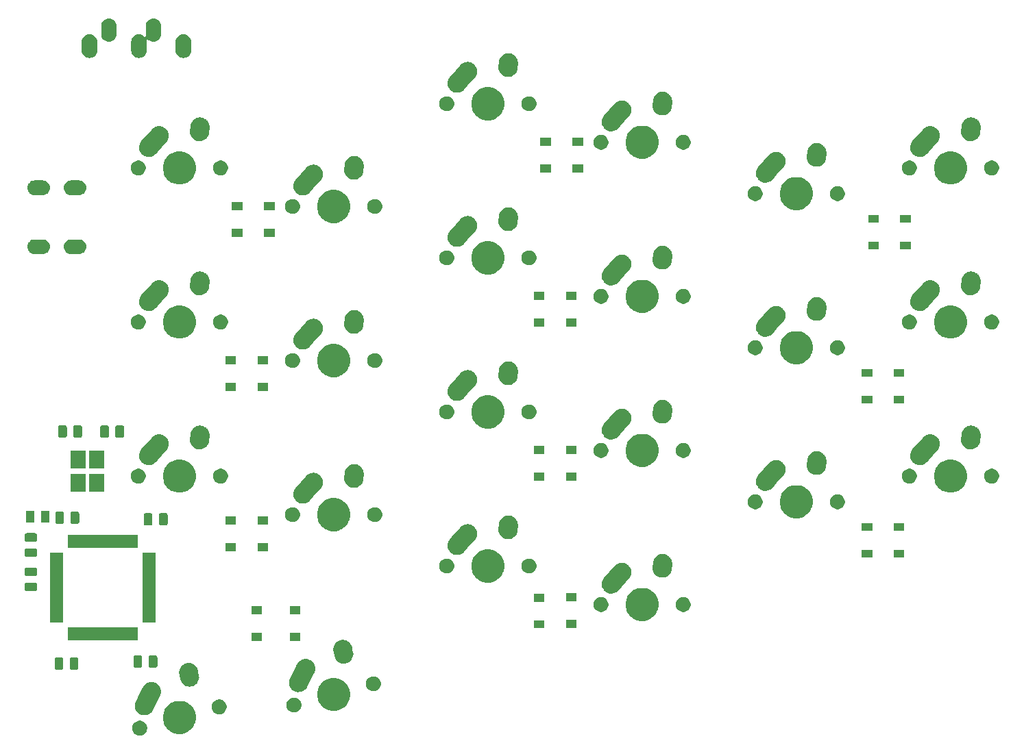
<source format=gbs>
G04 #@! TF.GenerationSoftware,KiCad,Pcbnew,(5.1.4)-1*
G04 #@! TF.CreationDate,2021-10-17T20:34:11-04:00*
G04 #@! TF.ProjectId,a44key-pcb,6134346b-6579-42d7-9063-622e6b696361,rev?*
G04 #@! TF.SameCoordinates,Original*
G04 #@! TF.FileFunction,Soldermask,Bot*
G04 #@! TF.FilePolarity,Negative*
%FSLAX46Y46*%
G04 Gerber Fmt 4.6, Leading zero omitted, Abs format (unit mm)*
G04 Created by KiCad (PCBNEW (5.1.4)-1) date 2021-10-17 20:34:11*
%MOMM*%
%LPD*%
G04 APERTURE LIST*
%ADD10C,0.100000*%
G04 APERTURE END LIST*
D10*
G36*
X90295701Y-138536886D02*
G01*
X90464223Y-138606690D01*
X90615888Y-138708029D01*
X90744869Y-138837010D01*
X90846208Y-138988675D01*
X90916012Y-139157197D01*
X90951597Y-139336098D01*
X90951597Y-139518504D01*
X90916012Y-139697405D01*
X90846208Y-139865927D01*
X90744869Y-140017592D01*
X90615888Y-140146573D01*
X90464223Y-140247912D01*
X90295701Y-140317716D01*
X90116800Y-140353301D01*
X89934394Y-140353301D01*
X89755493Y-140317716D01*
X89586971Y-140247912D01*
X89435306Y-140146573D01*
X89306325Y-140017592D01*
X89204986Y-139865927D01*
X89135182Y-139697405D01*
X89099597Y-139518504D01*
X89099597Y-139336098D01*
X89135182Y-139157197D01*
X89204986Y-138988675D01*
X89306325Y-138837010D01*
X89435306Y-138708029D01*
X89586971Y-138606690D01*
X89755493Y-138536886D01*
X89934394Y-138501301D01*
X90116800Y-138501301D01*
X90295701Y-138536886D01*
X90295701Y-138536886D01*
G37*
G36*
X95528974Y-136146184D02*
G01*
X95715928Y-136223623D01*
X95901123Y-136300333D01*
X96236048Y-136524123D01*
X96520877Y-136808952D01*
X96744667Y-137143877D01*
X96782960Y-137236325D01*
X96898816Y-137516026D01*
X96977400Y-137911094D01*
X96977400Y-138313906D01*
X96898816Y-138708974D01*
X96845781Y-138837011D01*
X96744667Y-139081123D01*
X96520877Y-139416048D01*
X96236048Y-139700877D01*
X95901123Y-139924667D01*
X95746974Y-139988517D01*
X95528974Y-140078816D01*
X95133906Y-140157400D01*
X94731094Y-140157400D01*
X94336026Y-140078816D01*
X94118026Y-139988517D01*
X93963877Y-139924667D01*
X93628952Y-139700877D01*
X93344123Y-139416048D01*
X93120333Y-139081123D01*
X93019219Y-138837011D01*
X92966184Y-138708974D01*
X92887600Y-138313906D01*
X92887600Y-137911094D01*
X92966184Y-137516026D01*
X93082040Y-137236325D01*
X93120333Y-137143877D01*
X93344123Y-136808952D01*
X93628952Y-136524123D01*
X93963877Y-136300333D01*
X94149072Y-136223623D01*
X94336026Y-136146184D01*
X94731094Y-136067600D01*
X95133906Y-136067600D01*
X95528974Y-136146184D01*
X95528974Y-136146184D01*
G37*
G36*
X91574757Y-133717936D02*
G01*
X91596504Y-133719844D01*
X91598236Y-133719844D01*
X91698326Y-133739753D01*
X91700939Y-133740244D01*
X91801190Y-133757967D01*
X91802769Y-133758582D01*
X91823737Y-133764699D01*
X91825436Y-133765037D01*
X91919770Y-133804111D01*
X91922095Y-133805046D01*
X92017054Y-133842021D01*
X92018496Y-133842941D01*
X92037858Y-133853025D01*
X92039454Y-133853686D01*
X92111654Y-133901929D01*
X92124280Y-133910365D01*
X92126463Y-133911791D01*
X92212372Y-133966574D01*
X92213604Y-133967754D01*
X92230633Y-133981428D01*
X92232064Y-133982384D01*
X92304213Y-134054533D01*
X92306075Y-134056355D01*
X92379638Y-134126839D01*
X92379639Y-134126841D01*
X92380610Y-134128229D01*
X92394647Y-134144967D01*
X92395870Y-134146190D01*
X92452543Y-134231008D01*
X92453993Y-134233129D01*
X92512424Y-134316656D01*
X92513112Y-134318221D01*
X92523606Y-134337360D01*
X92524567Y-134338799D01*
X92563614Y-134433067D01*
X92564598Y-134435373D01*
X92600740Y-134517610D01*
X92605628Y-134528733D01*
X92605997Y-134530403D01*
X92612559Y-134551230D01*
X92613216Y-134552817D01*
X92613979Y-134556655D01*
X92633109Y-134652826D01*
X92633647Y-134655388D01*
X92655665Y-134754913D01*
X92655702Y-134756627D01*
X92658073Y-134778327D01*
X92658409Y-134780016D01*
X92658409Y-134882005D01*
X92658437Y-134884581D01*
X92660616Y-134986512D01*
X92660317Y-134988205D01*
X92658409Y-135009951D01*
X92658409Y-135011671D01*
X92638520Y-135111658D01*
X92638044Y-135114193D01*
X92620289Y-135214627D01*
X92619661Y-135216240D01*
X92613551Y-135237186D01*
X92613216Y-135238871D01*
X92574189Y-135333091D01*
X92573253Y-135335420D01*
X92557297Y-135376397D01*
X92557293Y-135376406D01*
X92553766Y-135383358D01*
X92549761Y-135392065D01*
X92524567Y-135452889D01*
X92522217Y-135456406D01*
X92503479Y-135484449D01*
X92495939Y-135497339D01*
X91621301Y-137221315D01*
X91617534Y-137228739D01*
X91524193Y-137375111D01*
X91363928Y-137542377D01*
X91174111Y-137675163D01*
X90962037Y-137768366D01*
X90735854Y-137818404D01*
X90504256Y-137823355D01*
X90349041Y-137795915D01*
X90276144Y-137783029D01*
X90276141Y-137783028D01*
X90060278Y-137698973D01*
X89864960Y-137574420D01*
X89697694Y-137414155D01*
X89564908Y-137224338D01*
X89471705Y-137012264D01*
X89421667Y-136786081D01*
X89416716Y-136554483D01*
X89457043Y-136326368D01*
X89520034Y-136164599D01*
X90156100Y-134910866D01*
X90411037Y-134408366D01*
X90415042Y-134399659D01*
X90440251Y-134338799D01*
X90496982Y-134253895D01*
X90498407Y-134251711D01*
X90553136Y-134165887D01*
X90553137Y-134165886D01*
X90553139Y-134165883D01*
X90554316Y-134164655D01*
X90567989Y-134147626D01*
X90568949Y-134146189D01*
X90641130Y-134074008D01*
X90642925Y-134072173D01*
X90713402Y-133998617D01*
X90714803Y-133997637D01*
X90731528Y-133983610D01*
X90732753Y-133982385D01*
X90817615Y-133925682D01*
X90819753Y-133924220D01*
X90903220Y-133865831D01*
X90904782Y-133865145D01*
X90923923Y-133854649D01*
X90925364Y-133853686D01*
X91019668Y-133814624D01*
X91022058Y-133813604D01*
X91115294Y-133772628D01*
X91116967Y-133772258D01*
X91137789Y-133765697D01*
X91139382Y-133765037D01*
X91239471Y-133745128D01*
X91242040Y-133744588D01*
X91341477Y-133722590D01*
X91343192Y-133722553D01*
X91364879Y-133720183D01*
X91366583Y-133719844D01*
X91468662Y-133719844D01*
X91471239Y-133719816D01*
X91573076Y-133717639D01*
X91574757Y-133717936D01*
X91574757Y-133717936D01*
G37*
G36*
X100109507Y-135907284D02*
G01*
X100278029Y-135977088D01*
X100429694Y-136078427D01*
X100558675Y-136207408D01*
X100660014Y-136359073D01*
X100729818Y-136527595D01*
X100765403Y-136706496D01*
X100765403Y-136888902D01*
X100729818Y-137067803D01*
X100660014Y-137236325D01*
X100558675Y-137387990D01*
X100429694Y-137516971D01*
X100278029Y-137618310D01*
X100109507Y-137688114D01*
X99930606Y-137723699D01*
X99748200Y-137723699D01*
X99569299Y-137688114D01*
X99400777Y-137618310D01*
X99249112Y-137516971D01*
X99120131Y-137387990D01*
X99018792Y-137236325D01*
X98948988Y-137067803D01*
X98913403Y-136888902D01*
X98913403Y-136706496D01*
X98948988Y-136527595D01*
X99018792Y-136359073D01*
X99120131Y-136207408D01*
X99249112Y-136078427D01*
X99400777Y-135977088D01*
X99569299Y-135907284D01*
X99748200Y-135871699D01*
X99930606Y-135871699D01*
X100109507Y-135907284D01*
X100109507Y-135907284D01*
G37*
G36*
X109345701Y-135679386D02*
G01*
X109514223Y-135749190D01*
X109665888Y-135850529D01*
X109794869Y-135979510D01*
X109896208Y-136131175D01*
X109966012Y-136299697D01*
X110001597Y-136478598D01*
X110001597Y-136661004D01*
X109966012Y-136839905D01*
X109896208Y-137008427D01*
X109794869Y-137160092D01*
X109665888Y-137289073D01*
X109514223Y-137390412D01*
X109345701Y-137460216D01*
X109166800Y-137495801D01*
X108984394Y-137495801D01*
X108805493Y-137460216D01*
X108636971Y-137390412D01*
X108485306Y-137289073D01*
X108356325Y-137160092D01*
X108254986Y-137008427D01*
X108185182Y-136839905D01*
X108149597Y-136661004D01*
X108149597Y-136478598D01*
X108185182Y-136299697D01*
X108254986Y-136131175D01*
X108356325Y-135979510D01*
X108485306Y-135850529D01*
X108636971Y-135749190D01*
X108805493Y-135679386D01*
X108984394Y-135643801D01*
X109166800Y-135643801D01*
X109345701Y-135679386D01*
X109345701Y-135679386D01*
G37*
G36*
X114578974Y-133288684D02*
G01*
X114796974Y-133378983D01*
X114951123Y-133442833D01*
X115286048Y-133666623D01*
X115570877Y-133951452D01*
X115794667Y-134286377D01*
X115832960Y-134378825D01*
X115948816Y-134658526D01*
X116027400Y-135053594D01*
X116027400Y-135456406D01*
X115948816Y-135851474D01*
X115895781Y-135979511D01*
X115794667Y-136223623D01*
X115570877Y-136558548D01*
X115286048Y-136843377D01*
X114951123Y-137067167D01*
X114796974Y-137131017D01*
X114578974Y-137221316D01*
X114183906Y-137299900D01*
X113781094Y-137299900D01*
X113386026Y-137221316D01*
X113168026Y-137131017D01*
X113013877Y-137067167D01*
X112678952Y-136843377D01*
X112394123Y-136558548D01*
X112170333Y-136223623D01*
X112069219Y-135979511D01*
X112016184Y-135851474D01*
X111937600Y-135456406D01*
X111937600Y-135053594D01*
X112016184Y-134658526D01*
X112132040Y-134378825D01*
X112170333Y-134286377D01*
X112394123Y-133951452D01*
X112678952Y-133666623D01*
X113013877Y-133442833D01*
X113168026Y-133378983D01*
X113386026Y-133288684D01*
X113781094Y-133210100D01*
X114183906Y-133210100D01*
X114578974Y-133288684D01*
X114578974Y-133288684D01*
G37*
G36*
X110624757Y-130860436D02*
G01*
X110646504Y-130862344D01*
X110648236Y-130862344D01*
X110748326Y-130882253D01*
X110750939Y-130882744D01*
X110851190Y-130900467D01*
X110852769Y-130901082D01*
X110873737Y-130907199D01*
X110875436Y-130907537D01*
X110969770Y-130946611D01*
X110972095Y-130947546D01*
X111067054Y-130984521D01*
X111068496Y-130985441D01*
X111087858Y-130995525D01*
X111089454Y-130996186D01*
X111161654Y-131044429D01*
X111174280Y-131052865D01*
X111176463Y-131054291D01*
X111262372Y-131109074D01*
X111263604Y-131110254D01*
X111280633Y-131123928D01*
X111282064Y-131124884D01*
X111354213Y-131197033D01*
X111356075Y-131198855D01*
X111429638Y-131269339D01*
X111429639Y-131269341D01*
X111430610Y-131270729D01*
X111444647Y-131287467D01*
X111445870Y-131288690D01*
X111502543Y-131373508D01*
X111503993Y-131375629D01*
X111562424Y-131459156D01*
X111563112Y-131460721D01*
X111573606Y-131479860D01*
X111574567Y-131481299D01*
X111613614Y-131575567D01*
X111614598Y-131577873D01*
X111655627Y-131671230D01*
X111655628Y-131671233D01*
X111655997Y-131672903D01*
X111662559Y-131693730D01*
X111663216Y-131695317D01*
X111679159Y-131775468D01*
X111683109Y-131795326D01*
X111683647Y-131797888D01*
X111705665Y-131897413D01*
X111705702Y-131899127D01*
X111708073Y-131920827D01*
X111708409Y-131922516D01*
X111708409Y-132024505D01*
X111708437Y-132027081D01*
X111710616Y-132129012D01*
X111710317Y-132130705D01*
X111708409Y-132152451D01*
X111708409Y-132154171D01*
X111688520Y-132254158D01*
X111688044Y-132256693D01*
X111670289Y-132357127D01*
X111669661Y-132358740D01*
X111663551Y-132379686D01*
X111663216Y-132381371D01*
X111624189Y-132475591D01*
X111623253Y-132477920D01*
X111616699Y-132494751D01*
X111607293Y-132518906D01*
X111603766Y-132525858D01*
X111599761Y-132534565D01*
X111574567Y-132595389D01*
X111564888Y-132609874D01*
X111553479Y-132626949D01*
X111545939Y-132639839D01*
X110703439Y-134300469D01*
X110667534Y-134371239D01*
X110574193Y-134517611D01*
X110413928Y-134684877D01*
X110224111Y-134817663D01*
X110012037Y-134910866D01*
X109785854Y-134960904D01*
X109554256Y-134965855D01*
X109399041Y-134938415D01*
X109326144Y-134925529D01*
X109326141Y-134925528D01*
X109110278Y-134841473D01*
X108914960Y-134716920D01*
X108747694Y-134556655D01*
X108614908Y-134366838D01*
X108521705Y-134154764D01*
X108471667Y-133928581D01*
X108466716Y-133696983D01*
X108507043Y-133468868D01*
X108570034Y-133307099D01*
X109237664Y-131991151D01*
X109461037Y-131550866D01*
X109465042Y-131542159D01*
X109490251Y-131481299D01*
X109546982Y-131396395D01*
X109548407Y-131394211D01*
X109603136Y-131308387D01*
X109603137Y-131308386D01*
X109603139Y-131308383D01*
X109604316Y-131307155D01*
X109617989Y-131290126D01*
X109618949Y-131288689D01*
X109691130Y-131216508D01*
X109692925Y-131214673D01*
X109763402Y-131141117D01*
X109764803Y-131140137D01*
X109781528Y-131126110D01*
X109782753Y-131124885D01*
X109867615Y-131068182D01*
X109869753Y-131066720D01*
X109953220Y-131008331D01*
X109954782Y-131007645D01*
X109973923Y-130997149D01*
X109975364Y-130996186D01*
X110069668Y-130957124D01*
X110072058Y-130956104D01*
X110165294Y-130915128D01*
X110166967Y-130914758D01*
X110187789Y-130908197D01*
X110189382Y-130907537D01*
X110289471Y-130887628D01*
X110292040Y-130887088D01*
X110391477Y-130865090D01*
X110393192Y-130865053D01*
X110414879Y-130862683D01*
X110416583Y-130862344D01*
X110518662Y-130862344D01*
X110521239Y-130862316D01*
X110623076Y-130860139D01*
X110624757Y-130860436D01*
X110624757Y-130860436D01*
G37*
G36*
X119159507Y-133049784D02*
G01*
X119328029Y-133119588D01*
X119479694Y-133220927D01*
X119608675Y-133349908D01*
X119710014Y-133501573D01*
X119779818Y-133670095D01*
X119815403Y-133848996D01*
X119815403Y-134031402D01*
X119779818Y-134210303D01*
X119710014Y-134378825D01*
X119608675Y-134530490D01*
X119479694Y-134659471D01*
X119328029Y-134760810D01*
X119159507Y-134830614D01*
X118980606Y-134866199D01*
X118798200Y-134866199D01*
X118619299Y-134830614D01*
X118450777Y-134760810D01*
X118299112Y-134659471D01*
X118170131Y-134530490D01*
X118068792Y-134378825D01*
X117998988Y-134210303D01*
X117963403Y-134031402D01*
X117963403Y-133848996D01*
X117998988Y-133670095D01*
X118068792Y-133501573D01*
X118170131Y-133349908D01*
X118299112Y-133220927D01*
X118450777Y-133119588D01*
X118619299Y-133049784D01*
X118798200Y-133014199D01*
X118980606Y-133014199D01*
X119159507Y-133049784D01*
X119159507Y-133049784D01*
G37*
G36*
X96124606Y-131371553D02*
G01*
X96137272Y-131372196D01*
X96186977Y-131372196D01*
X96240095Y-131382762D01*
X96251776Y-131384515D01*
X96305634Y-131390005D01*
X96353136Y-131404591D01*
X96365429Y-131407692D01*
X96414178Y-131417389D01*
X96464228Y-131438120D01*
X96475325Y-131442112D01*
X96527081Y-131458004D01*
X96570850Y-131481591D01*
X96582264Y-131487013D01*
X96628196Y-131506038D01*
X96666680Y-131531752D01*
X96673214Y-131536118D01*
X96683354Y-131542219D01*
X96731006Y-131567899D01*
X96769310Y-131599553D01*
X96779483Y-131607125D01*
X96820805Y-131634735D01*
X96859098Y-131673028D01*
X96867853Y-131680989D01*
X96909573Y-131715467D01*
X96940959Y-131753978D01*
X96949460Y-131763390D01*
X96984612Y-131798542D01*
X97014696Y-131843566D01*
X97021723Y-131853074D01*
X97055921Y-131895036D01*
X97079200Y-131938948D01*
X97085681Y-131949803D01*
X97113309Y-131991151D01*
X97134037Y-132041193D01*
X97139071Y-132051882D01*
X97152035Y-132076337D01*
X97164424Y-132099706D01*
X97178683Y-132147295D01*
X97182934Y-132159242D01*
X97201958Y-132205169D01*
X97212523Y-132258284D01*
X97213550Y-132262414D01*
X97224899Y-132320501D01*
X97236588Y-132379264D01*
X97249048Y-132441908D01*
X97249470Y-132446266D01*
X97347884Y-132949988D01*
X97360290Y-133080502D01*
X97364311Y-133122811D01*
X97340820Y-133353269D01*
X97272821Y-133574716D01*
X97162926Y-133778641D01*
X97015358Y-133957208D01*
X96835789Y-134103556D01*
X96631119Y-134212059D01*
X96498782Y-134251711D01*
X96409216Y-134278548D01*
X96382150Y-134281121D01*
X96178603Y-134300469D01*
X95948146Y-134276977D01*
X95726699Y-134208978D01*
X95522774Y-134099083D01*
X95344207Y-133951515D01*
X95197859Y-133771946D01*
X95089356Y-133567277D01*
X95039529Y-133400980D01*
X95030208Y-133353271D01*
X94917423Y-132775993D01*
X94917340Y-132775575D01*
X94895151Y-132664023D01*
X94895151Y-132609874D01*
X94894590Y-132598046D01*
X94894338Y-132595390D01*
X94889469Y-132544171D01*
X94894508Y-132494741D01*
X94895151Y-132482075D01*
X94895151Y-132432370D01*
X94905717Y-132379252D01*
X94907470Y-132367571D01*
X94912960Y-132313713D01*
X94927546Y-132266211D01*
X94930647Y-132253919D01*
X94931272Y-132250775D01*
X94940344Y-132205169D01*
X94961075Y-132155119D01*
X94965067Y-132144022D01*
X94980959Y-132092266D01*
X95004546Y-132048497D01*
X95009968Y-132037083D01*
X95028993Y-131991151D01*
X95059073Y-131946133D01*
X95065178Y-131935987D01*
X95070156Y-131926750D01*
X95090854Y-131888341D01*
X95122508Y-131850037D01*
X95130080Y-131839864D01*
X95157690Y-131798542D01*
X95195983Y-131760249D01*
X95203944Y-131751494D01*
X95238422Y-131709774D01*
X95276933Y-131678388D01*
X95286345Y-131669887D01*
X95321497Y-131634735D01*
X95366521Y-131604651D01*
X95376029Y-131597624D01*
X95417991Y-131563426D01*
X95461903Y-131540147D01*
X95472758Y-131533666D01*
X95514106Y-131506038D01*
X95564148Y-131485310D01*
X95574837Y-131480276D01*
X95622661Y-131454923D01*
X95670274Y-131440657D01*
X95682180Y-131436420D01*
X95728124Y-131417389D01*
X95781233Y-131406825D01*
X95792721Y-131403968D01*
X95844564Y-131388434D01*
X95894021Y-131383733D01*
X95906579Y-131381892D01*
X95955324Y-131372196D01*
X96009472Y-131372196D01*
X96021300Y-131371635D01*
X96075173Y-131366514D01*
X96075176Y-131366514D01*
X96124606Y-131371553D01*
X96124606Y-131371553D01*
G37*
G36*
X80411968Y-130698565D02*
G01*
X80450638Y-130710296D01*
X80486277Y-130729346D01*
X80517517Y-130754983D01*
X80543154Y-130786223D01*
X80562204Y-130821862D01*
X80573935Y-130860532D01*
X80578500Y-130906888D01*
X80578500Y-131983112D01*
X80573935Y-132029468D01*
X80562204Y-132068138D01*
X80543154Y-132103777D01*
X80517517Y-132135017D01*
X80486277Y-132160654D01*
X80450638Y-132179704D01*
X80411968Y-132191435D01*
X80365612Y-132196000D01*
X79714388Y-132196000D01*
X79668032Y-132191435D01*
X79629362Y-132179704D01*
X79593723Y-132160654D01*
X79562483Y-132135017D01*
X79536846Y-132103777D01*
X79517796Y-132068138D01*
X79506065Y-132029468D01*
X79501500Y-131983112D01*
X79501500Y-130906888D01*
X79506065Y-130860532D01*
X79517796Y-130821862D01*
X79536846Y-130786223D01*
X79562483Y-130754983D01*
X79593723Y-130729346D01*
X79629362Y-130710296D01*
X79668032Y-130698565D01*
X79714388Y-130694000D01*
X80365612Y-130694000D01*
X80411968Y-130698565D01*
X80411968Y-130698565D01*
G37*
G36*
X82286968Y-130698565D02*
G01*
X82325638Y-130710296D01*
X82361277Y-130729346D01*
X82392517Y-130754983D01*
X82418154Y-130786223D01*
X82437204Y-130821862D01*
X82448935Y-130860532D01*
X82453500Y-130906888D01*
X82453500Y-131983112D01*
X82448935Y-132029468D01*
X82437204Y-132068138D01*
X82418154Y-132103777D01*
X82392517Y-132135017D01*
X82361277Y-132160654D01*
X82325638Y-132179704D01*
X82286968Y-132191435D01*
X82240612Y-132196000D01*
X81589388Y-132196000D01*
X81543032Y-132191435D01*
X81504362Y-132179704D01*
X81468723Y-132160654D01*
X81437483Y-132135017D01*
X81411846Y-132103777D01*
X81392796Y-132068138D01*
X81381065Y-132029468D01*
X81376500Y-131983112D01*
X81376500Y-130906888D01*
X81381065Y-130860532D01*
X81392796Y-130821862D01*
X81411846Y-130786223D01*
X81437483Y-130754983D01*
X81468723Y-130729346D01*
X81504362Y-130710296D01*
X81543032Y-130698565D01*
X81589388Y-130694000D01*
X82240612Y-130694000D01*
X82286968Y-130698565D01*
X82286968Y-130698565D01*
G37*
G36*
X92035968Y-130444565D02*
G01*
X92074638Y-130456296D01*
X92110277Y-130475346D01*
X92141517Y-130500983D01*
X92167154Y-130532223D01*
X92186204Y-130567862D01*
X92197935Y-130606532D01*
X92202500Y-130652888D01*
X92202500Y-131729112D01*
X92197935Y-131775468D01*
X92186204Y-131814138D01*
X92167154Y-131849777D01*
X92141517Y-131881017D01*
X92110277Y-131906654D01*
X92074638Y-131925704D01*
X92035968Y-131937435D01*
X91989612Y-131942000D01*
X91338388Y-131942000D01*
X91292032Y-131937435D01*
X91253362Y-131925704D01*
X91217723Y-131906654D01*
X91186483Y-131881017D01*
X91160846Y-131849777D01*
X91141796Y-131814138D01*
X91130065Y-131775468D01*
X91125500Y-131729112D01*
X91125500Y-130652888D01*
X91130065Y-130606532D01*
X91141796Y-130567862D01*
X91160846Y-130532223D01*
X91186483Y-130500983D01*
X91217723Y-130475346D01*
X91253362Y-130456296D01*
X91292032Y-130444565D01*
X91338388Y-130440000D01*
X91989612Y-130440000D01*
X92035968Y-130444565D01*
X92035968Y-130444565D01*
G37*
G36*
X90160968Y-130444565D02*
G01*
X90199638Y-130456296D01*
X90235277Y-130475346D01*
X90266517Y-130500983D01*
X90292154Y-130532223D01*
X90311204Y-130567862D01*
X90322935Y-130606532D01*
X90327500Y-130652888D01*
X90327500Y-131729112D01*
X90322935Y-131775468D01*
X90311204Y-131814138D01*
X90292154Y-131849777D01*
X90266517Y-131881017D01*
X90235277Y-131906654D01*
X90199638Y-131925704D01*
X90160968Y-131937435D01*
X90114612Y-131942000D01*
X89463388Y-131942000D01*
X89417032Y-131937435D01*
X89378362Y-131925704D01*
X89342723Y-131906654D01*
X89311483Y-131881017D01*
X89285846Y-131849777D01*
X89266796Y-131814138D01*
X89255065Y-131775468D01*
X89250500Y-131729112D01*
X89250500Y-130652888D01*
X89255065Y-130606532D01*
X89266796Y-130567862D01*
X89285846Y-130532223D01*
X89311483Y-130500983D01*
X89342723Y-130475346D01*
X89378362Y-130456296D01*
X89417032Y-130444565D01*
X89463388Y-130440000D01*
X90114612Y-130440000D01*
X90160968Y-130444565D01*
X90160968Y-130444565D01*
G37*
G36*
X115174606Y-128514053D02*
G01*
X115187272Y-128514696D01*
X115236977Y-128514696D01*
X115290095Y-128525262D01*
X115301776Y-128527015D01*
X115355634Y-128532505D01*
X115403136Y-128547091D01*
X115415429Y-128550192D01*
X115464178Y-128559889D01*
X115514228Y-128580620D01*
X115525325Y-128584612D01*
X115577081Y-128600504D01*
X115620850Y-128624091D01*
X115632264Y-128629513D01*
X115678196Y-128648538D01*
X115716680Y-128674252D01*
X115723214Y-128678618D01*
X115733354Y-128684719D01*
X115781006Y-128710399D01*
X115819310Y-128742053D01*
X115829483Y-128749625D01*
X115870805Y-128777235D01*
X115909098Y-128815528D01*
X115917853Y-128823489D01*
X115959573Y-128857967D01*
X115990959Y-128896478D01*
X115999460Y-128905890D01*
X116034612Y-128941042D01*
X116064696Y-128986066D01*
X116071723Y-128995574D01*
X116105921Y-129037536D01*
X116129200Y-129081448D01*
X116135681Y-129092303D01*
X116163309Y-129133651D01*
X116184037Y-129183693D01*
X116189071Y-129194382D01*
X116210480Y-129234766D01*
X116214424Y-129242206D01*
X116228683Y-129289795D01*
X116232934Y-129301742D01*
X116251958Y-129347669D01*
X116262523Y-129400784D01*
X116263550Y-129404914D01*
X116274899Y-129463001D01*
X116286588Y-129521764D01*
X116299048Y-129584408D01*
X116299470Y-129588766D01*
X116318599Y-129686674D01*
X116397884Y-130092489D01*
X116414311Y-130265311D01*
X116390820Y-130495769D01*
X116322821Y-130717216D01*
X116212926Y-130921141D01*
X116065358Y-131099708D01*
X115885789Y-131246056D01*
X115681119Y-131354559D01*
X115548782Y-131394211D01*
X115459216Y-131421048D01*
X115432150Y-131423621D01*
X115228603Y-131442969D01*
X114998146Y-131419477D01*
X114776699Y-131351478D01*
X114572774Y-131241583D01*
X114394207Y-131094015D01*
X114247859Y-130914446D01*
X114139356Y-130709777D01*
X114089529Y-130543480D01*
X113967423Y-129918493D01*
X113967340Y-129918075D01*
X113945151Y-129806523D01*
X113945151Y-129752374D01*
X113944590Y-129740546D01*
X113939469Y-129686674D01*
X113939469Y-129686671D01*
X113944508Y-129637241D01*
X113945151Y-129624575D01*
X113945151Y-129574870D01*
X113955717Y-129521752D01*
X113957470Y-129510071D01*
X113962960Y-129456213D01*
X113977546Y-129408711D01*
X113980647Y-129396419D01*
X113981272Y-129393275D01*
X113990344Y-129347669D01*
X114011075Y-129297619D01*
X114015067Y-129286522D01*
X114030959Y-129234766D01*
X114054546Y-129190997D01*
X114059968Y-129179583D01*
X114078993Y-129133651D01*
X114109073Y-129088633D01*
X114115178Y-129078487D01*
X114140854Y-129030841D01*
X114172508Y-128992537D01*
X114180080Y-128982364D01*
X114207690Y-128941042D01*
X114245983Y-128902749D01*
X114253944Y-128893994D01*
X114288422Y-128852274D01*
X114326933Y-128820888D01*
X114336345Y-128812387D01*
X114371497Y-128777235D01*
X114416521Y-128747151D01*
X114426029Y-128740124D01*
X114467991Y-128705926D01*
X114511903Y-128682647D01*
X114522758Y-128676166D01*
X114564106Y-128648538D01*
X114614148Y-128627810D01*
X114624837Y-128622776D01*
X114672661Y-128597423D01*
X114720274Y-128583157D01*
X114732180Y-128578920D01*
X114778124Y-128559889D01*
X114831233Y-128549325D01*
X114842721Y-128546468D01*
X114894564Y-128530934D01*
X114944021Y-128526233D01*
X114956579Y-128524392D01*
X115005324Y-128514696D01*
X115059472Y-128514696D01*
X115071300Y-128514135D01*
X115125173Y-128509014D01*
X115125176Y-128509014D01*
X115174606Y-128514053D01*
X115174606Y-128514053D01*
G37*
G36*
X105108500Y-128674750D02*
G01*
X103806500Y-128674750D01*
X103806500Y-127672750D01*
X105108500Y-127672750D01*
X105108500Y-128674750D01*
X105108500Y-128674750D01*
G37*
G36*
X109871000Y-128674750D02*
G01*
X108569000Y-128674750D01*
X108569000Y-127672750D01*
X109871000Y-127672750D01*
X109871000Y-128674750D01*
X109871000Y-128674750D01*
G37*
G36*
X89797000Y-128548000D02*
G01*
X81145000Y-128548000D01*
X81145000Y-126946000D01*
X89797000Y-126946000D01*
X89797000Y-128548000D01*
X89797000Y-128548000D01*
G37*
G36*
X140033500Y-127087250D02*
G01*
X138731500Y-127087250D01*
X138731500Y-126085250D01*
X140033500Y-126085250D01*
X140033500Y-127087250D01*
X140033500Y-127087250D01*
G37*
G36*
X144002250Y-127024750D02*
G01*
X142700250Y-127024750D01*
X142700250Y-126022750D01*
X144002250Y-126022750D01*
X144002250Y-127024750D01*
X144002250Y-127024750D01*
G37*
G36*
X91972000Y-126373000D02*
G01*
X90370000Y-126373000D01*
X90370000Y-117721000D01*
X91972000Y-117721000D01*
X91972000Y-126373000D01*
X91972000Y-126373000D01*
G37*
G36*
X80572000Y-126373000D02*
G01*
X78970000Y-126373000D01*
X78970000Y-117721000D01*
X80572000Y-117721000D01*
X80572000Y-126373000D01*
X80572000Y-126373000D01*
G37*
G36*
X152678974Y-122176184D02*
G01*
X152827607Y-122237750D01*
X153051123Y-122330333D01*
X153386048Y-122554123D01*
X153670877Y-122838952D01*
X153894667Y-123173877D01*
X153927062Y-123252086D01*
X154048816Y-123546026D01*
X154127400Y-123941094D01*
X154127400Y-124343906D01*
X154048816Y-124738974D01*
X153997951Y-124861772D01*
X153894667Y-125111123D01*
X153670877Y-125446048D01*
X153386048Y-125730877D01*
X153051123Y-125954667D01*
X152896974Y-126018517D01*
X152678974Y-126108816D01*
X152283906Y-126187400D01*
X151881094Y-126187400D01*
X151486026Y-126108816D01*
X151268026Y-126018517D01*
X151113877Y-125954667D01*
X150778952Y-125730877D01*
X150494123Y-125446048D01*
X150270333Y-125111123D01*
X150167049Y-124861772D01*
X150116184Y-124738974D01*
X150037600Y-124343906D01*
X150037600Y-123941094D01*
X150116184Y-123546026D01*
X150237938Y-123252086D01*
X150270333Y-123173877D01*
X150494123Y-122838952D01*
X150778952Y-122554123D01*
X151113877Y-122330333D01*
X151337393Y-122237750D01*
X151486026Y-122176184D01*
X151881094Y-122097600D01*
X152283906Y-122097600D01*
X152678974Y-122176184D01*
X152678974Y-122176184D01*
G37*
G36*
X105108500Y-125374750D02*
G01*
X103806500Y-125374750D01*
X103806500Y-124372750D01*
X105108500Y-124372750D01*
X105108500Y-125374750D01*
X105108500Y-125374750D01*
G37*
G36*
X109871000Y-125374750D02*
G01*
X108569000Y-125374750D01*
X108569000Y-124372750D01*
X109871000Y-124372750D01*
X109871000Y-125374750D01*
X109871000Y-125374750D01*
G37*
G36*
X147272604Y-123252085D02*
G01*
X147441126Y-123321889D01*
X147592791Y-123423228D01*
X147721772Y-123552209D01*
X147823111Y-123703874D01*
X147892915Y-123872396D01*
X147928500Y-124051297D01*
X147928500Y-124233703D01*
X147892915Y-124412604D01*
X147823111Y-124581126D01*
X147721772Y-124732791D01*
X147592791Y-124861772D01*
X147441126Y-124963111D01*
X147272604Y-125032915D01*
X147093703Y-125068500D01*
X146911297Y-125068500D01*
X146732396Y-125032915D01*
X146563874Y-124963111D01*
X146412209Y-124861772D01*
X146283228Y-124732791D01*
X146181889Y-124581126D01*
X146112085Y-124412604D01*
X146076500Y-124233703D01*
X146076500Y-124051297D01*
X146112085Y-123872396D01*
X146181889Y-123703874D01*
X146283228Y-123552209D01*
X146412209Y-123423228D01*
X146563874Y-123321889D01*
X146732396Y-123252085D01*
X146911297Y-123216500D01*
X147093703Y-123216500D01*
X147272604Y-123252085D01*
X147272604Y-123252085D01*
G37*
G36*
X157432604Y-123252085D02*
G01*
X157601126Y-123321889D01*
X157752791Y-123423228D01*
X157881772Y-123552209D01*
X157983111Y-123703874D01*
X158052915Y-123872396D01*
X158088500Y-124051297D01*
X158088500Y-124233703D01*
X158052915Y-124412604D01*
X157983111Y-124581126D01*
X157881772Y-124732791D01*
X157752791Y-124861772D01*
X157601126Y-124963111D01*
X157432604Y-125032915D01*
X157253703Y-125068500D01*
X157071297Y-125068500D01*
X156892396Y-125032915D01*
X156723874Y-124963111D01*
X156572209Y-124861772D01*
X156443228Y-124732791D01*
X156341889Y-124581126D01*
X156272085Y-124412604D01*
X156236500Y-124233703D01*
X156236500Y-124051297D01*
X156272085Y-123872396D01*
X156341889Y-123703874D01*
X156443228Y-123552209D01*
X156572209Y-123423228D01*
X156723874Y-123321889D01*
X156892396Y-123252085D01*
X157071297Y-123216500D01*
X157253703Y-123216500D01*
X157432604Y-123252085D01*
X157432604Y-123252085D01*
G37*
G36*
X140033500Y-123787250D02*
G01*
X138731500Y-123787250D01*
X138731500Y-122785250D01*
X140033500Y-122785250D01*
X140033500Y-123787250D01*
X140033500Y-123787250D01*
G37*
G36*
X144002250Y-123724750D02*
G01*
X142700250Y-123724750D01*
X142700250Y-122722750D01*
X144002250Y-122722750D01*
X144002250Y-123724750D01*
X144002250Y-123724750D01*
G37*
G36*
X149605705Y-118966381D02*
G01*
X149611145Y-118966500D01*
X149698328Y-118966500D01*
X149714597Y-118969736D01*
X149733456Y-118972015D01*
X149750032Y-118972746D01*
X149834723Y-118993510D01*
X149840018Y-118994684D01*
X149925527Y-119011693D01*
X149940862Y-119018045D01*
X149958901Y-119023955D01*
X149975021Y-119027907D01*
X150054004Y-119064780D01*
X150058994Y-119066977D01*
X150139545Y-119100342D01*
X150153341Y-119109560D01*
X150169893Y-119118882D01*
X150184926Y-119125900D01*
X150255194Y-119177471D01*
X150259692Y-119180622D01*
X150332156Y-119229041D01*
X150343883Y-119240768D01*
X150358309Y-119253148D01*
X150371679Y-119262961D01*
X150371680Y-119262962D01*
X150430521Y-119327233D01*
X150434329Y-119331214D01*
X150495959Y-119392844D01*
X150505174Y-119406635D01*
X150516896Y-119421578D01*
X150528105Y-119433821D01*
X150573299Y-119508374D01*
X150576246Y-119513001D01*
X150624658Y-119585455D01*
X150631005Y-119600777D01*
X150639592Y-119617731D01*
X150648191Y-119631917D01*
X150677978Y-119713868D01*
X150679952Y-119718948D01*
X150713307Y-119799473D01*
X150713307Y-119799474D01*
X150716541Y-119815733D01*
X150721658Y-119834042D01*
X150727325Y-119849634D01*
X150740555Y-119935845D01*
X150741501Y-119941213D01*
X150758500Y-120026673D01*
X150758500Y-120043252D01*
X150759944Y-120062192D01*
X150762463Y-120078604D01*
X150758620Y-120165749D01*
X150758500Y-120171189D01*
X150758500Y-120258326D01*
X150756096Y-120270414D01*
X150755266Y-120274583D01*
X150752988Y-120293441D01*
X150752256Y-120310031D01*
X150731488Y-120394737D01*
X150730312Y-120400037D01*
X150713307Y-120485527D01*
X150706957Y-120500857D01*
X150701049Y-120518893D01*
X150697095Y-120535020D01*
X150660211Y-120614026D01*
X150658011Y-120619023D01*
X150624658Y-120699545D01*
X150615444Y-120713335D01*
X150606122Y-120729887D01*
X150599102Y-120744924D01*
X150547511Y-120815220D01*
X150544366Y-120819710D01*
X150495961Y-120892154D01*
X150438960Y-120949155D01*
X150434311Y-120954063D01*
X150082358Y-121346315D01*
X149109223Y-122430876D01*
X148981179Y-122548102D01*
X148882130Y-122608146D01*
X148783083Y-122668189D01*
X148565366Y-122747323D01*
X148336395Y-122782461D01*
X148104970Y-122772254D01*
X147879981Y-122717093D01*
X147775227Y-122668189D01*
X147670079Y-122619102D01*
X147573338Y-122548102D01*
X147483323Y-122482039D01*
X147389116Y-122379138D01*
X147326898Y-122311179D01*
X147245064Y-122176185D01*
X147206811Y-122113083D01*
X147127677Y-121895366D01*
X147092539Y-121666395D01*
X147102746Y-121434970D01*
X147157907Y-121209981D01*
X147209472Y-121099528D01*
X147255898Y-121000080D01*
X147279165Y-120968377D01*
X147358614Y-120860122D01*
X148041296Y-120099272D01*
X148645287Y-119426121D01*
X148656181Y-119412089D01*
X148669039Y-119392846D01*
X148726073Y-119335812D01*
X148730723Y-119330903D01*
X148745778Y-119314124D01*
X148767201Y-119294511D01*
X148771182Y-119290703D01*
X148832846Y-119229039D01*
X148846643Y-119219820D01*
X148861602Y-119208085D01*
X148873821Y-119196898D01*
X148913244Y-119173000D01*
X148948330Y-119151731D01*
X148952921Y-119148808D01*
X149025455Y-119100342D01*
X149040800Y-119093986D01*
X149057748Y-119085401D01*
X149071916Y-119076812D01*
X149071917Y-119076812D01*
X149071918Y-119076811D01*
X149153812Y-119047045D01*
X149158910Y-119045063D01*
X149239473Y-119011693D01*
X149255752Y-119008455D01*
X149274042Y-119003344D01*
X149289635Y-118997677D01*
X149375800Y-118984454D01*
X149381163Y-118983509D01*
X149466673Y-118966500D01*
X149483266Y-118966500D01*
X149502209Y-118965055D01*
X149518606Y-118962539D01*
X149605705Y-118966381D01*
X149605705Y-118966381D01*
G37*
G36*
X77165468Y-121434565D02*
G01*
X77204138Y-121446296D01*
X77239777Y-121465346D01*
X77271017Y-121490983D01*
X77296654Y-121522223D01*
X77315704Y-121557862D01*
X77327435Y-121596532D01*
X77332000Y-121642888D01*
X77332000Y-122294112D01*
X77327435Y-122340468D01*
X77315704Y-122379138D01*
X77296654Y-122414777D01*
X77271017Y-122446017D01*
X77239777Y-122471654D01*
X77204138Y-122490704D01*
X77165468Y-122502435D01*
X77119112Y-122507000D01*
X76042888Y-122507000D01*
X75996532Y-122502435D01*
X75957862Y-122490704D01*
X75922223Y-122471654D01*
X75890983Y-122446017D01*
X75865346Y-122414777D01*
X75846296Y-122379138D01*
X75834565Y-122340468D01*
X75830000Y-122294112D01*
X75830000Y-121642888D01*
X75834565Y-121596532D01*
X75846296Y-121557862D01*
X75865346Y-121522223D01*
X75890983Y-121490983D01*
X75922223Y-121465346D01*
X75957862Y-121446296D01*
X75996532Y-121434565D01*
X76042888Y-121430000D01*
X77119112Y-121430000D01*
X77165468Y-121434565D01*
X77165468Y-121434565D01*
G37*
G36*
X133628974Y-117413684D02*
G01*
X133846974Y-117503983D01*
X134001123Y-117567833D01*
X134336048Y-117791623D01*
X134620877Y-118076452D01*
X134844667Y-118411377D01*
X134886287Y-118511857D01*
X134998816Y-118783526D01*
X135077400Y-119178594D01*
X135077400Y-119581406D01*
X134998816Y-119976474D01*
X134947951Y-120099272D01*
X134844667Y-120348623D01*
X134620877Y-120683548D01*
X134336048Y-120968377D01*
X134001123Y-121192167D01*
X133846974Y-121256017D01*
X133628974Y-121346316D01*
X133233906Y-121424900D01*
X132831094Y-121424900D01*
X132436026Y-121346316D01*
X132218026Y-121256017D01*
X132063877Y-121192167D01*
X131728952Y-120968377D01*
X131444123Y-120683548D01*
X131220333Y-120348623D01*
X131117049Y-120099272D01*
X131066184Y-119976474D01*
X130987600Y-119581406D01*
X130987600Y-119178594D01*
X131066184Y-118783526D01*
X131178713Y-118511857D01*
X131220333Y-118411377D01*
X131444123Y-118076452D01*
X131728952Y-117791623D01*
X132063877Y-117567833D01*
X132218026Y-117503983D01*
X132436026Y-117413684D01*
X132831094Y-117335100D01*
X133233906Y-117335100D01*
X133628974Y-117413684D01*
X133628974Y-117413684D01*
G37*
G36*
X154710627Y-117884761D02*
G01*
X154731400Y-117886500D01*
X154738327Y-117886500D01*
X154833254Y-117905382D01*
X154836848Y-117906042D01*
X154932230Y-117922124D01*
X154938703Y-117924585D01*
X154958728Y-117930341D01*
X154965527Y-117931693D01*
X155027914Y-117957534D01*
X155054943Y-117968730D01*
X155058344Y-117970081D01*
X155148755Y-118004461D01*
X155154627Y-118008140D01*
X155173136Y-118017687D01*
X155179545Y-118020342D01*
X155260063Y-118074142D01*
X155263054Y-118076078D01*
X155345057Y-118127459D01*
X155350084Y-118132200D01*
X155366396Y-118145191D01*
X155372152Y-118149037D01*
X155440610Y-118217495D01*
X155443189Y-118219999D01*
X155513590Y-118286389D01*
X155517595Y-118292019D01*
X155531059Y-118307944D01*
X155535959Y-118312844D01*
X155589744Y-118393339D01*
X155591791Y-118396307D01*
X155647880Y-118475145D01*
X155650714Y-118481458D01*
X155660808Y-118499693D01*
X155664658Y-118505455D01*
X155701720Y-118594930D01*
X155703124Y-118598185D01*
X155742765Y-118686473D01*
X155744315Y-118693225D01*
X155750652Y-118713062D01*
X155753307Y-118719473D01*
X155772192Y-118814417D01*
X155772938Y-118817901D01*
X155794598Y-118912251D01*
X155794598Y-118912254D01*
X155794800Y-118919154D01*
X155797147Y-118939870D01*
X155798500Y-118946674D01*
X155798500Y-119043486D01*
X155798553Y-119047084D01*
X155799688Y-119085777D01*
X155798795Y-119098725D01*
X155798500Y-119107297D01*
X155798500Y-119178326D01*
X155792581Y-119208085D01*
X155792104Y-119210479D01*
X155790000Y-119226250D01*
X155751738Y-119781045D01*
X155722876Y-119952230D01*
X155640538Y-120168755D01*
X155517541Y-120365057D01*
X155358611Y-120533590D01*
X155169855Y-120667880D01*
X154958527Y-120762765D01*
X154732749Y-120814598D01*
X154501198Y-120821389D01*
X154501197Y-120821389D01*
X154455512Y-120813686D01*
X154272770Y-120782876D01*
X154056245Y-120700538D01*
X153859943Y-120577541D01*
X153691410Y-120418611D01*
X153557120Y-120229855D01*
X153462235Y-120018527D01*
X153410402Y-119792749D01*
X153405312Y-119619223D01*
X153446204Y-119026294D01*
X153446500Y-119017696D01*
X153446500Y-118946675D01*
X153465382Y-118851750D01*
X153466044Y-118848145D01*
X153471731Y-118814417D01*
X153482124Y-118752770D01*
X153484585Y-118746299D01*
X153490342Y-118726267D01*
X153491693Y-118719474D01*
X153494343Y-118713076D01*
X153528764Y-118629976D01*
X153530053Y-118626730D01*
X153564462Y-118536245D01*
X153568136Y-118530381D01*
X153577687Y-118511865D01*
X153580342Y-118505455D01*
X153634157Y-118424915D01*
X153636077Y-118421949D01*
X153687459Y-118339943D01*
X153692211Y-118334904D01*
X153705189Y-118318607D01*
X153709037Y-118312848D01*
X153777493Y-118244392D01*
X153780046Y-118241762D01*
X153800523Y-118220048D01*
X153846389Y-118171410D01*
X153852021Y-118167403D01*
X153867947Y-118153938D01*
X153872846Y-118149039D01*
X153953324Y-118095266D01*
X153956306Y-118093210D01*
X154035145Y-118037120D01*
X154041455Y-118034287D01*
X154059694Y-118024191D01*
X154065451Y-118020344D01*
X154065454Y-118020343D01*
X154065455Y-118020342D01*
X154154929Y-117983281D01*
X154158187Y-117981875D01*
X154246473Y-117942235D01*
X154253225Y-117940685D01*
X154273062Y-117934348D01*
X154279473Y-117931693D01*
X154374399Y-117912811D01*
X154377946Y-117912051D01*
X154472251Y-117890401D01*
X154474630Y-117890331D01*
X154479165Y-117890198D01*
X154499881Y-117887851D01*
X154506674Y-117886500D01*
X154603459Y-117886500D01*
X154607084Y-117886447D01*
X154703802Y-117883610D01*
X154710627Y-117884761D01*
X154710627Y-117884761D01*
G37*
G36*
X77165468Y-119559565D02*
G01*
X77204138Y-119571296D01*
X77239777Y-119590346D01*
X77271017Y-119615983D01*
X77296654Y-119647223D01*
X77315704Y-119682862D01*
X77327435Y-119721532D01*
X77332000Y-119767888D01*
X77332000Y-120419112D01*
X77327435Y-120465468D01*
X77315704Y-120504138D01*
X77296654Y-120539777D01*
X77271017Y-120571017D01*
X77239777Y-120596654D01*
X77204138Y-120615704D01*
X77165468Y-120627435D01*
X77119112Y-120632000D01*
X76042888Y-120632000D01*
X75996532Y-120627435D01*
X75957862Y-120615704D01*
X75922223Y-120596654D01*
X75890983Y-120571017D01*
X75865346Y-120539777D01*
X75846296Y-120504138D01*
X75834565Y-120465468D01*
X75830000Y-120419112D01*
X75830000Y-119767888D01*
X75834565Y-119721532D01*
X75846296Y-119682862D01*
X75865346Y-119647223D01*
X75890983Y-119615983D01*
X75922223Y-119590346D01*
X75957862Y-119571296D01*
X75996532Y-119559565D01*
X76042888Y-119555000D01*
X77119112Y-119555000D01*
X77165468Y-119559565D01*
X77165468Y-119559565D01*
G37*
G36*
X128222604Y-118489585D02*
G01*
X128391126Y-118559389D01*
X128542791Y-118660728D01*
X128671772Y-118789709D01*
X128773111Y-118941374D01*
X128842915Y-119109896D01*
X128878500Y-119288797D01*
X128878500Y-119471203D01*
X128842915Y-119650104D01*
X128773111Y-119818626D01*
X128671772Y-119970291D01*
X128542791Y-120099272D01*
X128391126Y-120200611D01*
X128222604Y-120270415D01*
X128043703Y-120306000D01*
X127861297Y-120306000D01*
X127682396Y-120270415D01*
X127513874Y-120200611D01*
X127362209Y-120099272D01*
X127233228Y-119970291D01*
X127131889Y-119818626D01*
X127062085Y-119650104D01*
X127026500Y-119471203D01*
X127026500Y-119288797D01*
X127062085Y-119109896D01*
X127131889Y-118941374D01*
X127233228Y-118789709D01*
X127362209Y-118660728D01*
X127513874Y-118559389D01*
X127682396Y-118489585D01*
X127861297Y-118454000D01*
X128043703Y-118454000D01*
X128222604Y-118489585D01*
X128222604Y-118489585D01*
G37*
G36*
X138382604Y-118489585D02*
G01*
X138551126Y-118559389D01*
X138702791Y-118660728D01*
X138831772Y-118789709D01*
X138933111Y-118941374D01*
X139002915Y-119109896D01*
X139038500Y-119288797D01*
X139038500Y-119471203D01*
X139002915Y-119650104D01*
X138933111Y-119818626D01*
X138831772Y-119970291D01*
X138702791Y-120099272D01*
X138551126Y-120200611D01*
X138382604Y-120270415D01*
X138203703Y-120306000D01*
X138021297Y-120306000D01*
X137842396Y-120270415D01*
X137673874Y-120200611D01*
X137522209Y-120099272D01*
X137393228Y-119970291D01*
X137291889Y-119818626D01*
X137222085Y-119650104D01*
X137186500Y-119471203D01*
X137186500Y-119288797D01*
X137222085Y-119109896D01*
X137291889Y-118941374D01*
X137393228Y-118789709D01*
X137522209Y-118660728D01*
X137673874Y-118559389D01*
X137842396Y-118489585D01*
X138021297Y-118454000D01*
X138203703Y-118454000D01*
X138382604Y-118489585D01*
X138382604Y-118489585D01*
G37*
G36*
X180514750Y-118356000D02*
G01*
X179212750Y-118356000D01*
X179212750Y-117354000D01*
X180514750Y-117354000D01*
X180514750Y-118356000D01*
X180514750Y-118356000D01*
G37*
G36*
X184483500Y-118356000D02*
G01*
X183181500Y-118356000D01*
X183181500Y-117354000D01*
X184483500Y-117354000D01*
X184483500Y-118356000D01*
X184483500Y-118356000D01*
G37*
G36*
X77165468Y-117195065D02*
G01*
X77204138Y-117206796D01*
X77239777Y-117225846D01*
X77271017Y-117251483D01*
X77296654Y-117282723D01*
X77315704Y-117318362D01*
X77327435Y-117357032D01*
X77332000Y-117403388D01*
X77332000Y-118054612D01*
X77327435Y-118100968D01*
X77315704Y-118139638D01*
X77296654Y-118175277D01*
X77271017Y-118206517D01*
X77239777Y-118232154D01*
X77204138Y-118251204D01*
X77165468Y-118262935D01*
X77119112Y-118267500D01*
X76042888Y-118267500D01*
X75996532Y-118262935D01*
X75957862Y-118251204D01*
X75922223Y-118232154D01*
X75890983Y-118206517D01*
X75865346Y-118175277D01*
X75846296Y-118139638D01*
X75834565Y-118100968D01*
X75830000Y-118054612D01*
X75830000Y-117403388D01*
X75834565Y-117357032D01*
X75846296Y-117318362D01*
X75865346Y-117282723D01*
X75890983Y-117251483D01*
X75922223Y-117225846D01*
X75957862Y-117206796D01*
X75996532Y-117195065D01*
X76042888Y-117190500D01*
X77119112Y-117190500D01*
X77165468Y-117195065D01*
X77165468Y-117195065D01*
G37*
G36*
X130555705Y-114203881D02*
G01*
X130561145Y-114204000D01*
X130648328Y-114204000D01*
X130664597Y-114207236D01*
X130683456Y-114209515D01*
X130700032Y-114210246D01*
X130784723Y-114231010D01*
X130790018Y-114232184D01*
X130875527Y-114249193D01*
X130890862Y-114255545D01*
X130908901Y-114261455D01*
X130925021Y-114265407D01*
X131004004Y-114302280D01*
X131008994Y-114304477D01*
X131089545Y-114337842D01*
X131103341Y-114347060D01*
X131119893Y-114356382D01*
X131134926Y-114363400D01*
X131205194Y-114414971D01*
X131209692Y-114418122D01*
X131282156Y-114466541D01*
X131293883Y-114478268D01*
X131308309Y-114490648D01*
X131321679Y-114500461D01*
X131321680Y-114500462D01*
X131380521Y-114564733D01*
X131384329Y-114568714D01*
X131445959Y-114630344D01*
X131455174Y-114644135D01*
X131466896Y-114659078D01*
X131478105Y-114671321D01*
X131523299Y-114745874D01*
X131526246Y-114750501D01*
X131574658Y-114822955D01*
X131581005Y-114838277D01*
X131589592Y-114855231D01*
X131598191Y-114869417D01*
X131627978Y-114951368D01*
X131629952Y-114956448D01*
X131663307Y-115036973D01*
X131663307Y-115036974D01*
X131666541Y-115053233D01*
X131671658Y-115071542D01*
X131677325Y-115087134D01*
X131690555Y-115173345D01*
X131691501Y-115178713D01*
X131708500Y-115264173D01*
X131708500Y-115280752D01*
X131709944Y-115299692D01*
X131712463Y-115316104D01*
X131708620Y-115403249D01*
X131708500Y-115408689D01*
X131708500Y-115495825D01*
X131705266Y-115512083D01*
X131702988Y-115530941D01*
X131702256Y-115547531D01*
X131681488Y-115632237D01*
X131680312Y-115637537D01*
X131663307Y-115723027D01*
X131656957Y-115738357D01*
X131651049Y-115756393D01*
X131647095Y-115772520D01*
X131610211Y-115851526D01*
X131608011Y-115856523D01*
X131574658Y-115937045D01*
X131565444Y-115950835D01*
X131556122Y-115967387D01*
X131549102Y-115982424D01*
X131497511Y-116052720D01*
X131494366Y-116057210D01*
X131445961Y-116129654D01*
X131388960Y-116186655D01*
X131384311Y-116191563D01*
X131053502Y-116560250D01*
X130059223Y-117668376D01*
X129931179Y-117785602D01*
X129832131Y-117845645D01*
X129733083Y-117905689D01*
X129515366Y-117984823D01*
X129286395Y-118019961D01*
X129054970Y-118009754D01*
X128829981Y-117954593D01*
X128738840Y-117912044D01*
X128620079Y-117856602D01*
X128523338Y-117785602D01*
X128433323Y-117719539D01*
X128358894Y-117638241D01*
X128276898Y-117548679D01*
X128195064Y-117413685D01*
X128156811Y-117350583D01*
X128077677Y-117132866D01*
X128042539Y-116903895D01*
X128052746Y-116672470D01*
X128107907Y-116447481D01*
X128170391Y-116313639D01*
X128205898Y-116237580D01*
X128214420Y-116225968D01*
X128308614Y-116097622D01*
X128939623Y-115394361D01*
X129595287Y-114663621D01*
X129606181Y-114649589D01*
X129619039Y-114630346D01*
X129676073Y-114573312D01*
X129680723Y-114568403D01*
X129695778Y-114551624D01*
X129717201Y-114532011D01*
X129721182Y-114528203D01*
X129782846Y-114466539D01*
X129796643Y-114457320D01*
X129811602Y-114445585D01*
X129823821Y-114434398D01*
X129855885Y-114414961D01*
X129898330Y-114389231D01*
X129902921Y-114386308D01*
X129975455Y-114337842D01*
X129990800Y-114331486D01*
X130007748Y-114322901D01*
X130021916Y-114314312D01*
X130021917Y-114314312D01*
X130021918Y-114314311D01*
X130103812Y-114284545D01*
X130108910Y-114282563D01*
X130189473Y-114249193D01*
X130205752Y-114245955D01*
X130224042Y-114240844D01*
X130239635Y-114235177D01*
X130325800Y-114221954D01*
X130331163Y-114221009D01*
X130416673Y-114204000D01*
X130433266Y-114204000D01*
X130452209Y-114202555D01*
X130468606Y-114200039D01*
X130555705Y-114203881D01*
X130555705Y-114203881D01*
G37*
G36*
X105902250Y-117562250D02*
G01*
X104600250Y-117562250D01*
X104600250Y-116560250D01*
X105902250Y-116560250D01*
X105902250Y-117562250D01*
X105902250Y-117562250D01*
G37*
G36*
X101933500Y-117562250D02*
G01*
X100631500Y-117562250D01*
X100631500Y-116560250D01*
X101933500Y-116560250D01*
X101933500Y-117562250D01*
X101933500Y-117562250D01*
G37*
G36*
X89797000Y-117148000D02*
G01*
X81145000Y-117148000D01*
X81145000Y-115546000D01*
X89797000Y-115546000D01*
X89797000Y-117148000D01*
X89797000Y-117148000D01*
G37*
G36*
X77165468Y-115320065D02*
G01*
X77204138Y-115331796D01*
X77239777Y-115350846D01*
X77271017Y-115376483D01*
X77296654Y-115407723D01*
X77315704Y-115443362D01*
X77327435Y-115482032D01*
X77332000Y-115528388D01*
X77332000Y-116179612D01*
X77327435Y-116225968D01*
X77315704Y-116264638D01*
X77296654Y-116300277D01*
X77271017Y-116331517D01*
X77239777Y-116357154D01*
X77204138Y-116376204D01*
X77165468Y-116387935D01*
X77119112Y-116392500D01*
X76042888Y-116392500D01*
X75996532Y-116387935D01*
X75957862Y-116376204D01*
X75922223Y-116357154D01*
X75890983Y-116331517D01*
X75865346Y-116300277D01*
X75846296Y-116264638D01*
X75834565Y-116225968D01*
X75830000Y-116179612D01*
X75830000Y-115528388D01*
X75834565Y-115482032D01*
X75846296Y-115443362D01*
X75865346Y-115407723D01*
X75890983Y-115376483D01*
X75922223Y-115350846D01*
X75957862Y-115331796D01*
X75996532Y-115320065D01*
X76042888Y-115315500D01*
X77119112Y-115315500D01*
X77165468Y-115320065D01*
X77165468Y-115320065D01*
G37*
G36*
X135660627Y-113122261D02*
G01*
X135681400Y-113124000D01*
X135688327Y-113124000D01*
X135783254Y-113142882D01*
X135786848Y-113143542D01*
X135882230Y-113159624D01*
X135888703Y-113162085D01*
X135908728Y-113167841D01*
X135915527Y-113169193D01*
X135977914Y-113195034D01*
X136004943Y-113206230D01*
X136008344Y-113207581D01*
X136098755Y-113241961D01*
X136104627Y-113245640D01*
X136123136Y-113255187D01*
X136129545Y-113257842D01*
X136210063Y-113311642D01*
X136213054Y-113313578D01*
X136295057Y-113364959D01*
X136300084Y-113369700D01*
X136316396Y-113382691D01*
X136322152Y-113386537D01*
X136390610Y-113454995D01*
X136393189Y-113457499D01*
X136463590Y-113523889D01*
X136467595Y-113529519D01*
X136481059Y-113545444D01*
X136485959Y-113550344D01*
X136536828Y-113626474D01*
X136539744Y-113630839D01*
X136541791Y-113633807D01*
X136597880Y-113712645D01*
X136600714Y-113718958D01*
X136610808Y-113737193D01*
X136614658Y-113742955D01*
X136651720Y-113832430D01*
X136653124Y-113835685D01*
X136692765Y-113923973D01*
X136694315Y-113930725D01*
X136700652Y-113950562D01*
X136703307Y-113956973D01*
X136722192Y-114051917D01*
X136722938Y-114055401D01*
X136744598Y-114149751D01*
X136744598Y-114149754D01*
X136744800Y-114156654D01*
X136747147Y-114177370D01*
X136748500Y-114184174D01*
X136748500Y-114280986D01*
X136748553Y-114284584D01*
X136749688Y-114323277D01*
X136748796Y-114336204D01*
X136748500Y-114344797D01*
X136748500Y-114415826D01*
X136742581Y-114445585D01*
X136742104Y-114447979D01*
X136740000Y-114463750D01*
X136701738Y-115018545D01*
X136672876Y-115189730D01*
X136590538Y-115406255D01*
X136467541Y-115602557D01*
X136308611Y-115771090D01*
X136119855Y-115905380D01*
X135908527Y-116000265D01*
X135682749Y-116052098D01*
X135451198Y-116058889D01*
X135451197Y-116058889D01*
X135405512Y-116051186D01*
X135222770Y-116020376D01*
X135006245Y-115938038D01*
X134809943Y-115815041D01*
X134641410Y-115656111D01*
X134507120Y-115467355D01*
X134412235Y-115256027D01*
X134360402Y-115030249D01*
X134355312Y-114856723D01*
X134396204Y-114263794D01*
X134396500Y-114255196D01*
X134396500Y-114184175D01*
X134404152Y-114145704D01*
X134415388Y-114089219D01*
X134416044Y-114085645D01*
X134416448Y-114083250D01*
X134432124Y-113990270D01*
X134434585Y-113983799D01*
X134440342Y-113963767D01*
X134441693Y-113956974D01*
X134441693Y-113956973D01*
X134478764Y-113867476D01*
X134480053Y-113864230D01*
X134514462Y-113773745D01*
X134518136Y-113767881D01*
X134527687Y-113749365D01*
X134530342Y-113742955D01*
X134584157Y-113662415D01*
X134586077Y-113659449D01*
X134637459Y-113577443D01*
X134642211Y-113572404D01*
X134655189Y-113556107D01*
X134659037Y-113550348D01*
X134727493Y-113481892D01*
X134730046Y-113479262D01*
X134750523Y-113457548D01*
X134796389Y-113408910D01*
X134802021Y-113404903D01*
X134817947Y-113391438D01*
X134822846Y-113386539D01*
X134903324Y-113332766D01*
X134906306Y-113330710D01*
X134985145Y-113274620D01*
X134991455Y-113271787D01*
X135009694Y-113261691D01*
X135015451Y-113257844D01*
X135015454Y-113257843D01*
X135015455Y-113257842D01*
X135104929Y-113220781D01*
X135108187Y-113219375D01*
X135196473Y-113179735D01*
X135203225Y-113178185D01*
X135223062Y-113171848D01*
X135229473Y-113169193D01*
X135324399Y-113150311D01*
X135327946Y-113149551D01*
X135422251Y-113127901D01*
X135424630Y-113127831D01*
X135429165Y-113127698D01*
X135449881Y-113125351D01*
X135456674Y-113124000D01*
X135553459Y-113124000D01*
X135557084Y-113123947D01*
X135653802Y-113121110D01*
X135660627Y-113122261D01*
X135660627Y-113122261D01*
G37*
G36*
X114578974Y-111063684D02*
G01*
X114796974Y-111153983D01*
X114951123Y-111217833D01*
X115286048Y-111441623D01*
X115570877Y-111726452D01*
X115794667Y-112061377D01*
X115827062Y-112139586D01*
X115948816Y-112433526D01*
X116027400Y-112828594D01*
X116027400Y-113231406D01*
X115948816Y-113626474D01*
X115887814Y-113773745D01*
X115794667Y-113998623D01*
X115570877Y-114333548D01*
X115286048Y-114618377D01*
X114951123Y-114842167D01*
X114885335Y-114869417D01*
X114578974Y-114996316D01*
X114183906Y-115074900D01*
X113781094Y-115074900D01*
X113386026Y-114996316D01*
X113079665Y-114869417D01*
X113013877Y-114842167D01*
X112678952Y-114618377D01*
X112394123Y-114333548D01*
X112170333Y-113998623D01*
X112077186Y-113773745D01*
X112016184Y-113626474D01*
X111937600Y-113231406D01*
X111937600Y-112828594D01*
X112016184Y-112433526D01*
X112137938Y-112139586D01*
X112170333Y-112061377D01*
X112394123Y-111726452D01*
X112678952Y-111441623D01*
X113013877Y-111217833D01*
X113168026Y-111153983D01*
X113386026Y-111063684D01*
X113781094Y-110985100D01*
X114183906Y-110985100D01*
X114578974Y-111063684D01*
X114578974Y-111063684D01*
G37*
G36*
X180514750Y-115056000D02*
G01*
X179212750Y-115056000D01*
X179212750Y-114054000D01*
X180514750Y-114054000D01*
X180514750Y-115056000D01*
X180514750Y-115056000D01*
G37*
G36*
X184483500Y-115056000D02*
G01*
X183181500Y-115056000D01*
X183181500Y-114054000D01*
X184483500Y-114054000D01*
X184483500Y-115056000D01*
X184483500Y-115056000D01*
G37*
G36*
X93305968Y-112855065D02*
G01*
X93344638Y-112866796D01*
X93380277Y-112885846D01*
X93411517Y-112911483D01*
X93437154Y-112942723D01*
X93456204Y-112978362D01*
X93467935Y-113017032D01*
X93472500Y-113063388D01*
X93472500Y-114139612D01*
X93467935Y-114185968D01*
X93456204Y-114224638D01*
X93437154Y-114260277D01*
X93411517Y-114291517D01*
X93380277Y-114317154D01*
X93344638Y-114336204D01*
X93305968Y-114347935D01*
X93259612Y-114352500D01*
X92608388Y-114352500D01*
X92562032Y-114347935D01*
X92523362Y-114336204D01*
X92487723Y-114317154D01*
X92456483Y-114291517D01*
X92430846Y-114260277D01*
X92411796Y-114224638D01*
X92400065Y-114185968D01*
X92395500Y-114139612D01*
X92395500Y-113063388D01*
X92400065Y-113017032D01*
X92411796Y-112978362D01*
X92430846Y-112942723D01*
X92456483Y-112911483D01*
X92487723Y-112885846D01*
X92523362Y-112866796D01*
X92562032Y-112855065D01*
X92608388Y-112850500D01*
X93259612Y-112850500D01*
X93305968Y-112855065D01*
X93305968Y-112855065D01*
G37*
G36*
X91430968Y-112855065D02*
G01*
X91469638Y-112866796D01*
X91505277Y-112885846D01*
X91536517Y-112911483D01*
X91562154Y-112942723D01*
X91581204Y-112978362D01*
X91592935Y-113017032D01*
X91597500Y-113063388D01*
X91597500Y-114139612D01*
X91592935Y-114185968D01*
X91581204Y-114224638D01*
X91562154Y-114260277D01*
X91536517Y-114291517D01*
X91505277Y-114317154D01*
X91469638Y-114336204D01*
X91430968Y-114347935D01*
X91384612Y-114352500D01*
X90733388Y-114352500D01*
X90687032Y-114347935D01*
X90648362Y-114336204D01*
X90612723Y-114317154D01*
X90581483Y-114291517D01*
X90555846Y-114260277D01*
X90536796Y-114224638D01*
X90525065Y-114185968D01*
X90520500Y-114139612D01*
X90520500Y-113063388D01*
X90525065Y-113017032D01*
X90536796Y-112978362D01*
X90555846Y-112942723D01*
X90581483Y-112911483D01*
X90612723Y-112885846D01*
X90648362Y-112866796D01*
X90687032Y-112855065D01*
X90733388Y-112850500D01*
X91384612Y-112850500D01*
X91430968Y-112855065D01*
X91430968Y-112855065D01*
G37*
G36*
X105902250Y-114262250D02*
G01*
X104600250Y-114262250D01*
X104600250Y-113260250D01*
X105902250Y-113260250D01*
X105902250Y-114262250D01*
X105902250Y-114262250D01*
G37*
G36*
X101933500Y-114262250D02*
G01*
X100631500Y-114262250D01*
X100631500Y-113260250D01*
X101933500Y-113260250D01*
X101933500Y-114262250D01*
X101933500Y-114262250D01*
G37*
G36*
X80508968Y-112664565D02*
G01*
X80547638Y-112676296D01*
X80583277Y-112695346D01*
X80614517Y-112720983D01*
X80640154Y-112752223D01*
X80659204Y-112787862D01*
X80670935Y-112826532D01*
X80675500Y-112872888D01*
X80675500Y-113949112D01*
X80670935Y-113995468D01*
X80659204Y-114034138D01*
X80640154Y-114069777D01*
X80614517Y-114101017D01*
X80583277Y-114126654D01*
X80547638Y-114145704D01*
X80508968Y-114157435D01*
X80462612Y-114162000D01*
X79811388Y-114162000D01*
X79765032Y-114157435D01*
X79726362Y-114145704D01*
X79690723Y-114126654D01*
X79659483Y-114101017D01*
X79633846Y-114069777D01*
X79614796Y-114034138D01*
X79603065Y-113995468D01*
X79598500Y-113949112D01*
X79598500Y-112872888D01*
X79603065Y-112826532D01*
X79614796Y-112787862D01*
X79633846Y-112752223D01*
X79659483Y-112720983D01*
X79690723Y-112695346D01*
X79726362Y-112676296D01*
X79765032Y-112664565D01*
X79811388Y-112660000D01*
X80462612Y-112660000D01*
X80508968Y-112664565D01*
X80508968Y-112664565D01*
G37*
G36*
X82383968Y-112664565D02*
G01*
X82422638Y-112676296D01*
X82458277Y-112695346D01*
X82489517Y-112720983D01*
X82515154Y-112752223D01*
X82534204Y-112787862D01*
X82545935Y-112826532D01*
X82550500Y-112872888D01*
X82550500Y-113949112D01*
X82545935Y-113995468D01*
X82534204Y-114034138D01*
X82515154Y-114069777D01*
X82489517Y-114101017D01*
X82458277Y-114126654D01*
X82422638Y-114145704D01*
X82383968Y-114157435D01*
X82337612Y-114162000D01*
X81686388Y-114162000D01*
X81640032Y-114157435D01*
X81601362Y-114145704D01*
X81565723Y-114126654D01*
X81534483Y-114101017D01*
X81508846Y-114069777D01*
X81489796Y-114034138D01*
X81478065Y-113995468D01*
X81473500Y-113949112D01*
X81473500Y-112872888D01*
X81478065Y-112826532D01*
X81489796Y-112787862D01*
X81508846Y-112752223D01*
X81534483Y-112720983D01*
X81565723Y-112695346D01*
X81601362Y-112676296D01*
X81640032Y-112664565D01*
X81686388Y-112660000D01*
X82337612Y-112660000D01*
X82383968Y-112664565D01*
X82383968Y-112664565D01*
G37*
G36*
X78730968Y-112537565D02*
G01*
X78769638Y-112549296D01*
X78805277Y-112568346D01*
X78836517Y-112593983D01*
X78862154Y-112625223D01*
X78881204Y-112660862D01*
X78892935Y-112699532D01*
X78897500Y-112745888D01*
X78897500Y-113822112D01*
X78892935Y-113868468D01*
X78881204Y-113907138D01*
X78862154Y-113942777D01*
X78836517Y-113974017D01*
X78805277Y-113999654D01*
X78769638Y-114018704D01*
X78730968Y-114030435D01*
X78684612Y-114035000D01*
X78033388Y-114035000D01*
X77987032Y-114030435D01*
X77948362Y-114018704D01*
X77912723Y-113999654D01*
X77881483Y-113974017D01*
X77855846Y-113942777D01*
X77836796Y-113907138D01*
X77825065Y-113868468D01*
X77820500Y-113822112D01*
X77820500Y-112745888D01*
X77825065Y-112699532D01*
X77836796Y-112660862D01*
X77855846Y-112625223D01*
X77881483Y-112593983D01*
X77912723Y-112568346D01*
X77948362Y-112549296D01*
X77987032Y-112537565D01*
X78033388Y-112533000D01*
X78684612Y-112533000D01*
X78730968Y-112537565D01*
X78730968Y-112537565D01*
G37*
G36*
X76855968Y-112537565D02*
G01*
X76894638Y-112549296D01*
X76930277Y-112568346D01*
X76961517Y-112593983D01*
X76987154Y-112625223D01*
X77006204Y-112660862D01*
X77017935Y-112699532D01*
X77022500Y-112745888D01*
X77022500Y-113822112D01*
X77017935Y-113868468D01*
X77006204Y-113907138D01*
X76987154Y-113942777D01*
X76961517Y-113974017D01*
X76930277Y-113999654D01*
X76894638Y-114018704D01*
X76855968Y-114030435D01*
X76809612Y-114035000D01*
X76158388Y-114035000D01*
X76112032Y-114030435D01*
X76073362Y-114018704D01*
X76037723Y-113999654D01*
X76006483Y-113974017D01*
X75980846Y-113942777D01*
X75961796Y-113907138D01*
X75950065Y-113868468D01*
X75945500Y-113822112D01*
X75945500Y-112745888D01*
X75950065Y-112699532D01*
X75961796Y-112660862D01*
X75980846Y-112625223D01*
X76006483Y-112593983D01*
X76037723Y-112568346D01*
X76073362Y-112549296D01*
X76112032Y-112537565D01*
X76158388Y-112533000D01*
X76809612Y-112533000D01*
X76855968Y-112537565D01*
X76855968Y-112537565D01*
G37*
G36*
X109172604Y-112139585D02*
G01*
X109341126Y-112209389D01*
X109492791Y-112310728D01*
X109621772Y-112439709D01*
X109723111Y-112591374D01*
X109792915Y-112759896D01*
X109828500Y-112938797D01*
X109828500Y-113121203D01*
X109792915Y-113300104D01*
X109723111Y-113468626D01*
X109621772Y-113620291D01*
X109492791Y-113749272D01*
X109341126Y-113850611D01*
X109172604Y-113920415D01*
X108993703Y-113956000D01*
X108811297Y-113956000D01*
X108632396Y-113920415D01*
X108463874Y-113850611D01*
X108312209Y-113749272D01*
X108183228Y-113620291D01*
X108081889Y-113468626D01*
X108012085Y-113300104D01*
X107976500Y-113121203D01*
X107976500Y-112938797D01*
X108012085Y-112759896D01*
X108081889Y-112591374D01*
X108183228Y-112439709D01*
X108312209Y-112310728D01*
X108463874Y-112209389D01*
X108632396Y-112139585D01*
X108811297Y-112104000D01*
X108993703Y-112104000D01*
X109172604Y-112139585D01*
X109172604Y-112139585D01*
G37*
G36*
X119332604Y-112139585D02*
G01*
X119501126Y-112209389D01*
X119652791Y-112310728D01*
X119781772Y-112439709D01*
X119883111Y-112591374D01*
X119952915Y-112759896D01*
X119988500Y-112938797D01*
X119988500Y-113121203D01*
X119952915Y-113300104D01*
X119883111Y-113468626D01*
X119781772Y-113620291D01*
X119652791Y-113749272D01*
X119501126Y-113850611D01*
X119332604Y-113920415D01*
X119153703Y-113956000D01*
X118971297Y-113956000D01*
X118792396Y-113920415D01*
X118623874Y-113850611D01*
X118472209Y-113749272D01*
X118343228Y-113620291D01*
X118241889Y-113468626D01*
X118172085Y-113300104D01*
X118136500Y-113121203D01*
X118136500Y-112938797D01*
X118172085Y-112759896D01*
X118241889Y-112591374D01*
X118343228Y-112439709D01*
X118472209Y-112310728D01*
X118623874Y-112209389D01*
X118792396Y-112139585D01*
X118971297Y-112104000D01*
X119153703Y-112104000D01*
X119332604Y-112139585D01*
X119332604Y-112139585D01*
G37*
G36*
X171728974Y-109476184D02*
G01*
X171920167Y-109555379D01*
X172101123Y-109630333D01*
X172436048Y-109854123D01*
X172720877Y-110138952D01*
X172944667Y-110473877D01*
X172977062Y-110552086D01*
X173098816Y-110846026D01*
X173177400Y-111241094D01*
X173177400Y-111643906D01*
X173098816Y-112038974D01*
X173047951Y-112161772D01*
X172944667Y-112411123D01*
X172720877Y-112746048D01*
X172436048Y-113030877D01*
X172101123Y-113254667D01*
X171991430Y-113300103D01*
X171728974Y-113408816D01*
X171333906Y-113487400D01*
X170931094Y-113487400D01*
X170536026Y-113408816D01*
X170273570Y-113300103D01*
X170163877Y-113254667D01*
X169828952Y-113030877D01*
X169544123Y-112746048D01*
X169320333Y-112411123D01*
X169217049Y-112161772D01*
X169166184Y-112038974D01*
X169087600Y-111643906D01*
X169087600Y-111241094D01*
X169166184Y-110846026D01*
X169287938Y-110552086D01*
X169320333Y-110473877D01*
X169544123Y-110138952D01*
X169828952Y-109854123D01*
X170163877Y-109630333D01*
X170344833Y-109555379D01*
X170536026Y-109476184D01*
X170931094Y-109397600D01*
X171333906Y-109397600D01*
X171728974Y-109476184D01*
X171728974Y-109476184D01*
G37*
G36*
X176482604Y-110552085D02*
G01*
X176651126Y-110621889D01*
X176802791Y-110723228D01*
X176931772Y-110852209D01*
X177033111Y-111003874D01*
X177102915Y-111172396D01*
X177138500Y-111351297D01*
X177138500Y-111533703D01*
X177102915Y-111712604D01*
X177033111Y-111881126D01*
X176931772Y-112032791D01*
X176802791Y-112161772D01*
X176651126Y-112263111D01*
X176482604Y-112332915D01*
X176303703Y-112368500D01*
X176121297Y-112368500D01*
X175942396Y-112332915D01*
X175773874Y-112263111D01*
X175622209Y-112161772D01*
X175493228Y-112032791D01*
X175391889Y-111881126D01*
X175322085Y-111712604D01*
X175286500Y-111533703D01*
X175286500Y-111351297D01*
X175322085Y-111172396D01*
X175391889Y-111003874D01*
X175493228Y-110852209D01*
X175622209Y-110723228D01*
X175773874Y-110621889D01*
X175942396Y-110552085D01*
X176121297Y-110516500D01*
X176303703Y-110516500D01*
X176482604Y-110552085D01*
X176482604Y-110552085D01*
G37*
G36*
X166322604Y-110552085D02*
G01*
X166491126Y-110621889D01*
X166642791Y-110723228D01*
X166771772Y-110852209D01*
X166873111Y-111003874D01*
X166942915Y-111172396D01*
X166978500Y-111351297D01*
X166978500Y-111533703D01*
X166942915Y-111712604D01*
X166873111Y-111881126D01*
X166771772Y-112032791D01*
X166642791Y-112161772D01*
X166491126Y-112263111D01*
X166322604Y-112332915D01*
X166143703Y-112368500D01*
X165961297Y-112368500D01*
X165782396Y-112332915D01*
X165613874Y-112263111D01*
X165462209Y-112161772D01*
X165333228Y-112032791D01*
X165231889Y-111881126D01*
X165162085Y-111712604D01*
X165126500Y-111533703D01*
X165126500Y-111351297D01*
X165162085Y-111172396D01*
X165231889Y-111003874D01*
X165333228Y-110852209D01*
X165462209Y-110723228D01*
X165613874Y-110621889D01*
X165782396Y-110552085D01*
X165961297Y-110516500D01*
X166143703Y-110516500D01*
X166322604Y-110552085D01*
X166322604Y-110552085D01*
G37*
G36*
X111505705Y-107853881D02*
G01*
X111511145Y-107854000D01*
X111598328Y-107854000D01*
X111614597Y-107857236D01*
X111633456Y-107859515D01*
X111650032Y-107860246D01*
X111734723Y-107881010D01*
X111740018Y-107882184D01*
X111825527Y-107899193D01*
X111840862Y-107905545D01*
X111858901Y-107911455D01*
X111875021Y-107915407D01*
X111954004Y-107952280D01*
X111958994Y-107954477D01*
X112039545Y-107987842D01*
X112053341Y-107997060D01*
X112069893Y-108006382D01*
X112084926Y-108013400D01*
X112155194Y-108064971D01*
X112159692Y-108068122D01*
X112232156Y-108116541D01*
X112243883Y-108128268D01*
X112258309Y-108140648D01*
X112271679Y-108150461D01*
X112309852Y-108192156D01*
X112330521Y-108214733D01*
X112334329Y-108218714D01*
X112395959Y-108280344D01*
X112405174Y-108294135D01*
X112416896Y-108309078D01*
X112428105Y-108321321D01*
X112473299Y-108395874D01*
X112476246Y-108400501D01*
X112524658Y-108472955D01*
X112531005Y-108488277D01*
X112539592Y-108505231D01*
X112548191Y-108519417D01*
X112577978Y-108601368D01*
X112579952Y-108606448D01*
X112613307Y-108686973D01*
X112613307Y-108686974D01*
X112616541Y-108703233D01*
X112621658Y-108721542D01*
X112627325Y-108737134D01*
X112640555Y-108823345D01*
X112641501Y-108828713D01*
X112658500Y-108914173D01*
X112658500Y-108930752D01*
X112659944Y-108949692D01*
X112662463Y-108966104D01*
X112658620Y-109053249D01*
X112658500Y-109058689D01*
X112658500Y-109145826D01*
X112656096Y-109157914D01*
X112655266Y-109162083D01*
X112652988Y-109180941D01*
X112652256Y-109197531D01*
X112631488Y-109282237D01*
X112630312Y-109287537D01*
X112613307Y-109373027D01*
X112606957Y-109388357D01*
X112601049Y-109406393D01*
X112597095Y-109422520D01*
X112560211Y-109501526D01*
X112558011Y-109506523D01*
X112524658Y-109587045D01*
X112515444Y-109600835D01*
X112506122Y-109617387D01*
X112499102Y-109632424D01*
X112447511Y-109702720D01*
X112444366Y-109707210D01*
X112395961Y-109779654D01*
X112338960Y-109836655D01*
X112334311Y-109841563D01*
X111982358Y-110233815D01*
X111009223Y-111318376D01*
X110881179Y-111435602D01*
X110782130Y-111495646D01*
X110683083Y-111555689D01*
X110465366Y-111634823D01*
X110236395Y-111669961D01*
X110004970Y-111659754D01*
X109779981Y-111604593D01*
X109675227Y-111555689D01*
X109570079Y-111506602D01*
X109473338Y-111435602D01*
X109383323Y-111369539D01*
X109265730Y-111241094D01*
X109226898Y-111198679D01*
X109145064Y-111063685D01*
X109106811Y-111000583D01*
X109027677Y-110782866D01*
X108992539Y-110553895D01*
X109002746Y-110322470D01*
X109057907Y-110097481D01*
X109109472Y-109987028D01*
X109155898Y-109887580D01*
X109179165Y-109855877D01*
X109258614Y-109747622D01*
X109941296Y-108986772D01*
X110545287Y-108313621D01*
X110556181Y-108299589D01*
X110569039Y-108280346D01*
X110626073Y-108223312D01*
X110630723Y-108218403D01*
X110645778Y-108201624D01*
X110667201Y-108182011D01*
X110671182Y-108178203D01*
X110732846Y-108116539D01*
X110746643Y-108107320D01*
X110761602Y-108095585D01*
X110773821Y-108084398D01*
X110805885Y-108064961D01*
X110848330Y-108039231D01*
X110852921Y-108036308D01*
X110925455Y-107987842D01*
X110940800Y-107981486D01*
X110957748Y-107972901D01*
X110971916Y-107964312D01*
X110971917Y-107964312D01*
X110971918Y-107964311D01*
X111053812Y-107934545D01*
X111058910Y-107932563D01*
X111139473Y-107899193D01*
X111155752Y-107895955D01*
X111174042Y-107890844D01*
X111189635Y-107885177D01*
X111275800Y-107871954D01*
X111281163Y-107871009D01*
X111366673Y-107854000D01*
X111383266Y-107854000D01*
X111402209Y-107852555D01*
X111418606Y-107850039D01*
X111505705Y-107853881D01*
X111505705Y-107853881D01*
G37*
G36*
X190778974Y-106301184D02*
G01*
X190961553Y-106376811D01*
X191151123Y-106455333D01*
X191486048Y-106679123D01*
X191770877Y-106963952D01*
X191994667Y-107298877D01*
X192036287Y-107399357D01*
X192148816Y-107671026D01*
X192227400Y-108066094D01*
X192227400Y-108468906D01*
X192148816Y-108863974D01*
X192097951Y-108986772D01*
X191994667Y-109236123D01*
X191770877Y-109571048D01*
X191486048Y-109855877D01*
X191151123Y-110079667D01*
X191007996Y-110138952D01*
X190778974Y-110233816D01*
X190383906Y-110312400D01*
X189981094Y-110312400D01*
X189586026Y-110233816D01*
X189357004Y-110138952D01*
X189213877Y-110079667D01*
X188878952Y-109855877D01*
X188594123Y-109571048D01*
X188370333Y-109236123D01*
X188267049Y-108986772D01*
X188216184Y-108863974D01*
X188137600Y-108468906D01*
X188137600Y-108066094D01*
X188216184Y-107671026D01*
X188328713Y-107399357D01*
X188370333Y-107298877D01*
X188594123Y-106963952D01*
X188878952Y-106679123D01*
X189213877Y-106455333D01*
X189403447Y-106376811D01*
X189586026Y-106301184D01*
X189981094Y-106222600D01*
X190383906Y-106222600D01*
X190778974Y-106301184D01*
X190778974Y-106301184D01*
G37*
G36*
X95528974Y-106301184D02*
G01*
X95711553Y-106376811D01*
X95901123Y-106455333D01*
X96236048Y-106679123D01*
X96520877Y-106963952D01*
X96744667Y-107298877D01*
X96786287Y-107399357D01*
X96898816Y-107671026D01*
X96977400Y-108066094D01*
X96977400Y-108468906D01*
X96898816Y-108863974D01*
X96847951Y-108986772D01*
X96744667Y-109236123D01*
X96520877Y-109571048D01*
X96236048Y-109855877D01*
X95901123Y-110079667D01*
X95757996Y-110138952D01*
X95528974Y-110233816D01*
X95133906Y-110312400D01*
X94731094Y-110312400D01*
X94336026Y-110233816D01*
X94107004Y-110138952D01*
X93963877Y-110079667D01*
X93628952Y-109855877D01*
X93344123Y-109571048D01*
X93120333Y-109236123D01*
X93017049Y-108986772D01*
X92966184Y-108863974D01*
X92887600Y-108468906D01*
X92887600Y-108066094D01*
X92966184Y-107671026D01*
X93078713Y-107399357D01*
X93120333Y-107298877D01*
X93344123Y-106963952D01*
X93628952Y-106679123D01*
X93963877Y-106455333D01*
X94153447Y-106376811D01*
X94336026Y-106301184D01*
X94731094Y-106222600D01*
X95133906Y-106222600D01*
X95528974Y-106301184D01*
X95528974Y-106301184D01*
G37*
G36*
X83360000Y-110194000D02*
G01*
X81458000Y-110194000D01*
X81458000Y-107992000D01*
X83360000Y-107992000D01*
X83360000Y-110194000D01*
X83360000Y-110194000D01*
G37*
G36*
X85660000Y-110194000D02*
G01*
X83758000Y-110194000D01*
X83758000Y-107992000D01*
X85660000Y-107992000D01*
X85660000Y-110194000D01*
X85660000Y-110194000D01*
G37*
G36*
X168655705Y-106266381D02*
G01*
X168661145Y-106266500D01*
X168748328Y-106266500D01*
X168764597Y-106269736D01*
X168783456Y-106272015D01*
X168800032Y-106272746D01*
X168884723Y-106293510D01*
X168890018Y-106294684D01*
X168975527Y-106311693D01*
X168990862Y-106318045D01*
X169008901Y-106323955D01*
X169025021Y-106327907D01*
X169104004Y-106364780D01*
X169108994Y-106366977D01*
X169189545Y-106400342D01*
X169203341Y-106409560D01*
X169219893Y-106418882D01*
X169234926Y-106425900D01*
X169305194Y-106477471D01*
X169309692Y-106480622D01*
X169382156Y-106529041D01*
X169393883Y-106540768D01*
X169408309Y-106553148D01*
X169421679Y-106562961D01*
X169462032Y-106607037D01*
X169480521Y-106627233D01*
X169484329Y-106631214D01*
X169545959Y-106692844D01*
X169555174Y-106706635D01*
X169566896Y-106721578D01*
X169578105Y-106733821D01*
X169623299Y-106808374D01*
X169626246Y-106813001D01*
X169645682Y-106842090D01*
X169674658Y-106885455D01*
X169681005Y-106900777D01*
X169689592Y-106917731D01*
X169698191Y-106931917D01*
X169727978Y-107013868D01*
X169729952Y-107018948D01*
X169763307Y-107099473D01*
X169763307Y-107099474D01*
X169766541Y-107115733D01*
X169771658Y-107134042D01*
X169777325Y-107149634D01*
X169790555Y-107235845D01*
X169791501Y-107241213D01*
X169808500Y-107326673D01*
X169808500Y-107343252D01*
X169809944Y-107362192D01*
X169812463Y-107378604D01*
X169808620Y-107465749D01*
X169808500Y-107471189D01*
X169808500Y-107558326D01*
X169805388Y-107573973D01*
X169805266Y-107574583D01*
X169802988Y-107593441D01*
X169802256Y-107610031D01*
X169781488Y-107694737D01*
X169780312Y-107700037D01*
X169763307Y-107785527D01*
X169756957Y-107800857D01*
X169751049Y-107818893D01*
X169747095Y-107835020D01*
X169710211Y-107914026D01*
X169708011Y-107919023D01*
X169674658Y-107999545D01*
X169665444Y-108013335D01*
X169656122Y-108029887D01*
X169649102Y-108044924D01*
X169597511Y-108115220D01*
X169594366Y-108119710D01*
X169545961Y-108192154D01*
X169488960Y-108249155D01*
X169484311Y-108254063D01*
X168709714Y-109117353D01*
X168159223Y-109730876D01*
X168031179Y-109848102D01*
X167932131Y-109908145D01*
X167833083Y-109968189D01*
X167615366Y-110047323D01*
X167386395Y-110082461D01*
X167154970Y-110072254D01*
X166929981Y-110017093D01*
X166825227Y-109968189D01*
X166720079Y-109919102D01*
X166623338Y-109848102D01*
X166533323Y-109782039D01*
X166431094Y-109670376D01*
X166376898Y-109611179D01*
X166295064Y-109476185D01*
X166256811Y-109413083D01*
X166177677Y-109195366D01*
X166142539Y-108966395D01*
X166152746Y-108734970D01*
X166207907Y-108509981D01*
X166261186Y-108395855D01*
X166305898Y-108300080D01*
X166320381Y-108280346D01*
X166408614Y-108160122D01*
X167069338Y-107423744D01*
X167695287Y-106726121D01*
X167706181Y-106712089D01*
X167719039Y-106692846D01*
X167776073Y-106635812D01*
X167780723Y-106630903D01*
X167795778Y-106614124D01*
X167817201Y-106594511D01*
X167821182Y-106590703D01*
X167882846Y-106529039D01*
X167896643Y-106519820D01*
X167911602Y-106508085D01*
X167923821Y-106496898D01*
X167955885Y-106477461D01*
X167998330Y-106451731D01*
X168002921Y-106448808D01*
X168075455Y-106400342D01*
X168090800Y-106393986D01*
X168107748Y-106385401D01*
X168121916Y-106376812D01*
X168121917Y-106376812D01*
X168121918Y-106376811D01*
X168203812Y-106347045D01*
X168208910Y-106345063D01*
X168289473Y-106311693D01*
X168305752Y-106308455D01*
X168324042Y-106303344D01*
X168339635Y-106297677D01*
X168425800Y-106284454D01*
X168431163Y-106283509D01*
X168516673Y-106266500D01*
X168533266Y-106266500D01*
X168552209Y-106265055D01*
X168568606Y-106262539D01*
X168655705Y-106266381D01*
X168655705Y-106266381D01*
G37*
G36*
X116610627Y-106772261D02*
G01*
X116631400Y-106774000D01*
X116638327Y-106774000D01*
X116733254Y-106792882D01*
X116736848Y-106793542D01*
X116832230Y-106809624D01*
X116838703Y-106812085D01*
X116858728Y-106817841D01*
X116865527Y-106819193D01*
X116927914Y-106845034D01*
X116954943Y-106856230D01*
X116958344Y-106857581D01*
X117048755Y-106891961D01*
X117054627Y-106895640D01*
X117073136Y-106905187D01*
X117079545Y-106907842D01*
X117160063Y-106961642D01*
X117163054Y-106963578D01*
X117245057Y-107014959D01*
X117250084Y-107019700D01*
X117266396Y-107032691D01*
X117272152Y-107036537D01*
X117340610Y-107104995D01*
X117343189Y-107107499D01*
X117413590Y-107173889D01*
X117417595Y-107179519D01*
X117431059Y-107195444D01*
X117435959Y-107200344D01*
X117486484Y-107275959D01*
X117489744Y-107280839D01*
X117491791Y-107283807D01*
X117547880Y-107362645D01*
X117550714Y-107368958D01*
X117560808Y-107387193D01*
X117564658Y-107392955D01*
X117601720Y-107482430D01*
X117603124Y-107485685D01*
X117642765Y-107573973D01*
X117644315Y-107580725D01*
X117650652Y-107600562D01*
X117653307Y-107606973D01*
X117672192Y-107701917D01*
X117672938Y-107705401D01*
X117694598Y-107799751D01*
X117694598Y-107799754D01*
X117694800Y-107806654D01*
X117697147Y-107827370D01*
X117698500Y-107834174D01*
X117698500Y-107930986D01*
X117698553Y-107934584D01*
X117699688Y-107973277D01*
X117698795Y-107986225D01*
X117698500Y-107994797D01*
X117698500Y-108065826D01*
X117692581Y-108095585D01*
X117692104Y-108097979D01*
X117690000Y-108113750D01*
X117651738Y-108668545D01*
X117622876Y-108839730D01*
X117540538Y-109056255D01*
X117417541Y-109252557D01*
X117258611Y-109421090D01*
X117069855Y-109555380D01*
X116858527Y-109650265D01*
X116632749Y-109702098D01*
X116401198Y-109708889D01*
X116401197Y-109708889D01*
X116355512Y-109701186D01*
X116172770Y-109670376D01*
X115956245Y-109588038D01*
X115759943Y-109465041D01*
X115591410Y-109306111D01*
X115457120Y-109117355D01*
X115362235Y-108906027D01*
X115310402Y-108680249D01*
X115305312Y-108506723D01*
X115346204Y-107913794D01*
X115346500Y-107905196D01*
X115346500Y-107834175D01*
X115347851Y-107827382D01*
X115365388Y-107739219D01*
X115366044Y-107735645D01*
X115368916Y-107718612D01*
X115382124Y-107640270D01*
X115384585Y-107633799D01*
X115390342Y-107613767D01*
X115391693Y-107606974D01*
X115394343Y-107600576D01*
X115428764Y-107517476D01*
X115430053Y-107514230D01*
X115464462Y-107423745D01*
X115468136Y-107417881D01*
X115477687Y-107399365D01*
X115480342Y-107392955D01*
X115534157Y-107312415D01*
X115536077Y-107309449D01*
X115587459Y-107227443D01*
X115592211Y-107222404D01*
X115605189Y-107206107D01*
X115609037Y-107200348D01*
X115677493Y-107131892D01*
X115680046Y-107129262D01*
X115700523Y-107107548D01*
X115746389Y-107058910D01*
X115752021Y-107054903D01*
X115767947Y-107041438D01*
X115772846Y-107036539D01*
X115853324Y-106982766D01*
X115856306Y-106980710D01*
X115935145Y-106924620D01*
X115941455Y-106921787D01*
X115959694Y-106911691D01*
X115965451Y-106907844D01*
X115965454Y-106907843D01*
X115965455Y-106907842D01*
X116054929Y-106870781D01*
X116058187Y-106869375D01*
X116146473Y-106829735D01*
X116153225Y-106828185D01*
X116173062Y-106821848D01*
X116179473Y-106819193D01*
X116274399Y-106800311D01*
X116277946Y-106799551D01*
X116372251Y-106777901D01*
X116374630Y-106777831D01*
X116379165Y-106777698D01*
X116399881Y-106775351D01*
X116406674Y-106774000D01*
X116503459Y-106774000D01*
X116507084Y-106773947D01*
X116603802Y-106771110D01*
X116610627Y-106772261D01*
X116610627Y-106772261D01*
G37*
G36*
X90122604Y-107377085D02*
G01*
X90291126Y-107446889D01*
X90442791Y-107548228D01*
X90571772Y-107677209D01*
X90673111Y-107828874D01*
X90742915Y-107997396D01*
X90778500Y-108176297D01*
X90778500Y-108358703D01*
X90742915Y-108537604D01*
X90673111Y-108706126D01*
X90571772Y-108857791D01*
X90442791Y-108986772D01*
X90291126Y-109088111D01*
X90122604Y-109157915D01*
X89943703Y-109193500D01*
X89761297Y-109193500D01*
X89582396Y-109157915D01*
X89413874Y-109088111D01*
X89262209Y-108986772D01*
X89133228Y-108857791D01*
X89031889Y-108706126D01*
X88962085Y-108537604D01*
X88926500Y-108358703D01*
X88926500Y-108176297D01*
X88962085Y-107997396D01*
X89031889Y-107828874D01*
X89133228Y-107677209D01*
X89262209Y-107548228D01*
X89413874Y-107446889D01*
X89582396Y-107377085D01*
X89761297Y-107341500D01*
X89943703Y-107341500D01*
X90122604Y-107377085D01*
X90122604Y-107377085D01*
G37*
G36*
X185372604Y-107377085D02*
G01*
X185541126Y-107446889D01*
X185692791Y-107548228D01*
X185821772Y-107677209D01*
X185923111Y-107828874D01*
X185992915Y-107997396D01*
X186028500Y-108176297D01*
X186028500Y-108358703D01*
X185992915Y-108537604D01*
X185923111Y-108706126D01*
X185821772Y-108857791D01*
X185692791Y-108986772D01*
X185541126Y-109088111D01*
X185372604Y-109157915D01*
X185193703Y-109193500D01*
X185011297Y-109193500D01*
X184832396Y-109157915D01*
X184663874Y-109088111D01*
X184512209Y-108986772D01*
X184383228Y-108857791D01*
X184281889Y-108706126D01*
X184212085Y-108537604D01*
X184176500Y-108358703D01*
X184176500Y-108176297D01*
X184212085Y-107997396D01*
X184281889Y-107828874D01*
X184383228Y-107677209D01*
X184512209Y-107548228D01*
X184663874Y-107446889D01*
X184832396Y-107377085D01*
X185011297Y-107341500D01*
X185193703Y-107341500D01*
X185372604Y-107377085D01*
X185372604Y-107377085D01*
G37*
G36*
X195532604Y-107377085D02*
G01*
X195701126Y-107446889D01*
X195852791Y-107548228D01*
X195981772Y-107677209D01*
X196083111Y-107828874D01*
X196152915Y-107997396D01*
X196188500Y-108176297D01*
X196188500Y-108358703D01*
X196152915Y-108537604D01*
X196083111Y-108706126D01*
X195981772Y-108857791D01*
X195852791Y-108986772D01*
X195701126Y-109088111D01*
X195532604Y-109157915D01*
X195353703Y-109193500D01*
X195171297Y-109193500D01*
X194992396Y-109157915D01*
X194823874Y-109088111D01*
X194672209Y-108986772D01*
X194543228Y-108857791D01*
X194441889Y-108706126D01*
X194372085Y-108537604D01*
X194336500Y-108358703D01*
X194336500Y-108176297D01*
X194372085Y-107997396D01*
X194441889Y-107828874D01*
X194543228Y-107677209D01*
X194672209Y-107548228D01*
X194823874Y-107446889D01*
X194992396Y-107377085D01*
X195171297Y-107341500D01*
X195353703Y-107341500D01*
X195532604Y-107377085D01*
X195532604Y-107377085D01*
G37*
G36*
X100282604Y-107377085D02*
G01*
X100451126Y-107446889D01*
X100602791Y-107548228D01*
X100731772Y-107677209D01*
X100833111Y-107828874D01*
X100902915Y-107997396D01*
X100938500Y-108176297D01*
X100938500Y-108358703D01*
X100902915Y-108537604D01*
X100833111Y-108706126D01*
X100731772Y-108857791D01*
X100602791Y-108986772D01*
X100451126Y-109088111D01*
X100282604Y-109157915D01*
X100103703Y-109193500D01*
X99921297Y-109193500D01*
X99742396Y-109157915D01*
X99573874Y-109088111D01*
X99422209Y-108986772D01*
X99293228Y-108857791D01*
X99191889Y-108706126D01*
X99122085Y-108537604D01*
X99086500Y-108358703D01*
X99086500Y-108176297D01*
X99122085Y-107997396D01*
X99191889Y-107828874D01*
X99293228Y-107677209D01*
X99422209Y-107548228D01*
X99573874Y-107446889D01*
X99742396Y-107377085D01*
X99921297Y-107341500D01*
X100103703Y-107341500D01*
X100282604Y-107377085D01*
X100282604Y-107377085D01*
G37*
G36*
X144002250Y-108831000D02*
G01*
X142700250Y-108831000D01*
X142700250Y-107829000D01*
X144002250Y-107829000D01*
X144002250Y-108831000D01*
X144002250Y-108831000D01*
G37*
G36*
X140033500Y-108831000D02*
G01*
X138731500Y-108831000D01*
X138731500Y-107829000D01*
X140033500Y-107829000D01*
X140033500Y-108831000D01*
X140033500Y-108831000D01*
G37*
G36*
X173760627Y-105184761D02*
G01*
X173781400Y-105186500D01*
X173788327Y-105186500D01*
X173883254Y-105205382D01*
X173886848Y-105206042D01*
X173982230Y-105222124D01*
X173988703Y-105224585D01*
X174008728Y-105230341D01*
X174015527Y-105231693D01*
X174077914Y-105257534D01*
X174104943Y-105268730D01*
X174108344Y-105270081D01*
X174198755Y-105304461D01*
X174204627Y-105308140D01*
X174223136Y-105317687D01*
X174229545Y-105320342D01*
X174310063Y-105374142D01*
X174313054Y-105376078D01*
X174395057Y-105427459D01*
X174400084Y-105432200D01*
X174416396Y-105445191D01*
X174422152Y-105449037D01*
X174490610Y-105517495D01*
X174493189Y-105519999D01*
X174563590Y-105586389D01*
X174567595Y-105592019D01*
X174581059Y-105607944D01*
X174585959Y-105612844D01*
X174636828Y-105688974D01*
X174639744Y-105693339D01*
X174641791Y-105696307D01*
X174697880Y-105775145D01*
X174700714Y-105781458D01*
X174710808Y-105799693D01*
X174714658Y-105805455D01*
X174751720Y-105894930D01*
X174753124Y-105898185D01*
X174792765Y-105986473D01*
X174794315Y-105993225D01*
X174800652Y-106013062D01*
X174803307Y-106019473D01*
X174822192Y-106114417D01*
X174822938Y-106117901D01*
X174844598Y-106212251D01*
X174844598Y-106212254D01*
X174844800Y-106219154D01*
X174847147Y-106239870D01*
X174848500Y-106246674D01*
X174848500Y-106343486D01*
X174848553Y-106347084D01*
X174849688Y-106385777D01*
X174848795Y-106398725D01*
X174848500Y-106407297D01*
X174848500Y-106478326D01*
X174842581Y-106508085D01*
X174842104Y-106510479D01*
X174840000Y-106526250D01*
X174801738Y-107081045D01*
X174772876Y-107252230D01*
X174690538Y-107468755D01*
X174567541Y-107665057D01*
X174408611Y-107833590D01*
X174219855Y-107967880D01*
X174008527Y-108062765D01*
X173782749Y-108114598D01*
X173551198Y-108121389D01*
X173551197Y-108121389D01*
X173505512Y-108113686D01*
X173322770Y-108082876D01*
X173106245Y-108000538D01*
X172909943Y-107877541D01*
X172741410Y-107718611D01*
X172607120Y-107529855D01*
X172512235Y-107318527D01*
X172460402Y-107092749D01*
X172455312Y-106919223D01*
X172496204Y-106326294D01*
X172496500Y-106317696D01*
X172496500Y-106246675D01*
X172515382Y-106151750D01*
X172516044Y-106148145D01*
X172521731Y-106114417D01*
X172532124Y-106052770D01*
X172534585Y-106046299D01*
X172540342Y-106026267D01*
X172541515Y-106020371D01*
X172541693Y-106019473D01*
X172578764Y-105929976D01*
X172580053Y-105926730D01*
X172614462Y-105836245D01*
X172618136Y-105830381D01*
X172627687Y-105811865D01*
X172630342Y-105805455D01*
X172684157Y-105724915D01*
X172686077Y-105721949D01*
X172737459Y-105639943D01*
X172742211Y-105634904D01*
X172755189Y-105618607D01*
X172759037Y-105612848D01*
X172827493Y-105544392D01*
X172830046Y-105541762D01*
X172840195Y-105531000D01*
X172896389Y-105471410D01*
X172902021Y-105467403D01*
X172917947Y-105453938D01*
X172922846Y-105449039D01*
X173003324Y-105395266D01*
X173006306Y-105393210D01*
X173085145Y-105337120D01*
X173091455Y-105334287D01*
X173109694Y-105324191D01*
X173115451Y-105320344D01*
X173115454Y-105320343D01*
X173115455Y-105320342D01*
X173204929Y-105283281D01*
X173208187Y-105281875D01*
X173296473Y-105242235D01*
X173303225Y-105240685D01*
X173323062Y-105234348D01*
X173329473Y-105231693D01*
X173424399Y-105212811D01*
X173427946Y-105212051D01*
X173522251Y-105190401D01*
X173524630Y-105190331D01*
X173529165Y-105190198D01*
X173549881Y-105187851D01*
X173556674Y-105186500D01*
X173653459Y-105186500D01*
X173657084Y-105186447D01*
X173753802Y-105183610D01*
X173760627Y-105184761D01*
X173760627Y-105184761D01*
G37*
G36*
X85660000Y-107294000D02*
G01*
X83758000Y-107294000D01*
X83758000Y-105092000D01*
X85660000Y-105092000D01*
X85660000Y-107294000D01*
X85660000Y-107294000D01*
G37*
G36*
X83360000Y-107294000D02*
G01*
X81458000Y-107294000D01*
X81458000Y-105092000D01*
X83360000Y-105092000D01*
X83360000Y-107294000D01*
X83360000Y-107294000D01*
G37*
G36*
X152678974Y-103126184D02*
G01*
X152861553Y-103201811D01*
X153051123Y-103280333D01*
X153386048Y-103504123D01*
X153670877Y-103788952D01*
X153894667Y-104123877D01*
X153927062Y-104202086D01*
X154048816Y-104496026D01*
X154127400Y-104891094D01*
X154127400Y-105293906D01*
X154048816Y-105688974D01*
X153987814Y-105836245D01*
X153894667Y-106061123D01*
X153670877Y-106396048D01*
X153386048Y-106680877D01*
X153051123Y-106904667D01*
X152985335Y-106931917D01*
X152678974Y-107058816D01*
X152283906Y-107137400D01*
X151881094Y-107137400D01*
X151486026Y-107058816D01*
X151179665Y-106931917D01*
X151113877Y-106904667D01*
X150778952Y-106680877D01*
X150494123Y-106396048D01*
X150270333Y-106061123D01*
X150177186Y-105836245D01*
X150116184Y-105688974D01*
X150037600Y-105293906D01*
X150037600Y-104891094D01*
X150116184Y-104496026D01*
X150237938Y-104202086D01*
X150270333Y-104123877D01*
X150494123Y-103788952D01*
X150778952Y-103504123D01*
X151113877Y-103280333D01*
X151303447Y-103201811D01*
X151486026Y-103126184D01*
X151881094Y-103047600D01*
X152283906Y-103047600D01*
X152678974Y-103126184D01*
X152678974Y-103126184D01*
G37*
G36*
X187705705Y-103091381D02*
G01*
X187711145Y-103091500D01*
X187798328Y-103091500D01*
X187814597Y-103094736D01*
X187833456Y-103097015D01*
X187850032Y-103097746D01*
X187934723Y-103118510D01*
X187940018Y-103119684D01*
X188025527Y-103136693D01*
X188040862Y-103143045D01*
X188058901Y-103148955D01*
X188075021Y-103152907D01*
X188154004Y-103189780D01*
X188158994Y-103191977D01*
X188239545Y-103225342D01*
X188253341Y-103234560D01*
X188269893Y-103243882D01*
X188284926Y-103250900D01*
X188355194Y-103302471D01*
X188359692Y-103305622D01*
X188432156Y-103354041D01*
X188443883Y-103365768D01*
X188458309Y-103378148D01*
X188471679Y-103387961D01*
X188512929Y-103433017D01*
X188530521Y-103452233D01*
X188534329Y-103456214D01*
X188595959Y-103517844D01*
X188605174Y-103531635D01*
X188616896Y-103546578D01*
X188628105Y-103558821D01*
X188673299Y-103633374D01*
X188676246Y-103638001D01*
X188724658Y-103710455D01*
X188731005Y-103725777D01*
X188739592Y-103742731D01*
X188748191Y-103756917D01*
X188777978Y-103838868D01*
X188779952Y-103843948D01*
X188813307Y-103924473D01*
X188813307Y-103924474D01*
X188816541Y-103940733D01*
X188821658Y-103959042D01*
X188827325Y-103974634D01*
X188840555Y-104060845D01*
X188841501Y-104066213D01*
X188858500Y-104151673D01*
X188858500Y-104168252D01*
X188859944Y-104187192D01*
X188862463Y-104203604D01*
X188858620Y-104290749D01*
X188858500Y-104296189D01*
X188858500Y-104383325D01*
X188855266Y-104399583D01*
X188852988Y-104418441D01*
X188852256Y-104435031D01*
X188831488Y-104519737D01*
X188830312Y-104525037D01*
X188813307Y-104610527D01*
X188806957Y-104625857D01*
X188801049Y-104643893D01*
X188797095Y-104660020D01*
X188760211Y-104739026D01*
X188758011Y-104744023D01*
X188724658Y-104824545D01*
X188715444Y-104838335D01*
X188706122Y-104854887D01*
X188699102Y-104869924D01*
X188647511Y-104940220D01*
X188644366Y-104944710D01*
X188595961Y-105017154D01*
X188538960Y-105074155D01*
X188534311Y-105079063D01*
X187463919Y-106272017D01*
X187209223Y-106555876D01*
X187081179Y-106673102D01*
X186993718Y-106726121D01*
X186883083Y-106793189D01*
X186665366Y-106872323D01*
X186436395Y-106907461D01*
X186204970Y-106897254D01*
X185979981Y-106842093D01*
X185888840Y-106799544D01*
X185770079Y-106744102D01*
X185673338Y-106673102D01*
X185583323Y-106607039D01*
X185494921Y-106510479D01*
X185426898Y-106436179D01*
X185345064Y-106301185D01*
X185306811Y-106238083D01*
X185227677Y-106020366D01*
X185192539Y-105791395D01*
X185202746Y-105559970D01*
X185257907Y-105334981D01*
X185318410Y-105205382D01*
X185355898Y-105125080D01*
X185355900Y-105125077D01*
X185458614Y-104985122D01*
X186231376Y-104123877D01*
X186745287Y-103551121D01*
X186756181Y-103537089D01*
X186769039Y-103517846D01*
X186826073Y-103460812D01*
X186830723Y-103455903D01*
X186845778Y-103439124D01*
X186867201Y-103419511D01*
X186871182Y-103415703D01*
X186932846Y-103354039D01*
X186946643Y-103344820D01*
X186961602Y-103333085D01*
X186973821Y-103321898D01*
X187005885Y-103302461D01*
X187048330Y-103276731D01*
X187052921Y-103273808D01*
X187125455Y-103225342D01*
X187140800Y-103218986D01*
X187157748Y-103210401D01*
X187171916Y-103201812D01*
X187171917Y-103201812D01*
X187171918Y-103201811D01*
X187253812Y-103172045D01*
X187258910Y-103170063D01*
X187339473Y-103136693D01*
X187355752Y-103133455D01*
X187374042Y-103128344D01*
X187389635Y-103122677D01*
X187475800Y-103109454D01*
X187481163Y-103108509D01*
X187566673Y-103091500D01*
X187583266Y-103091500D01*
X187602209Y-103090055D01*
X187618606Y-103087539D01*
X187705705Y-103091381D01*
X187705705Y-103091381D01*
G37*
G36*
X92455705Y-103091381D02*
G01*
X92461145Y-103091500D01*
X92548328Y-103091500D01*
X92564597Y-103094736D01*
X92583456Y-103097015D01*
X92600032Y-103097746D01*
X92684723Y-103118510D01*
X92690018Y-103119684D01*
X92775527Y-103136693D01*
X92790862Y-103143045D01*
X92808901Y-103148955D01*
X92825021Y-103152907D01*
X92904004Y-103189780D01*
X92908994Y-103191977D01*
X92989545Y-103225342D01*
X93003341Y-103234560D01*
X93019893Y-103243882D01*
X93034926Y-103250900D01*
X93105194Y-103302471D01*
X93109692Y-103305622D01*
X93182156Y-103354041D01*
X93193883Y-103365768D01*
X93208309Y-103378148D01*
X93221679Y-103387961D01*
X93262929Y-103433017D01*
X93280521Y-103452233D01*
X93284329Y-103456214D01*
X93345959Y-103517844D01*
X93355174Y-103531635D01*
X93366896Y-103546578D01*
X93378105Y-103558821D01*
X93423299Y-103633374D01*
X93426246Y-103638001D01*
X93474658Y-103710455D01*
X93481005Y-103725777D01*
X93489592Y-103742731D01*
X93498191Y-103756917D01*
X93527978Y-103838868D01*
X93529952Y-103843948D01*
X93563307Y-103924473D01*
X93563307Y-103924474D01*
X93566541Y-103940733D01*
X93571658Y-103959042D01*
X93577325Y-103974634D01*
X93590555Y-104060845D01*
X93591501Y-104066213D01*
X93608500Y-104151673D01*
X93608500Y-104168252D01*
X93609944Y-104187192D01*
X93612463Y-104203604D01*
X93608620Y-104290749D01*
X93608500Y-104296189D01*
X93608500Y-104383325D01*
X93605266Y-104399583D01*
X93602988Y-104418441D01*
X93602256Y-104435031D01*
X93581488Y-104519737D01*
X93580312Y-104525037D01*
X93563307Y-104610527D01*
X93556957Y-104625857D01*
X93551049Y-104643893D01*
X93547095Y-104660020D01*
X93510211Y-104739026D01*
X93508011Y-104744023D01*
X93474658Y-104824545D01*
X93465444Y-104838335D01*
X93456122Y-104854887D01*
X93449102Y-104869924D01*
X93397511Y-104940220D01*
X93394366Y-104944710D01*
X93345961Y-105017154D01*
X93288960Y-105074155D01*
X93284311Y-105079063D01*
X92213919Y-106272017D01*
X91959223Y-106555876D01*
X91831179Y-106673102D01*
X91743718Y-106726121D01*
X91633083Y-106793189D01*
X91415366Y-106872323D01*
X91186395Y-106907461D01*
X90954970Y-106897254D01*
X90729981Y-106842093D01*
X90638840Y-106799544D01*
X90520079Y-106744102D01*
X90423338Y-106673102D01*
X90333323Y-106607039D01*
X90244921Y-106510479D01*
X90176898Y-106436179D01*
X90095064Y-106301185D01*
X90056811Y-106238083D01*
X89977677Y-106020366D01*
X89942539Y-105791395D01*
X89952746Y-105559970D01*
X90007907Y-105334981D01*
X90068410Y-105205382D01*
X90105898Y-105125080D01*
X90105900Y-105125077D01*
X90208614Y-104985122D01*
X90981376Y-104123877D01*
X91495287Y-103551121D01*
X91506181Y-103537089D01*
X91519039Y-103517846D01*
X91576073Y-103460812D01*
X91580723Y-103455903D01*
X91595778Y-103439124D01*
X91617201Y-103419511D01*
X91621182Y-103415703D01*
X91682846Y-103354039D01*
X91696643Y-103344820D01*
X91711602Y-103333085D01*
X91723821Y-103321898D01*
X91755885Y-103302461D01*
X91798330Y-103276731D01*
X91802921Y-103273808D01*
X91875455Y-103225342D01*
X91890800Y-103218986D01*
X91907748Y-103210401D01*
X91921916Y-103201812D01*
X91921917Y-103201812D01*
X91921918Y-103201811D01*
X92003812Y-103172045D01*
X92008910Y-103170063D01*
X92089473Y-103136693D01*
X92105752Y-103133455D01*
X92124042Y-103128344D01*
X92139635Y-103122677D01*
X92225800Y-103109454D01*
X92231163Y-103108509D01*
X92316673Y-103091500D01*
X92333266Y-103091500D01*
X92352209Y-103090055D01*
X92368606Y-103087539D01*
X92455705Y-103091381D01*
X92455705Y-103091381D01*
G37*
G36*
X157432604Y-104202085D02*
G01*
X157601126Y-104271889D01*
X157752791Y-104373228D01*
X157881772Y-104502209D01*
X157983111Y-104653874D01*
X158052915Y-104822396D01*
X158088500Y-105001297D01*
X158088500Y-105183703D01*
X158052915Y-105362604D01*
X157983111Y-105531126D01*
X157881772Y-105682791D01*
X157752791Y-105811772D01*
X157601126Y-105913111D01*
X157432604Y-105982915D01*
X157253703Y-106018500D01*
X157071297Y-106018500D01*
X156892396Y-105982915D01*
X156723874Y-105913111D01*
X156572209Y-105811772D01*
X156443228Y-105682791D01*
X156341889Y-105531126D01*
X156272085Y-105362604D01*
X156236500Y-105183703D01*
X156236500Y-105001297D01*
X156272085Y-104822396D01*
X156341889Y-104653874D01*
X156443228Y-104502209D01*
X156572209Y-104373228D01*
X156723874Y-104271889D01*
X156892396Y-104202085D01*
X157071297Y-104166500D01*
X157253703Y-104166500D01*
X157432604Y-104202085D01*
X157432604Y-104202085D01*
G37*
G36*
X147272604Y-104202085D02*
G01*
X147441126Y-104271889D01*
X147592791Y-104373228D01*
X147721772Y-104502209D01*
X147823111Y-104653874D01*
X147892915Y-104822396D01*
X147928500Y-105001297D01*
X147928500Y-105183703D01*
X147892915Y-105362604D01*
X147823111Y-105531126D01*
X147721772Y-105682791D01*
X147592791Y-105811772D01*
X147441126Y-105913111D01*
X147272604Y-105982915D01*
X147093703Y-106018500D01*
X146911297Y-106018500D01*
X146732396Y-105982915D01*
X146563874Y-105913111D01*
X146412209Y-105811772D01*
X146283228Y-105682791D01*
X146181889Y-105531126D01*
X146112085Y-105362604D01*
X146076500Y-105183703D01*
X146076500Y-105001297D01*
X146112085Y-104822396D01*
X146181889Y-104653874D01*
X146283228Y-104502209D01*
X146412209Y-104373228D01*
X146563874Y-104271889D01*
X146732396Y-104202085D01*
X146911297Y-104166500D01*
X147093703Y-104166500D01*
X147272604Y-104202085D01*
X147272604Y-104202085D01*
G37*
G36*
X140033500Y-105531000D02*
G01*
X138731500Y-105531000D01*
X138731500Y-104529000D01*
X140033500Y-104529000D01*
X140033500Y-105531000D01*
X140033500Y-105531000D01*
G37*
G36*
X144002250Y-105531000D02*
G01*
X142700250Y-105531000D01*
X142700250Y-104529000D01*
X144002250Y-104529000D01*
X144002250Y-105531000D01*
X144002250Y-105531000D01*
G37*
G36*
X192810627Y-102009761D02*
G01*
X192831400Y-102011500D01*
X192838327Y-102011500D01*
X192933254Y-102030382D01*
X192936848Y-102031042D01*
X193032230Y-102047124D01*
X193038703Y-102049585D01*
X193058728Y-102055341D01*
X193065527Y-102056693D01*
X193127914Y-102082534D01*
X193154943Y-102093730D01*
X193158344Y-102095081D01*
X193248755Y-102129461D01*
X193254627Y-102133140D01*
X193273136Y-102142687D01*
X193279545Y-102145342D01*
X193360063Y-102199142D01*
X193363054Y-102201078D01*
X193445057Y-102252459D01*
X193450084Y-102257200D01*
X193466396Y-102270191D01*
X193472152Y-102274037D01*
X193540610Y-102342495D01*
X193543189Y-102344999D01*
X193613590Y-102411389D01*
X193617595Y-102417019D01*
X193631059Y-102432944D01*
X193635959Y-102437844D01*
X193689744Y-102518339D01*
X193691791Y-102521307D01*
X193747880Y-102600145D01*
X193750714Y-102606458D01*
X193760808Y-102624693D01*
X193764658Y-102630455D01*
X193801720Y-102719930D01*
X193803124Y-102723185D01*
X193842765Y-102811473D01*
X193844315Y-102818225D01*
X193850652Y-102838062D01*
X193853307Y-102844473D01*
X193872192Y-102939417D01*
X193872938Y-102942901D01*
X193894598Y-103037251D01*
X193894598Y-103037254D01*
X193894800Y-103044154D01*
X193897147Y-103064870D01*
X193898500Y-103071674D01*
X193898500Y-103168486D01*
X193898553Y-103172084D01*
X193899688Y-103210777D01*
X193898795Y-103223725D01*
X193898500Y-103232297D01*
X193898500Y-103303326D01*
X193892581Y-103333085D01*
X193892104Y-103335479D01*
X193890000Y-103351250D01*
X193851738Y-103906045D01*
X193822876Y-104077230D01*
X193740538Y-104293755D01*
X193617541Y-104490057D01*
X193458611Y-104658590D01*
X193269855Y-104792880D01*
X193058527Y-104887765D01*
X192832749Y-104939598D01*
X192601198Y-104946389D01*
X192601197Y-104946389D01*
X192555512Y-104938686D01*
X192372770Y-104907876D01*
X192156245Y-104825538D01*
X191959943Y-104702541D01*
X191791410Y-104543611D01*
X191657120Y-104354855D01*
X191562235Y-104143527D01*
X191510402Y-103917749D01*
X191505312Y-103744223D01*
X191546204Y-103151294D01*
X191546500Y-103142696D01*
X191546500Y-103071675D01*
X191565382Y-102976750D01*
X191566044Y-102973145D01*
X191571731Y-102939417D01*
X191582124Y-102877770D01*
X191584585Y-102871299D01*
X191590342Y-102851267D01*
X191591515Y-102845371D01*
X191591693Y-102844473D01*
X191628764Y-102754976D01*
X191630053Y-102751730D01*
X191664462Y-102661245D01*
X191668136Y-102655381D01*
X191677687Y-102636865D01*
X191680342Y-102630455D01*
X191734157Y-102549915D01*
X191736077Y-102546949D01*
X191787459Y-102464943D01*
X191792211Y-102459904D01*
X191805189Y-102443607D01*
X191809037Y-102437848D01*
X191877493Y-102369392D01*
X191880046Y-102366762D01*
X191900523Y-102345048D01*
X191946389Y-102296410D01*
X191952021Y-102292403D01*
X191967947Y-102278938D01*
X191972846Y-102274039D01*
X192053324Y-102220266D01*
X192056306Y-102218210D01*
X192135145Y-102162120D01*
X192141455Y-102159287D01*
X192159694Y-102149191D01*
X192165451Y-102145344D01*
X192165454Y-102145343D01*
X192165455Y-102145342D01*
X192254929Y-102108281D01*
X192258187Y-102106875D01*
X192346473Y-102067235D01*
X192353225Y-102065685D01*
X192373062Y-102059348D01*
X192379473Y-102056693D01*
X192474399Y-102037811D01*
X192477946Y-102037051D01*
X192572251Y-102015401D01*
X192574630Y-102015331D01*
X192579165Y-102015198D01*
X192599881Y-102012851D01*
X192606674Y-102011500D01*
X192703459Y-102011500D01*
X192707084Y-102011447D01*
X192803802Y-102008610D01*
X192810627Y-102009761D01*
X192810627Y-102009761D01*
G37*
G36*
X97560627Y-102009761D02*
G01*
X97581400Y-102011500D01*
X97588327Y-102011500D01*
X97683254Y-102030382D01*
X97686848Y-102031042D01*
X97782230Y-102047124D01*
X97788703Y-102049585D01*
X97808728Y-102055341D01*
X97815527Y-102056693D01*
X97877914Y-102082534D01*
X97904943Y-102093730D01*
X97908344Y-102095081D01*
X97998755Y-102129461D01*
X98004627Y-102133140D01*
X98023136Y-102142687D01*
X98029545Y-102145342D01*
X98110063Y-102199142D01*
X98113054Y-102201078D01*
X98195057Y-102252459D01*
X98200084Y-102257200D01*
X98216396Y-102270191D01*
X98222152Y-102274037D01*
X98290610Y-102342495D01*
X98293189Y-102344999D01*
X98363590Y-102411389D01*
X98367595Y-102417019D01*
X98381059Y-102432944D01*
X98385959Y-102437844D01*
X98439744Y-102518339D01*
X98441791Y-102521307D01*
X98497880Y-102600145D01*
X98500714Y-102606458D01*
X98510808Y-102624693D01*
X98514658Y-102630455D01*
X98551720Y-102719930D01*
X98553124Y-102723185D01*
X98592765Y-102811473D01*
X98594315Y-102818225D01*
X98600652Y-102838062D01*
X98603307Y-102844473D01*
X98622192Y-102939417D01*
X98622938Y-102942901D01*
X98644598Y-103037251D01*
X98644598Y-103037254D01*
X98644800Y-103044154D01*
X98647147Y-103064870D01*
X98648500Y-103071674D01*
X98648500Y-103168486D01*
X98648553Y-103172084D01*
X98649688Y-103210777D01*
X98648795Y-103223725D01*
X98648500Y-103232297D01*
X98648500Y-103303326D01*
X98642581Y-103333085D01*
X98642104Y-103335479D01*
X98640000Y-103351250D01*
X98601738Y-103906045D01*
X98572876Y-104077230D01*
X98490538Y-104293755D01*
X98367541Y-104490057D01*
X98208611Y-104658590D01*
X98019855Y-104792880D01*
X97808527Y-104887765D01*
X97582749Y-104939598D01*
X97351198Y-104946389D01*
X97351197Y-104946389D01*
X97305512Y-104938686D01*
X97122770Y-104907876D01*
X96906245Y-104825538D01*
X96709943Y-104702541D01*
X96541410Y-104543611D01*
X96407120Y-104354855D01*
X96312235Y-104143527D01*
X96260402Y-103917749D01*
X96255312Y-103744223D01*
X96296204Y-103151294D01*
X96296500Y-103142696D01*
X96296500Y-103071675D01*
X96315382Y-102976750D01*
X96316044Y-102973145D01*
X96321731Y-102939417D01*
X96332124Y-102877770D01*
X96334585Y-102871299D01*
X96340342Y-102851267D01*
X96341515Y-102845371D01*
X96341693Y-102844473D01*
X96378764Y-102754976D01*
X96380053Y-102751730D01*
X96414462Y-102661245D01*
X96418136Y-102655381D01*
X96427687Y-102636865D01*
X96430342Y-102630455D01*
X96484157Y-102549915D01*
X96486077Y-102546949D01*
X96537459Y-102464943D01*
X96542211Y-102459904D01*
X96555189Y-102443607D01*
X96559037Y-102437848D01*
X96627493Y-102369392D01*
X96630046Y-102366762D01*
X96650523Y-102345048D01*
X96696389Y-102296410D01*
X96702021Y-102292403D01*
X96717947Y-102278938D01*
X96722846Y-102274039D01*
X96803324Y-102220266D01*
X96806306Y-102218210D01*
X96885145Y-102162120D01*
X96891455Y-102159287D01*
X96909694Y-102149191D01*
X96915451Y-102145344D01*
X96915454Y-102145343D01*
X96915455Y-102145342D01*
X97004929Y-102108281D01*
X97008187Y-102106875D01*
X97096473Y-102067235D01*
X97103225Y-102065685D01*
X97123062Y-102059348D01*
X97129473Y-102056693D01*
X97224399Y-102037811D01*
X97227946Y-102037051D01*
X97322251Y-102015401D01*
X97324630Y-102015331D01*
X97329165Y-102015198D01*
X97349881Y-102012851D01*
X97356674Y-102011500D01*
X97453459Y-102011500D01*
X97457084Y-102011447D01*
X97553802Y-102008610D01*
X97560627Y-102009761D01*
X97560627Y-102009761D01*
G37*
G36*
X149605705Y-99916381D02*
G01*
X149611145Y-99916500D01*
X149698328Y-99916500D01*
X149714597Y-99919736D01*
X149733456Y-99922015D01*
X149750032Y-99922746D01*
X149834723Y-99943510D01*
X149840018Y-99944684D01*
X149925527Y-99961693D01*
X149940862Y-99968045D01*
X149958901Y-99973955D01*
X149975021Y-99977907D01*
X150054004Y-100014780D01*
X150058994Y-100016977D01*
X150139545Y-100050342D01*
X150153341Y-100059560D01*
X150169893Y-100068882D01*
X150184926Y-100075900D01*
X150255194Y-100127471D01*
X150259692Y-100130622D01*
X150332156Y-100179041D01*
X150343883Y-100190768D01*
X150358309Y-100203148D01*
X150371679Y-100212961D01*
X150371680Y-100212962D01*
X150430521Y-100277233D01*
X150434329Y-100281214D01*
X150495959Y-100342844D01*
X150505174Y-100356635D01*
X150516896Y-100371578D01*
X150528105Y-100383821D01*
X150573299Y-100458374D01*
X150576246Y-100463001D01*
X150624658Y-100535455D01*
X150631005Y-100550777D01*
X150639592Y-100567731D01*
X150648191Y-100581917D01*
X150677978Y-100663868D01*
X150679952Y-100668948D01*
X150713307Y-100749473D01*
X150713307Y-100749474D01*
X150716541Y-100765733D01*
X150721658Y-100784042D01*
X150727325Y-100799634D01*
X150740555Y-100885845D01*
X150741501Y-100891213D01*
X150758500Y-100976673D01*
X150758500Y-100993252D01*
X150759944Y-101012192D01*
X150762463Y-101028604D01*
X150758620Y-101115749D01*
X150758500Y-101121189D01*
X150758500Y-101208326D01*
X150756096Y-101220414D01*
X150755266Y-101224583D01*
X150752988Y-101243441D01*
X150752256Y-101260031D01*
X150731488Y-101344737D01*
X150730312Y-101350037D01*
X150713307Y-101435527D01*
X150706957Y-101450857D01*
X150701049Y-101468893D01*
X150697095Y-101485020D01*
X150660211Y-101564026D01*
X150658011Y-101569023D01*
X150624658Y-101649545D01*
X150615444Y-101663335D01*
X150606122Y-101679887D01*
X150599102Y-101694924D01*
X150547511Y-101765220D01*
X150544366Y-101769710D01*
X150495961Y-101842154D01*
X150438960Y-101899155D01*
X150434311Y-101904063D01*
X149363919Y-103097017D01*
X149109223Y-103380876D01*
X148981179Y-103498102D01*
X148893718Y-103551121D01*
X148783083Y-103618189D01*
X148565366Y-103697323D01*
X148336395Y-103732461D01*
X148104970Y-103722254D01*
X147879981Y-103667093D01*
X147775227Y-103618189D01*
X147670079Y-103569102D01*
X147560699Y-103488826D01*
X147483323Y-103432039D01*
X147394921Y-103335479D01*
X147326898Y-103261179D01*
X147245064Y-103126185D01*
X147206811Y-103063083D01*
X147127677Y-102845366D01*
X147092539Y-102616395D01*
X147102746Y-102384970D01*
X147157907Y-102159981D01*
X147219827Y-102027346D01*
X147255898Y-101950080D01*
X147279165Y-101918377D01*
X147358614Y-101810122D01*
X148041296Y-101049272D01*
X148645287Y-100376121D01*
X148656181Y-100362089D01*
X148669039Y-100342846D01*
X148726073Y-100285812D01*
X148730723Y-100280903D01*
X148745778Y-100264124D01*
X148767201Y-100244511D01*
X148771182Y-100240703D01*
X148832846Y-100179039D01*
X148846643Y-100169820D01*
X148861602Y-100158085D01*
X148873821Y-100146898D01*
X148905885Y-100127461D01*
X148948330Y-100101731D01*
X148952921Y-100098808D01*
X149025455Y-100050342D01*
X149040800Y-100043986D01*
X149057748Y-100035401D01*
X149071916Y-100026812D01*
X149071917Y-100026812D01*
X149071918Y-100026811D01*
X149153812Y-99997045D01*
X149158910Y-99995063D01*
X149239473Y-99961693D01*
X149255752Y-99958455D01*
X149274042Y-99953344D01*
X149289635Y-99947677D01*
X149375800Y-99934454D01*
X149381163Y-99933509D01*
X149466673Y-99916500D01*
X149483266Y-99916500D01*
X149502209Y-99915055D01*
X149518606Y-99912539D01*
X149605705Y-99916381D01*
X149605705Y-99916381D01*
G37*
G36*
X80856468Y-101996565D02*
G01*
X80895138Y-102008296D01*
X80930777Y-102027346D01*
X80962017Y-102052983D01*
X80987654Y-102084223D01*
X81006704Y-102119862D01*
X81018435Y-102158532D01*
X81023000Y-102204888D01*
X81023000Y-103281112D01*
X81018435Y-103327468D01*
X81006704Y-103366138D01*
X80987654Y-103401777D01*
X80962017Y-103433017D01*
X80930777Y-103458654D01*
X80895138Y-103477704D01*
X80856468Y-103489435D01*
X80810112Y-103494000D01*
X80158888Y-103494000D01*
X80112532Y-103489435D01*
X80073862Y-103477704D01*
X80038223Y-103458654D01*
X80006983Y-103433017D01*
X79981346Y-103401777D01*
X79962296Y-103366138D01*
X79950565Y-103327468D01*
X79946000Y-103281112D01*
X79946000Y-102204888D01*
X79950565Y-102158532D01*
X79962296Y-102119862D01*
X79981346Y-102084223D01*
X80006983Y-102052983D01*
X80038223Y-102027346D01*
X80073862Y-102008296D01*
X80112532Y-101996565D01*
X80158888Y-101992000D01*
X80810112Y-101992000D01*
X80856468Y-101996565D01*
X80856468Y-101996565D01*
G37*
G36*
X82731468Y-101996565D02*
G01*
X82770138Y-102008296D01*
X82805777Y-102027346D01*
X82837017Y-102052983D01*
X82862654Y-102084223D01*
X82881704Y-102119862D01*
X82893435Y-102158532D01*
X82898000Y-102204888D01*
X82898000Y-103281112D01*
X82893435Y-103327468D01*
X82881704Y-103366138D01*
X82862654Y-103401777D01*
X82837017Y-103433017D01*
X82805777Y-103458654D01*
X82770138Y-103477704D01*
X82731468Y-103489435D01*
X82685112Y-103494000D01*
X82033888Y-103494000D01*
X81987532Y-103489435D01*
X81948862Y-103477704D01*
X81913223Y-103458654D01*
X81881983Y-103433017D01*
X81856346Y-103401777D01*
X81837296Y-103366138D01*
X81825565Y-103327468D01*
X81821000Y-103281112D01*
X81821000Y-102204888D01*
X81825565Y-102158532D01*
X81837296Y-102119862D01*
X81856346Y-102084223D01*
X81881983Y-102052983D01*
X81913223Y-102027346D01*
X81948862Y-102008296D01*
X81987532Y-101996565D01*
X82033888Y-101992000D01*
X82685112Y-101992000D01*
X82731468Y-101996565D01*
X82731468Y-101996565D01*
G37*
G36*
X86048468Y-101996565D02*
G01*
X86087138Y-102008296D01*
X86122777Y-102027346D01*
X86154017Y-102052983D01*
X86179654Y-102084223D01*
X86198704Y-102119862D01*
X86210435Y-102158532D01*
X86215000Y-102204888D01*
X86215000Y-103281112D01*
X86210435Y-103327468D01*
X86198704Y-103366138D01*
X86179654Y-103401777D01*
X86154017Y-103433017D01*
X86122777Y-103458654D01*
X86087138Y-103477704D01*
X86048468Y-103489435D01*
X86002112Y-103494000D01*
X85350888Y-103494000D01*
X85304532Y-103489435D01*
X85265862Y-103477704D01*
X85230223Y-103458654D01*
X85198983Y-103433017D01*
X85173346Y-103401777D01*
X85154296Y-103366138D01*
X85142565Y-103327468D01*
X85138000Y-103281112D01*
X85138000Y-102204888D01*
X85142565Y-102158532D01*
X85154296Y-102119862D01*
X85173346Y-102084223D01*
X85198983Y-102052983D01*
X85230223Y-102027346D01*
X85265862Y-102008296D01*
X85304532Y-101996565D01*
X85350888Y-101992000D01*
X86002112Y-101992000D01*
X86048468Y-101996565D01*
X86048468Y-101996565D01*
G37*
G36*
X87923468Y-101996565D02*
G01*
X87962138Y-102008296D01*
X87997777Y-102027346D01*
X88029017Y-102052983D01*
X88054654Y-102084223D01*
X88073704Y-102119862D01*
X88085435Y-102158532D01*
X88090000Y-102204888D01*
X88090000Y-103281112D01*
X88085435Y-103327468D01*
X88073704Y-103366138D01*
X88054654Y-103401777D01*
X88029017Y-103433017D01*
X87997777Y-103458654D01*
X87962138Y-103477704D01*
X87923468Y-103489435D01*
X87877112Y-103494000D01*
X87225888Y-103494000D01*
X87179532Y-103489435D01*
X87140862Y-103477704D01*
X87105223Y-103458654D01*
X87073983Y-103433017D01*
X87048346Y-103401777D01*
X87029296Y-103366138D01*
X87017565Y-103327468D01*
X87013000Y-103281112D01*
X87013000Y-102204888D01*
X87017565Y-102158532D01*
X87029296Y-102119862D01*
X87048346Y-102084223D01*
X87073983Y-102052983D01*
X87105223Y-102027346D01*
X87140862Y-102008296D01*
X87179532Y-101996565D01*
X87225888Y-101992000D01*
X87877112Y-101992000D01*
X87923468Y-101996565D01*
X87923468Y-101996565D01*
G37*
G36*
X133628974Y-98363684D02*
G01*
X133846974Y-98453983D01*
X134001123Y-98517833D01*
X134336048Y-98741623D01*
X134620877Y-99026452D01*
X134844667Y-99361377D01*
X134886287Y-99461857D01*
X134998816Y-99733526D01*
X135077400Y-100128594D01*
X135077400Y-100531406D01*
X134998816Y-100926474D01*
X134947951Y-101049272D01*
X134844667Y-101298623D01*
X134620877Y-101633548D01*
X134336048Y-101918377D01*
X134001123Y-102142167D01*
X133863630Y-102199118D01*
X133628974Y-102296316D01*
X133233906Y-102374900D01*
X132831094Y-102374900D01*
X132436026Y-102296316D01*
X132201370Y-102199118D01*
X132063877Y-102142167D01*
X131728952Y-101918377D01*
X131444123Y-101633548D01*
X131220333Y-101298623D01*
X131117049Y-101049272D01*
X131066184Y-100926474D01*
X130987600Y-100531406D01*
X130987600Y-100128594D01*
X131066184Y-99733526D01*
X131178713Y-99461857D01*
X131220333Y-99361377D01*
X131444123Y-99026452D01*
X131728952Y-98741623D01*
X132063877Y-98517833D01*
X132218026Y-98453983D01*
X132436026Y-98363684D01*
X132831094Y-98285100D01*
X133233906Y-98285100D01*
X133628974Y-98363684D01*
X133628974Y-98363684D01*
G37*
G36*
X154710627Y-98834761D02*
G01*
X154731400Y-98836500D01*
X154738327Y-98836500D01*
X154833254Y-98855382D01*
X154836848Y-98856042D01*
X154932230Y-98872124D01*
X154938703Y-98874585D01*
X154958728Y-98880341D01*
X154965527Y-98881693D01*
X155027914Y-98907534D01*
X155054943Y-98918730D01*
X155058344Y-98920081D01*
X155148755Y-98954461D01*
X155154627Y-98958140D01*
X155173136Y-98967687D01*
X155179545Y-98970342D01*
X155260063Y-99024142D01*
X155263054Y-99026078D01*
X155345057Y-99077459D01*
X155350084Y-99082200D01*
X155366396Y-99095191D01*
X155372152Y-99099037D01*
X155440610Y-99167495D01*
X155443189Y-99169999D01*
X155513590Y-99236389D01*
X155517595Y-99242019D01*
X155531059Y-99257944D01*
X155535959Y-99262844D01*
X155589744Y-99343339D01*
X155591791Y-99346307D01*
X155647880Y-99425145D01*
X155650714Y-99431458D01*
X155660808Y-99449693D01*
X155664658Y-99455455D01*
X155701720Y-99544930D01*
X155703124Y-99548185D01*
X155742765Y-99636473D01*
X155744315Y-99643225D01*
X155750652Y-99663062D01*
X155753307Y-99669473D01*
X155772192Y-99764417D01*
X155772938Y-99767901D01*
X155794598Y-99862251D01*
X155794598Y-99862254D01*
X155794800Y-99869154D01*
X155797147Y-99889870D01*
X155798500Y-99896674D01*
X155798500Y-99993486D01*
X155798553Y-99997084D01*
X155799688Y-100035777D01*
X155798795Y-100048725D01*
X155798500Y-100057297D01*
X155798500Y-100128326D01*
X155792581Y-100158085D01*
X155792104Y-100160479D01*
X155790000Y-100176250D01*
X155751738Y-100731045D01*
X155722876Y-100902230D01*
X155640538Y-101118755D01*
X155517541Y-101315057D01*
X155358611Y-101483590D01*
X155169855Y-101617880D01*
X154958527Y-101712765D01*
X154732749Y-101764598D01*
X154501198Y-101771389D01*
X154501197Y-101771389D01*
X154455512Y-101763686D01*
X154272770Y-101732876D01*
X154056245Y-101650538D01*
X153859943Y-101527541D01*
X153691410Y-101368611D01*
X153557120Y-101179855D01*
X153462235Y-100968527D01*
X153410402Y-100742749D01*
X153405312Y-100569223D01*
X153446204Y-99976294D01*
X153446500Y-99967696D01*
X153446500Y-99896675D01*
X153465382Y-99801750D01*
X153466044Y-99798145D01*
X153471731Y-99764417D01*
X153482124Y-99702770D01*
X153484585Y-99696299D01*
X153490342Y-99676267D01*
X153491693Y-99669474D01*
X153494343Y-99663076D01*
X153528764Y-99579976D01*
X153530053Y-99576730D01*
X153564462Y-99486245D01*
X153568136Y-99480381D01*
X153577687Y-99461865D01*
X153580342Y-99455455D01*
X153634157Y-99374915D01*
X153636077Y-99371949D01*
X153687459Y-99289943D01*
X153692211Y-99284904D01*
X153705189Y-99268607D01*
X153709037Y-99262848D01*
X153777493Y-99194392D01*
X153780046Y-99191762D01*
X153800523Y-99170048D01*
X153846389Y-99121410D01*
X153852021Y-99117403D01*
X153867947Y-99103938D01*
X153872846Y-99099039D01*
X153953324Y-99045266D01*
X153956306Y-99043210D01*
X154035145Y-98987120D01*
X154041455Y-98984287D01*
X154059694Y-98974191D01*
X154065451Y-98970344D01*
X154065454Y-98970343D01*
X154065455Y-98970342D01*
X154154929Y-98933281D01*
X154158187Y-98931875D01*
X154246473Y-98892235D01*
X154253225Y-98890685D01*
X154273062Y-98884348D01*
X154279473Y-98881693D01*
X154374399Y-98862811D01*
X154377946Y-98862051D01*
X154472251Y-98840401D01*
X154474630Y-98840331D01*
X154479165Y-98840198D01*
X154499881Y-98837851D01*
X154506674Y-98836500D01*
X154603459Y-98836500D01*
X154607084Y-98836447D01*
X154703802Y-98833610D01*
X154710627Y-98834761D01*
X154710627Y-98834761D01*
G37*
G36*
X138382604Y-99439585D02*
G01*
X138551126Y-99509389D01*
X138702791Y-99610728D01*
X138831772Y-99739709D01*
X138933111Y-99891374D01*
X139002915Y-100059896D01*
X139038500Y-100238797D01*
X139038500Y-100421203D01*
X139002915Y-100600104D01*
X138933111Y-100768626D01*
X138831772Y-100920291D01*
X138702791Y-101049272D01*
X138551126Y-101150611D01*
X138382604Y-101220415D01*
X138203703Y-101256000D01*
X138021297Y-101256000D01*
X137842396Y-101220415D01*
X137673874Y-101150611D01*
X137522209Y-101049272D01*
X137393228Y-100920291D01*
X137291889Y-100768626D01*
X137222085Y-100600104D01*
X137186500Y-100421203D01*
X137186500Y-100238797D01*
X137222085Y-100059896D01*
X137291889Y-99891374D01*
X137393228Y-99739709D01*
X137522209Y-99610728D01*
X137673874Y-99509389D01*
X137842396Y-99439585D01*
X138021297Y-99404000D01*
X138203703Y-99404000D01*
X138382604Y-99439585D01*
X138382604Y-99439585D01*
G37*
G36*
X128222604Y-99439585D02*
G01*
X128391126Y-99509389D01*
X128542791Y-99610728D01*
X128671772Y-99739709D01*
X128773111Y-99891374D01*
X128842915Y-100059896D01*
X128878500Y-100238797D01*
X128878500Y-100421203D01*
X128842915Y-100600104D01*
X128773111Y-100768626D01*
X128671772Y-100920291D01*
X128542791Y-101049272D01*
X128391126Y-101150611D01*
X128222604Y-101220415D01*
X128043703Y-101256000D01*
X127861297Y-101256000D01*
X127682396Y-101220415D01*
X127513874Y-101150611D01*
X127362209Y-101049272D01*
X127233228Y-100920291D01*
X127131889Y-100768626D01*
X127062085Y-100600104D01*
X127026500Y-100421203D01*
X127026500Y-100238797D01*
X127062085Y-100059896D01*
X127131889Y-99891374D01*
X127233228Y-99739709D01*
X127362209Y-99610728D01*
X127513874Y-99509389D01*
X127682396Y-99439585D01*
X127861297Y-99404000D01*
X128043703Y-99404000D01*
X128222604Y-99439585D01*
X128222604Y-99439585D01*
G37*
G36*
X180514750Y-99306000D02*
G01*
X179212750Y-99306000D01*
X179212750Y-98304000D01*
X180514750Y-98304000D01*
X180514750Y-99306000D01*
X180514750Y-99306000D01*
G37*
G36*
X184483500Y-99306000D02*
G01*
X183181500Y-99306000D01*
X183181500Y-98304000D01*
X184483500Y-98304000D01*
X184483500Y-99306000D01*
X184483500Y-99306000D01*
G37*
G36*
X130555705Y-95153881D02*
G01*
X130561145Y-95154000D01*
X130648328Y-95154000D01*
X130664597Y-95157236D01*
X130683456Y-95159515D01*
X130700032Y-95160246D01*
X130784723Y-95181010D01*
X130790018Y-95182184D01*
X130875527Y-95199193D01*
X130890862Y-95205545D01*
X130908901Y-95211455D01*
X130925021Y-95215407D01*
X131004004Y-95252280D01*
X131008994Y-95254477D01*
X131089545Y-95287842D01*
X131103341Y-95297060D01*
X131119893Y-95306382D01*
X131134926Y-95313400D01*
X131205194Y-95364971D01*
X131209692Y-95368122D01*
X131282156Y-95416541D01*
X131293883Y-95428268D01*
X131308309Y-95440648D01*
X131321679Y-95450461D01*
X131321680Y-95450462D01*
X131380521Y-95514733D01*
X131384329Y-95518714D01*
X131445959Y-95580344D01*
X131455174Y-95594135D01*
X131466896Y-95609078D01*
X131478105Y-95621321D01*
X131523299Y-95695874D01*
X131526246Y-95700501D01*
X131574658Y-95772955D01*
X131581005Y-95788277D01*
X131589592Y-95805231D01*
X131598191Y-95819417D01*
X131627978Y-95901368D01*
X131629952Y-95906448D01*
X131663307Y-95986973D01*
X131663307Y-95986974D01*
X131666541Y-96003233D01*
X131671658Y-96021542D01*
X131677325Y-96037134D01*
X131690555Y-96123345D01*
X131691501Y-96128713D01*
X131708500Y-96214173D01*
X131708500Y-96230752D01*
X131709944Y-96249692D01*
X131712463Y-96266104D01*
X131708620Y-96353249D01*
X131708500Y-96358689D01*
X131708500Y-96445825D01*
X131705266Y-96462083D01*
X131702988Y-96480941D01*
X131702256Y-96497531D01*
X131681488Y-96582237D01*
X131680312Y-96587537D01*
X131663307Y-96673027D01*
X131656957Y-96688357D01*
X131651049Y-96706393D01*
X131647095Y-96722520D01*
X131610211Y-96801526D01*
X131608011Y-96806523D01*
X131574658Y-96887045D01*
X131565444Y-96900835D01*
X131556122Y-96917387D01*
X131549102Y-96932424D01*
X131497511Y-97002720D01*
X131494366Y-97007210D01*
X131445961Y-97079654D01*
X131388960Y-97136655D01*
X131384311Y-97141563D01*
X130952811Y-97622470D01*
X130059223Y-98618376D01*
X129931179Y-98735602D01*
X129832131Y-98795645D01*
X129733083Y-98855689D01*
X129515366Y-98934823D01*
X129286395Y-98969961D01*
X129054970Y-98959754D01*
X128829981Y-98904593D01*
X128738840Y-98862044D01*
X128620079Y-98806602D01*
X128523338Y-98735602D01*
X128433323Y-98669539D01*
X128358894Y-98588241D01*
X128276898Y-98498679D01*
X128195064Y-98363685D01*
X128156811Y-98300583D01*
X128077677Y-98082866D01*
X128042539Y-97853895D01*
X128052746Y-97622470D01*
X128107907Y-97397481D01*
X128159472Y-97287028D01*
X128205898Y-97187580D01*
X128205900Y-97187577D01*
X128308614Y-97047622D01*
X129063745Y-96206027D01*
X129595287Y-95613621D01*
X129606181Y-95599589D01*
X129619039Y-95580346D01*
X129676073Y-95523312D01*
X129680723Y-95518403D01*
X129695778Y-95501624D01*
X129717201Y-95482011D01*
X129721182Y-95478203D01*
X129782846Y-95416539D01*
X129796643Y-95407320D01*
X129811602Y-95395585D01*
X129823821Y-95384398D01*
X129855885Y-95364961D01*
X129898330Y-95339231D01*
X129902921Y-95336308D01*
X129975455Y-95287842D01*
X129990800Y-95281486D01*
X130007748Y-95272901D01*
X130021916Y-95264312D01*
X130021917Y-95264312D01*
X130021918Y-95264311D01*
X130103812Y-95234545D01*
X130108910Y-95232563D01*
X130189473Y-95199193D01*
X130205752Y-95195955D01*
X130224042Y-95190844D01*
X130239635Y-95185177D01*
X130325800Y-95171954D01*
X130331163Y-95171009D01*
X130416673Y-95154000D01*
X130433266Y-95154000D01*
X130452209Y-95152555D01*
X130468606Y-95150039D01*
X130555705Y-95153881D01*
X130555705Y-95153881D01*
G37*
G36*
X101933500Y-97718500D02*
G01*
X100631500Y-97718500D01*
X100631500Y-96716500D01*
X101933500Y-96716500D01*
X101933500Y-97718500D01*
X101933500Y-97718500D01*
G37*
G36*
X105902250Y-97718500D02*
G01*
X104600250Y-97718500D01*
X104600250Y-96716500D01*
X105902250Y-96716500D01*
X105902250Y-97718500D01*
X105902250Y-97718500D01*
G37*
G36*
X135660627Y-94072261D02*
G01*
X135681400Y-94074000D01*
X135688327Y-94074000D01*
X135783254Y-94092882D01*
X135786848Y-94093542D01*
X135882230Y-94109624D01*
X135888703Y-94112085D01*
X135908728Y-94117841D01*
X135915527Y-94119193D01*
X135977914Y-94145034D01*
X136004943Y-94156230D01*
X136008344Y-94157581D01*
X136098755Y-94191961D01*
X136104627Y-94195640D01*
X136123136Y-94205187D01*
X136129545Y-94207842D01*
X136210063Y-94261642D01*
X136213054Y-94263578D01*
X136295057Y-94314959D01*
X136300084Y-94319700D01*
X136316396Y-94332691D01*
X136322152Y-94336537D01*
X136390610Y-94404995D01*
X136393189Y-94407499D01*
X136463590Y-94473889D01*
X136467595Y-94479519D01*
X136481059Y-94495444D01*
X136485959Y-94500344D01*
X136536828Y-94576474D01*
X136539744Y-94580839D01*
X136541791Y-94583807D01*
X136597880Y-94662645D01*
X136600714Y-94668958D01*
X136610808Y-94687193D01*
X136614658Y-94692955D01*
X136651720Y-94782430D01*
X136653124Y-94785685D01*
X136692765Y-94873973D01*
X136694315Y-94880725D01*
X136700652Y-94900562D01*
X136703307Y-94906973D01*
X136722192Y-95001917D01*
X136722938Y-95005401D01*
X136744598Y-95099751D01*
X136744598Y-95099754D01*
X136744800Y-95106654D01*
X136747147Y-95127370D01*
X136748500Y-95134174D01*
X136748500Y-95230986D01*
X136748553Y-95234584D01*
X136749688Y-95273277D01*
X136748795Y-95286225D01*
X136748500Y-95294797D01*
X136748500Y-95365826D01*
X136742581Y-95395585D01*
X136742104Y-95397979D01*
X136740000Y-95413750D01*
X136701738Y-95968545D01*
X136672876Y-96139730D01*
X136590538Y-96356255D01*
X136467541Y-96552557D01*
X136308611Y-96721090D01*
X136119855Y-96855380D01*
X135908527Y-96950265D01*
X135682749Y-97002098D01*
X135451198Y-97008889D01*
X135451197Y-97008889D01*
X135405512Y-97001186D01*
X135222770Y-96970376D01*
X135006245Y-96888038D01*
X134809943Y-96765041D01*
X134641410Y-96606111D01*
X134507120Y-96417355D01*
X134412235Y-96206027D01*
X134360402Y-95980249D01*
X134355312Y-95806723D01*
X134396204Y-95213794D01*
X134396500Y-95205196D01*
X134396500Y-95134175D01*
X134415382Y-95039250D01*
X134416044Y-95035645D01*
X134421731Y-95001917D01*
X134432124Y-94940270D01*
X134434585Y-94933799D01*
X134440342Y-94913767D01*
X134441693Y-94906974D01*
X134444343Y-94900576D01*
X134478764Y-94817476D01*
X134480053Y-94814230D01*
X134514462Y-94723745D01*
X134518136Y-94717881D01*
X134527687Y-94699365D01*
X134530342Y-94692955D01*
X134584157Y-94612415D01*
X134586077Y-94609449D01*
X134637459Y-94527443D01*
X134642211Y-94522404D01*
X134655189Y-94506107D01*
X134659037Y-94500348D01*
X134727493Y-94431892D01*
X134730046Y-94429262D01*
X134740195Y-94418500D01*
X134796389Y-94358910D01*
X134802021Y-94354903D01*
X134817947Y-94341438D01*
X134822846Y-94336539D01*
X134903324Y-94282766D01*
X134906306Y-94280710D01*
X134985145Y-94224620D01*
X134991455Y-94221787D01*
X135009694Y-94211691D01*
X135015451Y-94207844D01*
X135015454Y-94207843D01*
X135015455Y-94207842D01*
X135104929Y-94170781D01*
X135108187Y-94169375D01*
X135196473Y-94129735D01*
X135203225Y-94128185D01*
X135223062Y-94121848D01*
X135229473Y-94119193D01*
X135324399Y-94100311D01*
X135327946Y-94099551D01*
X135422251Y-94077901D01*
X135424630Y-94077831D01*
X135429165Y-94077698D01*
X135449881Y-94075351D01*
X135456674Y-94074000D01*
X135553459Y-94074000D01*
X135557084Y-94073947D01*
X135653802Y-94071110D01*
X135660627Y-94072261D01*
X135660627Y-94072261D01*
G37*
G36*
X114578974Y-92013684D02*
G01*
X114796974Y-92103983D01*
X114951123Y-92167833D01*
X115286048Y-92391623D01*
X115570877Y-92676452D01*
X115794667Y-93011377D01*
X115827062Y-93089586D01*
X115948816Y-93383526D01*
X116027400Y-93778594D01*
X116027400Y-94181406D01*
X115948816Y-94576474D01*
X115887814Y-94723745D01*
X115794667Y-94948623D01*
X115570877Y-95283548D01*
X115286048Y-95568377D01*
X114951123Y-95792167D01*
X114885335Y-95819417D01*
X114578974Y-95946316D01*
X114183906Y-96024900D01*
X113781094Y-96024900D01*
X113386026Y-95946316D01*
X113079665Y-95819417D01*
X113013877Y-95792167D01*
X112678952Y-95568377D01*
X112394123Y-95283548D01*
X112170333Y-94948623D01*
X112077186Y-94723745D01*
X112016184Y-94576474D01*
X111937600Y-94181406D01*
X111937600Y-93778594D01*
X112016184Y-93383526D01*
X112137938Y-93089586D01*
X112170333Y-93011377D01*
X112394123Y-92676452D01*
X112678952Y-92391623D01*
X113013877Y-92167833D01*
X113168026Y-92103983D01*
X113386026Y-92013684D01*
X113781094Y-91935100D01*
X114183906Y-91935100D01*
X114578974Y-92013684D01*
X114578974Y-92013684D01*
G37*
G36*
X180514750Y-96006000D02*
G01*
X179212750Y-96006000D01*
X179212750Y-95004000D01*
X180514750Y-95004000D01*
X180514750Y-96006000D01*
X180514750Y-96006000D01*
G37*
G36*
X184483500Y-96006000D02*
G01*
X183181500Y-96006000D01*
X183181500Y-95004000D01*
X184483500Y-95004000D01*
X184483500Y-96006000D01*
X184483500Y-96006000D01*
G37*
G36*
X119332604Y-93089585D02*
G01*
X119501126Y-93159389D01*
X119652791Y-93260728D01*
X119781772Y-93389709D01*
X119883111Y-93541374D01*
X119952915Y-93709896D01*
X119988500Y-93888797D01*
X119988500Y-94071203D01*
X119952915Y-94250104D01*
X119883111Y-94418626D01*
X119781772Y-94570291D01*
X119652791Y-94699272D01*
X119501126Y-94800611D01*
X119332604Y-94870415D01*
X119153703Y-94906000D01*
X118971297Y-94906000D01*
X118792396Y-94870415D01*
X118623874Y-94800611D01*
X118472209Y-94699272D01*
X118343228Y-94570291D01*
X118241889Y-94418626D01*
X118172085Y-94250104D01*
X118136500Y-94071203D01*
X118136500Y-93888797D01*
X118172085Y-93709896D01*
X118241889Y-93541374D01*
X118343228Y-93389709D01*
X118472209Y-93260728D01*
X118623874Y-93159389D01*
X118792396Y-93089585D01*
X118971297Y-93054000D01*
X119153703Y-93054000D01*
X119332604Y-93089585D01*
X119332604Y-93089585D01*
G37*
G36*
X109172604Y-93089585D02*
G01*
X109341126Y-93159389D01*
X109492791Y-93260728D01*
X109621772Y-93389709D01*
X109723111Y-93541374D01*
X109792915Y-93709896D01*
X109828500Y-93888797D01*
X109828500Y-94071203D01*
X109792915Y-94250104D01*
X109723111Y-94418626D01*
X109621772Y-94570291D01*
X109492791Y-94699272D01*
X109341126Y-94800611D01*
X109172604Y-94870415D01*
X108993703Y-94906000D01*
X108811297Y-94906000D01*
X108632396Y-94870415D01*
X108463874Y-94800611D01*
X108312209Y-94699272D01*
X108183228Y-94570291D01*
X108081889Y-94418626D01*
X108012085Y-94250104D01*
X107976500Y-94071203D01*
X107976500Y-93888797D01*
X108012085Y-93709896D01*
X108081889Y-93541374D01*
X108183228Y-93389709D01*
X108312209Y-93260728D01*
X108463874Y-93159389D01*
X108632396Y-93089585D01*
X108811297Y-93054000D01*
X108993703Y-93054000D01*
X109172604Y-93089585D01*
X109172604Y-93089585D01*
G37*
G36*
X171728974Y-90426184D02*
G01*
X171920167Y-90505379D01*
X172101123Y-90580333D01*
X172436048Y-90804123D01*
X172720877Y-91088952D01*
X172944667Y-91423877D01*
X172977062Y-91502086D01*
X173098816Y-91796026D01*
X173177400Y-92191094D01*
X173177400Y-92593906D01*
X173098816Y-92988974D01*
X173047951Y-93111772D01*
X172944667Y-93361123D01*
X172720877Y-93696048D01*
X172436048Y-93980877D01*
X172101123Y-94204667D01*
X171991430Y-94250103D01*
X171728974Y-94358816D01*
X171333906Y-94437400D01*
X170931094Y-94437400D01*
X170536026Y-94358816D01*
X170273570Y-94250103D01*
X170163877Y-94204667D01*
X169828952Y-93980877D01*
X169544123Y-93696048D01*
X169320333Y-93361123D01*
X169217049Y-93111772D01*
X169166184Y-92988974D01*
X169087600Y-92593906D01*
X169087600Y-92191094D01*
X169166184Y-91796026D01*
X169287938Y-91502086D01*
X169320333Y-91423877D01*
X169544123Y-91088952D01*
X169828952Y-90804123D01*
X170163877Y-90580333D01*
X170344833Y-90505379D01*
X170536026Y-90426184D01*
X170931094Y-90347600D01*
X171333906Y-90347600D01*
X171728974Y-90426184D01*
X171728974Y-90426184D01*
G37*
G36*
X101933500Y-94418500D02*
G01*
X100631500Y-94418500D01*
X100631500Y-93416500D01*
X101933500Y-93416500D01*
X101933500Y-94418500D01*
X101933500Y-94418500D01*
G37*
G36*
X105902250Y-94418500D02*
G01*
X104600250Y-94418500D01*
X104600250Y-93416500D01*
X105902250Y-93416500D01*
X105902250Y-94418500D01*
X105902250Y-94418500D01*
G37*
G36*
X166322604Y-91502085D02*
G01*
X166491126Y-91571889D01*
X166642791Y-91673228D01*
X166771772Y-91802209D01*
X166873111Y-91953874D01*
X166942915Y-92122396D01*
X166978500Y-92301297D01*
X166978500Y-92483703D01*
X166942915Y-92662604D01*
X166873111Y-92831126D01*
X166771772Y-92982791D01*
X166642791Y-93111772D01*
X166491126Y-93213111D01*
X166322604Y-93282915D01*
X166143703Y-93318500D01*
X165961297Y-93318500D01*
X165782396Y-93282915D01*
X165613874Y-93213111D01*
X165462209Y-93111772D01*
X165333228Y-92982791D01*
X165231889Y-92831126D01*
X165162085Y-92662604D01*
X165126500Y-92483703D01*
X165126500Y-92301297D01*
X165162085Y-92122396D01*
X165231889Y-91953874D01*
X165333228Y-91802209D01*
X165462209Y-91673228D01*
X165613874Y-91571889D01*
X165782396Y-91502085D01*
X165961297Y-91466500D01*
X166143703Y-91466500D01*
X166322604Y-91502085D01*
X166322604Y-91502085D01*
G37*
G36*
X176482604Y-91502085D02*
G01*
X176651126Y-91571889D01*
X176802791Y-91673228D01*
X176931772Y-91802209D01*
X177033111Y-91953874D01*
X177102915Y-92122396D01*
X177138500Y-92301297D01*
X177138500Y-92483703D01*
X177102915Y-92662604D01*
X177033111Y-92831126D01*
X176931772Y-92982791D01*
X176802791Y-93111772D01*
X176651126Y-93213111D01*
X176482604Y-93282915D01*
X176303703Y-93318500D01*
X176121297Y-93318500D01*
X175942396Y-93282915D01*
X175773874Y-93213111D01*
X175622209Y-93111772D01*
X175493228Y-92982791D01*
X175391889Y-92831126D01*
X175322085Y-92662604D01*
X175286500Y-92483703D01*
X175286500Y-92301297D01*
X175322085Y-92122396D01*
X175391889Y-91953874D01*
X175493228Y-91802209D01*
X175622209Y-91673228D01*
X175773874Y-91571889D01*
X175942396Y-91502085D01*
X176121297Y-91466500D01*
X176303703Y-91466500D01*
X176482604Y-91502085D01*
X176482604Y-91502085D01*
G37*
G36*
X111505705Y-88803881D02*
G01*
X111511145Y-88804000D01*
X111598328Y-88804000D01*
X111614597Y-88807236D01*
X111633456Y-88809515D01*
X111650032Y-88810246D01*
X111734723Y-88831010D01*
X111740018Y-88832184D01*
X111825527Y-88849193D01*
X111840862Y-88855545D01*
X111858901Y-88861455D01*
X111875021Y-88865407D01*
X111954004Y-88902280D01*
X111958994Y-88904477D01*
X112039545Y-88937842D01*
X112053341Y-88947060D01*
X112069893Y-88956382D01*
X112084926Y-88963400D01*
X112155194Y-89014971D01*
X112159692Y-89018122D01*
X112232156Y-89066541D01*
X112243883Y-89078268D01*
X112258309Y-89090648D01*
X112271679Y-89100461D01*
X112309852Y-89142156D01*
X112330521Y-89164733D01*
X112334329Y-89168714D01*
X112395959Y-89230344D01*
X112405174Y-89244135D01*
X112416896Y-89259078D01*
X112428105Y-89271321D01*
X112473299Y-89345874D01*
X112476246Y-89350501D01*
X112524658Y-89422955D01*
X112531005Y-89438277D01*
X112539592Y-89455231D01*
X112548191Y-89469417D01*
X112577978Y-89551368D01*
X112579952Y-89556448D01*
X112613307Y-89636973D01*
X112613307Y-89636974D01*
X112616541Y-89653233D01*
X112621658Y-89671542D01*
X112627325Y-89687134D01*
X112640555Y-89773345D01*
X112641501Y-89778713D01*
X112658500Y-89864173D01*
X112658500Y-89880752D01*
X112659944Y-89899692D01*
X112662463Y-89916104D01*
X112658620Y-90003249D01*
X112658500Y-90008689D01*
X112658500Y-90095826D01*
X112656096Y-90107914D01*
X112655266Y-90112083D01*
X112652988Y-90130941D01*
X112652256Y-90147531D01*
X112631488Y-90232237D01*
X112630312Y-90237537D01*
X112613307Y-90323027D01*
X112606957Y-90338357D01*
X112601049Y-90356393D01*
X112597095Y-90372520D01*
X112560211Y-90451526D01*
X112558011Y-90456523D01*
X112524658Y-90537045D01*
X112515444Y-90550835D01*
X112506122Y-90567387D01*
X112499102Y-90582424D01*
X112447511Y-90652720D01*
X112444366Y-90657210D01*
X112395961Y-90729654D01*
X112338960Y-90786655D01*
X112334311Y-90791563D01*
X111982358Y-91183815D01*
X111009223Y-92268376D01*
X110881179Y-92385602D01*
X110782130Y-92445646D01*
X110683083Y-92505689D01*
X110465366Y-92584823D01*
X110236395Y-92619961D01*
X110004970Y-92609754D01*
X109779981Y-92554593D01*
X109675227Y-92505689D01*
X109570079Y-92456602D01*
X109473338Y-92385602D01*
X109383323Y-92319539D01*
X109265730Y-92191094D01*
X109226898Y-92148679D01*
X109145064Y-92013685D01*
X109106811Y-91950583D01*
X109027677Y-91732866D01*
X108992539Y-91503895D01*
X109002746Y-91272470D01*
X109057907Y-91047481D01*
X109109472Y-90937028D01*
X109155898Y-90837580D01*
X109179165Y-90805877D01*
X109258614Y-90697622D01*
X109941296Y-89936772D01*
X110545287Y-89263621D01*
X110556181Y-89249589D01*
X110569039Y-89230346D01*
X110626073Y-89173312D01*
X110630723Y-89168403D01*
X110645778Y-89151624D01*
X110667201Y-89132011D01*
X110671182Y-89128203D01*
X110732846Y-89066539D01*
X110746643Y-89057320D01*
X110761602Y-89045585D01*
X110773821Y-89034398D01*
X110805885Y-89014961D01*
X110848330Y-88989231D01*
X110852921Y-88986308D01*
X110925455Y-88937842D01*
X110940800Y-88931486D01*
X110957748Y-88922901D01*
X110971916Y-88914312D01*
X110971917Y-88914312D01*
X110971918Y-88914311D01*
X111053812Y-88884545D01*
X111058910Y-88882563D01*
X111139473Y-88849193D01*
X111155752Y-88845955D01*
X111174042Y-88840844D01*
X111189635Y-88835177D01*
X111275800Y-88821954D01*
X111281163Y-88821009D01*
X111366673Y-88804000D01*
X111383266Y-88804000D01*
X111402209Y-88802555D01*
X111418606Y-88800039D01*
X111505705Y-88803881D01*
X111505705Y-88803881D01*
G37*
G36*
X190778974Y-87251184D02*
G01*
X190961553Y-87326811D01*
X191151123Y-87405333D01*
X191486048Y-87629123D01*
X191770877Y-87913952D01*
X191994667Y-88248877D01*
X192036287Y-88349357D01*
X192148816Y-88621026D01*
X192227400Y-89016094D01*
X192227400Y-89418906D01*
X192148816Y-89813974D01*
X192097951Y-89936772D01*
X191994667Y-90186123D01*
X191770877Y-90521048D01*
X191486048Y-90805877D01*
X191151123Y-91029667D01*
X191007996Y-91088952D01*
X190778974Y-91183816D01*
X190383906Y-91262400D01*
X189981094Y-91262400D01*
X189586026Y-91183816D01*
X189357004Y-91088952D01*
X189213877Y-91029667D01*
X188878952Y-90805877D01*
X188594123Y-90521048D01*
X188370333Y-90186123D01*
X188267049Y-89936772D01*
X188216184Y-89813974D01*
X188137600Y-89418906D01*
X188137600Y-89016094D01*
X188216184Y-88621026D01*
X188328713Y-88349357D01*
X188370333Y-88248877D01*
X188594123Y-87913952D01*
X188878952Y-87629123D01*
X189213877Y-87405333D01*
X189403447Y-87326811D01*
X189586026Y-87251184D01*
X189981094Y-87172600D01*
X190383906Y-87172600D01*
X190778974Y-87251184D01*
X190778974Y-87251184D01*
G37*
G36*
X95528974Y-87251184D02*
G01*
X95711553Y-87326811D01*
X95901123Y-87405333D01*
X96236048Y-87629123D01*
X96520877Y-87913952D01*
X96744667Y-88248877D01*
X96786287Y-88349357D01*
X96898816Y-88621026D01*
X96977400Y-89016094D01*
X96977400Y-89418906D01*
X96898816Y-89813974D01*
X96847951Y-89936772D01*
X96744667Y-90186123D01*
X96520877Y-90521048D01*
X96236048Y-90805877D01*
X95901123Y-91029667D01*
X95757996Y-91088952D01*
X95528974Y-91183816D01*
X95133906Y-91262400D01*
X94731094Y-91262400D01*
X94336026Y-91183816D01*
X94107004Y-91088952D01*
X93963877Y-91029667D01*
X93628952Y-90805877D01*
X93344123Y-90521048D01*
X93120333Y-90186123D01*
X93017049Y-89936772D01*
X92966184Y-89813974D01*
X92887600Y-89418906D01*
X92887600Y-89016094D01*
X92966184Y-88621026D01*
X93078713Y-88349357D01*
X93120333Y-88248877D01*
X93344123Y-87913952D01*
X93628952Y-87629123D01*
X93963877Y-87405333D01*
X94153447Y-87326811D01*
X94336026Y-87251184D01*
X94731094Y-87172600D01*
X95133906Y-87172600D01*
X95528974Y-87251184D01*
X95528974Y-87251184D01*
G37*
G36*
X168655705Y-87216381D02*
G01*
X168661145Y-87216500D01*
X168748328Y-87216500D01*
X168764597Y-87219736D01*
X168783456Y-87222015D01*
X168800032Y-87222746D01*
X168884723Y-87243510D01*
X168890018Y-87244684D01*
X168975527Y-87261693D01*
X168990862Y-87268045D01*
X169008901Y-87273955D01*
X169025021Y-87277907D01*
X169104004Y-87314780D01*
X169108994Y-87316977D01*
X169189545Y-87350342D01*
X169203341Y-87359560D01*
X169219893Y-87368882D01*
X169234926Y-87375900D01*
X169305194Y-87427471D01*
X169309692Y-87430622D01*
X169382156Y-87479041D01*
X169393883Y-87490768D01*
X169408309Y-87503148D01*
X169421679Y-87512961D01*
X169462032Y-87557037D01*
X169480521Y-87577233D01*
X169484329Y-87581214D01*
X169545959Y-87642844D01*
X169555174Y-87656635D01*
X169566896Y-87671578D01*
X169578105Y-87683821D01*
X169623299Y-87758374D01*
X169626246Y-87763001D01*
X169645682Y-87792090D01*
X169674658Y-87835455D01*
X169681005Y-87850777D01*
X169689592Y-87867731D01*
X169698191Y-87881917D01*
X169727978Y-87963868D01*
X169729952Y-87968948D01*
X169763307Y-88049473D01*
X169763307Y-88049474D01*
X169766541Y-88065733D01*
X169771658Y-88084042D01*
X169777325Y-88099634D01*
X169790555Y-88185845D01*
X169791501Y-88191213D01*
X169808500Y-88276673D01*
X169808500Y-88293252D01*
X169809944Y-88312192D01*
X169812463Y-88328604D01*
X169808620Y-88415749D01*
X169808500Y-88421189D01*
X169808500Y-88508326D01*
X169805388Y-88523973D01*
X169805266Y-88524583D01*
X169802988Y-88543441D01*
X169802256Y-88560031D01*
X169781488Y-88644737D01*
X169780312Y-88650037D01*
X169763307Y-88735527D01*
X169756957Y-88750857D01*
X169751049Y-88768893D01*
X169747095Y-88785020D01*
X169710211Y-88864026D01*
X169708011Y-88869023D01*
X169674658Y-88949545D01*
X169665444Y-88963335D01*
X169656122Y-88979887D01*
X169649102Y-88994924D01*
X169597511Y-89065220D01*
X169594366Y-89069710D01*
X169545961Y-89142154D01*
X169488960Y-89199155D01*
X169484311Y-89204063D01*
X168709714Y-90067353D01*
X168159223Y-90680876D01*
X168031179Y-90798102D01*
X167932130Y-90858146D01*
X167833083Y-90918189D01*
X167615366Y-90997323D01*
X167386395Y-91032461D01*
X167154970Y-91022254D01*
X166929981Y-90967093D01*
X166825227Y-90918189D01*
X166720079Y-90869102D01*
X166623338Y-90798102D01*
X166533323Y-90732039D01*
X166431094Y-90620376D01*
X166376898Y-90561179D01*
X166295064Y-90426185D01*
X166256811Y-90363083D01*
X166177677Y-90145366D01*
X166142539Y-89916395D01*
X166152746Y-89684970D01*
X166207907Y-89459981D01*
X166261186Y-89345855D01*
X166305898Y-89250080D01*
X166320381Y-89230346D01*
X166408614Y-89110122D01*
X167069338Y-88373744D01*
X167695287Y-87676121D01*
X167706181Y-87662089D01*
X167719039Y-87642846D01*
X167776073Y-87585812D01*
X167780723Y-87580903D01*
X167795778Y-87564124D01*
X167817201Y-87544511D01*
X167821182Y-87540703D01*
X167882846Y-87479039D01*
X167896643Y-87469820D01*
X167911602Y-87458085D01*
X167923821Y-87446898D01*
X167955885Y-87427461D01*
X167998330Y-87401731D01*
X168002921Y-87398808D01*
X168075455Y-87350342D01*
X168090800Y-87343986D01*
X168107748Y-87335401D01*
X168121916Y-87326812D01*
X168121917Y-87326812D01*
X168121918Y-87326811D01*
X168203812Y-87297045D01*
X168208910Y-87295063D01*
X168289473Y-87261693D01*
X168305752Y-87258455D01*
X168324042Y-87253344D01*
X168339635Y-87247677D01*
X168425800Y-87234454D01*
X168431163Y-87233509D01*
X168516673Y-87216500D01*
X168533266Y-87216500D01*
X168552209Y-87215055D01*
X168568606Y-87212539D01*
X168655705Y-87216381D01*
X168655705Y-87216381D01*
G37*
G36*
X116610627Y-87722261D02*
G01*
X116631400Y-87724000D01*
X116638327Y-87724000D01*
X116733254Y-87742882D01*
X116736848Y-87743542D01*
X116832230Y-87759624D01*
X116838703Y-87762085D01*
X116858728Y-87767841D01*
X116865527Y-87769193D01*
X116927914Y-87795034D01*
X116954943Y-87806230D01*
X116958344Y-87807581D01*
X117048755Y-87841961D01*
X117054627Y-87845640D01*
X117073136Y-87855187D01*
X117079545Y-87857842D01*
X117160063Y-87911642D01*
X117163054Y-87913578D01*
X117245057Y-87964959D01*
X117250084Y-87969700D01*
X117266396Y-87982691D01*
X117272152Y-87986537D01*
X117340610Y-88054995D01*
X117343189Y-88057499D01*
X117413590Y-88123889D01*
X117417595Y-88129519D01*
X117431059Y-88145444D01*
X117435959Y-88150344D01*
X117486484Y-88225959D01*
X117489744Y-88230839D01*
X117491791Y-88233807D01*
X117547880Y-88312645D01*
X117550714Y-88318958D01*
X117560808Y-88337193D01*
X117564658Y-88342955D01*
X117601720Y-88432430D01*
X117603124Y-88435685D01*
X117642765Y-88523973D01*
X117644315Y-88530725D01*
X117650652Y-88550562D01*
X117653307Y-88556973D01*
X117672192Y-88651917D01*
X117672938Y-88655401D01*
X117694598Y-88749751D01*
X117694598Y-88749754D01*
X117694800Y-88756654D01*
X117697147Y-88777370D01*
X117698500Y-88784174D01*
X117698500Y-88880986D01*
X117698553Y-88884584D01*
X117699688Y-88923277D01*
X117698795Y-88936225D01*
X117698500Y-88944797D01*
X117698500Y-89015826D01*
X117692581Y-89045585D01*
X117692104Y-89047979D01*
X117690000Y-89063750D01*
X117651738Y-89618545D01*
X117622876Y-89789730D01*
X117540538Y-90006255D01*
X117417541Y-90202557D01*
X117258611Y-90371090D01*
X117069855Y-90505380D01*
X116858527Y-90600265D01*
X116632749Y-90652098D01*
X116401198Y-90658889D01*
X116401197Y-90658889D01*
X116355512Y-90651186D01*
X116172770Y-90620376D01*
X115956245Y-90538038D01*
X115759943Y-90415041D01*
X115591410Y-90256111D01*
X115457120Y-90067355D01*
X115362235Y-89856027D01*
X115310402Y-89630249D01*
X115305312Y-89456723D01*
X115346204Y-88863794D01*
X115346500Y-88855196D01*
X115346500Y-88784175D01*
X115347851Y-88777382D01*
X115365388Y-88689219D01*
X115366044Y-88685645D01*
X115368916Y-88668612D01*
X115382124Y-88590270D01*
X115384585Y-88583799D01*
X115390342Y-88563767D01*
X115391693Y-88556974D01*
X115394343Y-88550576D01*
X115428764Y-88467476D01*
X115430053Y-88464230D01*
X115464462Y-88373745D01*
X115468136Y-88367881D01*
X115477687Y-88349365D01*
X115480342Y-88342955D01*
X115534157Y-88262415D01*
X115536077Y-88259449D01*
X115587459Y-88177443D01*
X115592211Y-88172404D01*
X115605189Y-88156107D01*
X115609037Y-88150348D01*
X115677493Y-88081892D01*
X115680046Y-88079262D01*
X115700523Y-88057548D01*
X115746389Y-88008910D01*
X115752021Y-88004903D01*
X115767947Y-87991438D01*
X115772846Y-87986539D01*
X115853324Y-87932766D01*
X115856306Y-87930710D01*
X115935145Y-87874620D01*
X115941455Y-87871787D01*
X115959694Y-87861691D01*
X115965451Y-87857844D01*
X115965454Y-87857843D01*
X115965455Y-87857842D01*
X116054929Y-87820781D01*
X116058187Y-87819375D01*
X116146473Y-87779735D01*
X116153225Y-87778185D01*
X116173062Y-87771848D01*
X116179473Y-87769193D01*
X116274399Y-87750311D01*
X116277946Y-87749551D01*
X116372251Y-87727901D01*
X116374630Y-87727831D01*
X116379165Y-87727698D01*
X116399881Y-87725351D01*
X116406674Y-87724000D01*
X116503459Y-87724000D01*
X116507084Y-87723947D01*
X116603802Y-87721110D01*
X116610627Y-87722261D01*
X116610627Y-87722261D01*
G37*
G36*
X195532604Y-88327085D02*
G01*
X195701126Y-88396889D01*
X195852791Y-88498228D01*
X195981772Y-88627209D01*
X196083111Y-88778874D01*
X196152915Y-88947396D01*
X196188500Y-89126297D01*
X196188500Y-89308703D01*
X196152915Y-89487604D01*
X196083111Y-89656126D01*
X195981772Y-89807791D01*
X195852791Y-89936772D01*
X195701126Y-90038111D01*
X195532604Y-90107915D01*
X195353703Y-90143500D01*
X195171297Y-90143500D01*
X194992396Y-90107915D01*
X194823874Y-90038111D01*
X194672209Y-89936772D01*
X194543228Y-89807791D01*
X194441889Y-89656126D01*
X194372085Y-89487604D01*
X194336500Y-89308703D01*
X194336500Y-89126297D01*
X194372085Y-88947396D01*
X194441889Y-88778874D01*
X194543228Y-88627209D01*
X194672209Y-88498228D01*
X194823874Y-88396889D01*
X194992396Y-88327085D01*
X195171297Y-88291500D01*
X195353703Y-88291500D01*
X195532604Y-88327085D01*
X195532604Y-88327085D01*
G37*
G36*
X100282604Y-88327085D02*
G01*
X100451126Y-88396889D01*
X100602791Y-88498228D01*
X100731772Y-88627209D01*
X100833111Y-88778874D01*
X100902915Y-88947396D01*
X100938500Y-89126297D01*
X100938500Y-89308703D01*
X100902915Y-89487604D01*
X100833111Y-89656126D01*
X100731772Y-89807791D01*
X100602791Y-89936772D01*
X100451126Y-90038111D01*
X100282604Y-90107915D01*
X100103703Y-90143500D01*
X99921297Y-90143500D01*
X99742396Y-90107915D01*
X99573874Y-90038111D01*
X99422209Y-89936772D01*
X99293228Y-89807791D01*
X99191889Y-89656126D01*
X99122085Y-89487604D01*
X99086500Y-89308703D01*
X99086500Y-89126297D01*
X99122085Y-88947396D01*
X99191889Y-88778874D01*
X99293228Y-88627209D01*
X99422209Y-88498228D01*
X99573874Y-88396889D01*
X99742396Y-88327085D01*
X99921297Y-88291500D01*
X100103703Y-88291500D01*
X100282604Y-88327085D01*
X100282604Y-88327085D01*
G37*
G36*
X90122604Y-88327085D02*
G01*
X90291126Y-88396889D01*
X90442791Y-88498228D01*
X90571772Y-88627209D01*
X90673111Y-88778874D01*
X90742915Y-88947396D01*
X90778500Y-89126297D01*
X90778500Y-89308703D01*
X90742915Y-89487604D01*
X90673111Y-89656126D01*
X90571772Y-89807791D01*
X90442791Y-89936772D01*
X90291126Y-90038111D01*
X90122604Y-90107915D01*
X89943703Y-90143500D01*
X89761297Y-90143500D01*
X89582396Y-90107915D01*
X89413874Y-90038111D01*
X89262209Y-89936772D01*
X89133228Y-89807791D01*
X89031889Y-89656126D01*
X88962085Y-89487604D01*
X88926500Y-89308703D01*
X88926500Y-89126297D01*
X88962085Y-88947396D01*
X89031889Y-88778874D01*
X89133228Y-88627209D01*
X89262209Y-88498228D01*
X89413874Y-88396889D01*
X89582396Y-88327085D01*
X89761297Y-88291500D01*
X89943703Y-88291500D01*
X90122604Y-88327085D01*
X90122604Y-88327085D01*
G37*
G36*
X185372604Y-88327085D02*
G01*
X185541126Y-88396889D01*
X185692791Y-88498228D01*
X185821772Y-88627209D01*
X185923111Y-88778874D01*
X185992915Y-88947396D01*
X186028500Y-89126297D01*
X186028500Y-89308703D01*
X185992915Y-89487604D01*
X185923111Y-89656126D01*
X185821772Y-89807791D01*
X185692791Y-89936772D01*
X185541126Y-90038111D01*
X185372604Y-90107915D01*
X185193703Y-90143500D01*
X185011297Y-90143500D01*
X184832396Y-90107915D01*
X184663874Y-90038111D01*
X184512209Y-89936772D01*
X184383228Y-89807791D01*
X184281889Y-89656126D01*
X184212085Y-89487604D01*
X184176500Y-89308703D01*
X184176500Y-89126297D01*
X184212085Y-88947396D01*
X184281889Y-88778874D01*
X184383228Y-88627209D01*
X184512209Y-88498228D01*
X184663874Y-88396889D01*
X184832396Y-88327085D01*
X185011297Y-88291500D01*
X185193703Y-88291500D01*
X185372604Y-88327085D01*
X185372604Y-88327085D01*
G37*
G36*
X144002250Y-89781000D02*
G01*
X142700250Y-89781000D01*
X142700250Y-88779000D01*
X144002250Y-88779000D01*
X144002250Y-89781000D01*
X144002250Y-89781000D01*
G37*
G36*
X140033500Y-89781000D02*
G01*
X138731500Y-89781000D01*
X138731500Y-88779000D01*
X140033500Y-88779000D01*
X140033500Y-89781000D01*
X140033500Y-89781000D01*
G37*
G36*
X173760627Y-86134761D02*
G01*
X173781400Y-86136500D01*
X173788327Y-86136500D01*
X173883254Y-86155382D01*
X173886848Y-86156042D01*
X173982230Y-86172124D01*
X173988703Y-86174585D01*
X174008728Y-86180341D01*
X174015527Y-86181693D01*
X174077914Y-86207534D01*
X174104943Y-86218730D01*
X174108344Y-86220081D01*
X174198755Y-86254461D01*
X174204627Y-86258140D01*
X174223136Y-86267687D01*
X174229545Y-86270342D01*
X174310063Y-86324142D01*
X174313054Y-86326078D01*
X174395057Y-86377459D01*
X174400084Y-86382200D01*
X174416396Y-86395191D01*
X174422152Y-86399037D01*
X174490610Y-86467495D01*
X174493189Y-86469999D01*
X174563590Y-86536389D01*
X174567595Y-86542019D01*
X174581059Y-86557944D01*
X174585959Y-86562844D01*
X174636828Y-86638974D01*
X174639744Y-86643339D01*
X174641791Y-86646307D01*
X174697880Y-86725145D01*
X174700714Y-86731458D01*
X174710808Y-86749693D01*
X174714658Y-86755455D01*
X174751720Y-86844930D01*
X174753124Y-86848185D01*
X174792765Y-86936473D01*
X174794315Y-86943225D01*
X174800652Y-86963062D01*
X174803307Y-86969473D01*
X174822192Y-87064417D01*
X174822938Y-87067901D01*
X174844598Y-87162251D01*
X174844598Y-87162254D01*
X174844800Y-87169154D01*
X174847147Y-87189870D01*
X174848500Y-87196674D01*
X174848500Y-87293486D01*
X174848553Y-87297084D01*
X174849688Y-87335777D01*
X174848795Y-87348725D01*
X174848500Y-87357297D01*
X174848500Y-87428326D01*
X174842581Y-87458085D01*
X174842104Y-87460479D01*
X174840000Y-87476250D01*
X174801738Y-88031045D01*
X174772876Y-88202230D01*
X174690538Y-88418755D01*
X174567541Y-88615057D01*
X174408611Y-88783590D01*
X174219855Y-88917880D01*
X174008527Y-89012765D01*
X173782749Y-89064598D01*
X173551198Y-89071389D01*
X173551197Y-89071389D01*
X173505512Y-89063686D01*
X173322770Y-89032876D01*
X173106245Y-88950538D01*
X172909943Y-88827541D01*
X172741410Y-88668611D01*
X172607120Y-88479855D01*
X172512235Y-88268527D01*
X172460402Y-88042749D01*
X172455312Y-87869223D01*
X172496204Y-87276294D01*
X172496500Y-87267696D01*
X172496500Y-87196675D01*
X172515382Y-87101750D01*
X172516044Y-87098145D01*
X172521731Y-87064417D01*
X172532124Y-87002770D01*
X172534585Y-86996299D01*
X172540342Y-86976267D01*
X172541515Y-86970371D01*
X172541693Y-86969473D01*
X172578764Y-86879976D01*
X172580053Y-86876730D01*
X172614462Y-86786245D01*
X172618136Y-86780381D01*
X172627687Y-86761865D01*
X172630342Y-86755455D01*
X172684157Y-86674915D01*
X172686077Y-86671949D01*
X172737459Y-86589943D01*
X172742211Y-86584904D01*
X172755189Y-86568607D01*
X172759037Y-86562848D01*
X172827493Y-86494392D01*
X172830046Y-86491762D01*
X172840195Y-86481000D01*
X172896389Y-86421410D01*
X172902021Y-86417403D01*
X172917947Y-86403938D01*
X172922846Y-86399039D01*
X173003324Y-86345266D01*
X173006306Y-86343210D01*
X173085145Y-86287120D01*
X173091455Y-86284287D01*
X173109694Y-86274191D01*
X173115451Y-86270344D01*
X173115454Y-86270343D01*
X173115455Y-86270342D01*
X173204929Y-86233281D01*
X173208187Y-86231875D01*
X173296473Y-86192235D01*
X173303225Y-86190685D01*
X173323062Y-86184348D01*
X173329473Y-86181693D01*
X173424399Y-86162811D01*
X173427946Y-86162051D01*
X173522251Y-86140401D01*
X173524630Y-86140331D01*
X173529165Y-86140198D01*
X173549881Y-86137851D01*
X173556674Y-86136500D01*
X173653459Y-86136500D01*
X173657084Y-86136447D01*
X173753802Y-86133610D01*
X173760627Y-86134761D01*
X173760627Y-86134761D01*
G37*
G36*
X152678974Y-84076184D02*
G01*
X152861553Y-84151811D01*
X153051123Y-84230333D01*
X153386048Y-84454123D01*
X153670877Y-84738952D01*
X153894667Y-85073877D01*
X153927062Y-85152086D01*
X154048816Y-85446026D01*
X154127400Y-85841094D01*
X154127400Y-86243906D01*
X154048816Y-86638974D01*
X153987814Y-86786245D01*
X153894667Y-87011123D01*
X153670877Y-87346048D01*
X153386048Y-87630877D01*
X153051123Y-87854667D01*
X152985335Y-87881917D01*
X152678974Y-88008816D01*
X152283906Y-88087400D01*
X151881094Y-88087400D01*
X151486026Y-88008816D01*
X151179665Y-87881917D01*
X151113877Y-87854667D01*
X150778952Y-87630877D01*
X150494123Y-87346048D01*
X150270333Y-87011123D01*
X150177186Y-86786245D01*
X150116184Y-86638974D01*
X150037600Y-86243906D01*
X150037600Y-85841094D01*
X150116184Y-85446026D01*
X150237938Y-85152086D01*
X150270333Y-85073877D01*
X150494123Y-84738952D01*
X150778952Y-84454123D01*
X151113877Y-84230333D01*
X151303447Y-84151811D01*
X151486026Y-84076184D01*
X151881094Y-83997600D01*
X152283906Y-83997600D01*
X152678974Y-84076184D01*
X152678974Y-84076184D01*
G37*
G36*
X92455705Y-84041381D02*
G01*
X92461145Y-84041500D01*
X92548328Y-84041500D01*
X92564597Y-84044736D01*
X92583456Y-84047015D01*
X92600032Y-84047746D01*
X92684723Y-84068510D01*
X92690018Y-84069684D01*
X92775527Y-84086693D01*
X92790862Y-84093045D01*
X92808901Y-84098955D01*
X92825021Y-84102907D01*
X92904004Y-84139780D01*
X92908994Y-84141977D01*
X92989545Y-84175342D01*
X93003341Y-84184560D01*
X93019893Y-84193882D01*
X93034926Y-84200900D01*
X93105194Y-84252471D01*
X93109692Y-84255622D01*
X93182156Y-84304041D01*
X93193883Y-84315768D01*
X93208309Y-84328148D01*
X93221679Y-84337961D01*
X93262032Y-84382037D01*
X93280521Y-84402233D01*
X93284329Y-84406214D01*
X93345959Y-84467844D01*
X93355174Y-84481635D01*
X93366896Y-84496578D01*
X93378105Y-84508821D01*
X93423299Y-84583374D01*
X93426246Y-84588001D01*
X93474658Y-84660455D01*
X93481005Y-84675777D01*
X93489592Y-84692731D01*
X93498191Y-84706917D01*
X93527978Y-84788868D01*
X93529952Y-84793948D01*
X93563307Y-84874473D01*
X93563307Y-84874474D01*
X93566541Y-84890733D01*
X93571658Y-84909042D01*
X93577325Y-84924634D01*
X93590555Y-85010845D01*
X93591501Y-85016213D01*
X93608500Y-85101673D01*
X93608500Y-85118252D01*
X93609944Y-85137192D01*
X93612463Y-85153604D01*
X93608620Y-85240749D01*
X93608500Y-85246189D01*
X93608500Y-85333325D01*
X93605266Y-85349583D01*
X93602988Y-85368441D01*
X93602256Y-85385031D01*
X93581488Y-85469737D01*
X93580312Y-85475037D01*
X93563307Y-85560527D01*
X93556957Y-85575857D01*
X93551049Y-85593893D01*
X93547095Y-85610020D01*
X93510211Y-85689026D01*
X93508011Y-85694023D01*
X93474658Y-85774545D01*
X93465444Y-85788335D01*
X93456122Y-85804887D01*
X93449102Y-85819924D01*
X93397511Y-85890220D01*
X93394366Y-85894710D01*
X93345961Y-85967154D01*
X93288960Y-86024155D01*
X93284311Y-86029063D01*
X92213919Y-87222017D01*
X91959223Y-87505876D01*
X91831179Y-87623102D01*
X91743718Y-87676121D01*
X91633083Y-87743189D01*
X91415366Y-87822323D01*
X91186395Y-87857461D01*
X90954970Y-87847254D01*
X90729981Y-87792093D01*
X90638840Y-87749544D01*
X90520079Y-87694102D01*
X90423338Y-87623102D01*
X90333323Y-87557039D01*
X90244921Y-87460479D01*
X90176898Y-87386179D01*
X90095064Y-87251185D01*
X90056811Y-87188083D01*
X89977677Y-86970366D01*
X89942539Y-86741395D01*
X89952746Y-86509970D01*
X90007907Y-86284981D01*
X90068410Y-86155382D01*
X90105898Y-86075080D01*
X90105900Y-86075077D01*
X90208614Y-85935122D01*
X90981376Y-85073877D01*
X91495287Y-84501121D01*
X91506181Y-84487089D01*
X91519039Y-84467846D01*
X91576073Y-84410812D01*
X91580723Y-84405903D01*
X91595778Y-84389124D01*
X91617201Y-84369511D01*
X91621182Y-84365703D01*
X91682846Y-84304039D01*
X91696643Y-84294820D01*
X91711602Y-84283085D01*
X91723821Y-84271898D01*
X91755885Y-84252461D01*
X91798330Y-84226731D01*
X91802921Y-84223808D01*
X91875455Y-84175342D01*
X91890800Y-84168986D01*
X91907748Y-84160401D01*
X91921916Y-84151812D01*
X91921917Y-84151812D01*
X91921918Y-84151811D01*
X92003812Y-84122045D01*
X92008910Y-84120063D01*
X92089473Y-84086693D01*
X92105752Y-84083455D01*
X92124042Y-84078344D01*
X92139635Y-84072677D01*
X92225800Y-84059454D01*
X92231163Y-84058509D01*
X92316673Y-84041500D01*
X92333266Y-84041500D01*
X92352209Y-84040055D01*
X92368606Y-84037539D01*
X92455705Y-84041381D01*
X92455705Y-84041381D01*
G37*
G36*
X187705705Y-84041381D02*
G01*
X187711145Y-84041500D01*
X187798328Y-84041500D01*
X187814597Y-84044736D01*
X187833456Y-84047015D01*
X187850032Y-84047746D01*
X187934723Y-84068510D01*
X187940018Y-84069684D01*
X188025527Y-84086693D01*
X188040862Y-84093045D01*
X188058901Y-84098955D01*
X188075021Y-84102907D01*
X188154004Y-84139780D01*
X188158994Y-84141977D01*
X188239545Y-84175342D01*
X188253341Y-84184560D01*
X188269893Y-84193882D01*
X188284926Y-84200900D01*
X188355194Y-84252471D01*
X188359692Y-84255622D01*
X188432156Y-84304041D01*
X188443883Y-84315768D01*
X188458309Y-84328148D01*
X188471679Y-84337961D01*
X188512032Y-84382037D01*
X188530521Y-84402233D01*
X188534329Y-84406214D01*
X188595959Y-84467844D01*
X188605174Y-84481635D01*
X188616896Y-84496578D01*
X188628105Y-84508821D01*
X188673299Y-84583374D01*
X188676246Y-84588001D01*
X188724658Y-84660455D01*
X188731005Y-84675777D01*
X188739592Y-84692731D01*
X188748191Y-84706917D01*
X188777978Y-84788868D01*
X188779952Y-84793948D01*
X188813307Y-84874473D01*
X188813307Y-84874474D01*
X188816541Y-84890733D01*
X188821658Y-84909042D01*
X188827325Y-84924634D01*
X188840555Y-85010845D01*
X188841501Y-85016213D01*
X188858500Y-85101673D01*
X188858500Y-85118252D01*
X188859944Y-85137192D01*
X188862463Y-85153604D01*
X188858620Y-85240749D01*
X188858500Y-85246189D01*
X188858500Y-85333325D01*
X188855266Y-85349583D01*
X188852988Y-85368441D01*
X188852256Y-85385031D01*
X188831488Y-85469737D01*
X188830312Y-85475037D01*
X188813307Y-85560527D01*
X188806957Y-85575857D01*
X188801049Y-85593893D01*
X188797095Y-85610020D01*
X188760211Y-85689026D01*
X188758011Y-85694023D01*
X188724658Y-85774545D01*
X188715444Y-85788335D01*
X188706122Y-85804887D01*
X188699102Y-85819924D01*
X188647511Y-85890220D01*
X188644366Y-85894710D01*
X188595961Y-85967154D01*
X188538960Y-86024155D01*
X188534311Y-86029063D01*
X187463919Y-87222017D01*
X187209223Y-87505876D01*
X187081179Y-87623102D01*
X186993718Y-87676121D01*
X186883083Y-87743189D01*
X186665366Y-87822323D01*
X186436395Y-87857461D01*
X186204970Y-87847254D01*
X185979981Y-87792093D01*
X185888840Y-87749544D01*
X185770079Y-87694102D01*
X185673338Y-87623102D01*
X185583323Y-87557039D01*
X185494921Y-87460479D01*
X185426898Y-87386179D01*
X185345064Y-87251185D01*
X185306811Y-87188083D01*
X185227677Y-86970366D01*
X185192539Y-86741395D01*
X185202746Y-86509970D01*
X185257907Y-86284981D01*
X185318410Y-86155382D01*
X185355898Y-86075080D01*
X185355900Y-86075077D01*
X185458614Y-85935122D01*
X186231376Y-85073877D01*
X186745287Y-84501121D01*
X186756181Y-84487089D01*
X186769039Y-84467846D01*
X186826073Y-84410812D01*
X186830723Y-84405903D01*
X186845778Y-84389124D01*
X186867201Y-84369511D01*
X186871182Y-84365703D01*
X186932846Y-84304039D01*
X186946643Y-84294820D01*
X186961602Y-84283085D01*
X186973821Y-84271898D01*
X187005885Y-84252461D01*
X187048330Y-84226731D01*
X187052921Y-84223808D01*
X187125455Y-84175342D01*
X187140800Y-84168986D01*
X187157748Y-84160401D01*
X187171916Y-84151812D01*
X187171917Y-84151812D01*
X187171918Y-84151811D01*
X187253812Y-84122045D01*
X187258910Y-84120063D01*
X187339473Y-84086693D01*
X187355752Y-84083455D01*
X187374042Y-84078344D01*
X187389635Y-84072677D01*
X187475800Y-84059454D01*
X187481163Y-84058509D01*
X187566673Y-84041500D01*
X187583266Y-84041500D01*
X187602209Y-84040055D01*
X187618606Y-84037539D01*
X187705705Y-84041381D01*
X187705705Y-84041381D01*
G37*
G36*
X147272604Y-85152085D02*
G01*
X147441126Y-85221889D01*
X147592791Y-85323228D01*
X147721772Y-85452209D01*
X147823111Y-85603874D01*
X147892915Y-85772396D01*
X147928500Y-85951297D01*
X147928500Y-86133703D01*
X147892915Y-86312604D01*
X147823111Y-86481126D01*
X147721772Y-86632791D01*
X147592791Y-86761772D01*
X147441126Y-86863111D01*
X147272604Y-86932915D01*
X147093703Y-86968500D01*
X146911297Y-86968500D01*
X146732396Y-86932915D01*
X146563874Y-86863111D01*
X146412209Y-86761772D01*
X146283228Y-86632791D01*
X146181889Y-86481126D01*
X146112085Y-86312604D01*
X146076500Y-86133703D01*
X146076500Y-85951297D01*
X146112085Y-85772396D01*
X146181889Y-85603874D01*
X146283228Y-85452209D01*
X146412209Y-85323228D01*
X146563874Y-85221889D01*
X146732396Y-85152085D01*
X146911297Y-85116500D01*
X147093703Y-85116500D01*
X147272604Y-85152085D01*
X147272604Y-85152085D01*
G37*
G36*
X157432604Y-85152085D02*
G01*
X157601126Y-85221889D01*
X157752791Y-85323228D01*
X157881772Y-85452209D01*
X157983111Y-85603874D01*
X158052915Y-85772396D01*
X158088500Y-85951297D01*
X158088500Y-86133703D01*
X158052915Y-86312604D01*
X157983111Y-86481126D01*
X157881772Y-86632791D01*
X157752791Y-86761772D01*
X157601126Y-86863111D01*
X157432604Y-86932915D01*
X157253703Y-86968500D01*
X157071297Y-86968500D01*
X156892396Y-86932915D01*
X156723874Y-86863111D01*
X156572209Y-86761772D01*
X156443228Y-86632791D01*
X156341889Y-86481126D01*
X156272085Y-86312604D01*
X156236500Y-86133703D01*
X156236500Y-85951297D01*
X156272085Y-85772396D01*
X156341889Y-85603874D01*
X156443228Y-85452209D01*
X156572209Y-85323228D01*
X156723874Y-85221889D01*
X156892396Y-85152085D01*
X157071297Y-85116500D01*
X157253703Y-85116500D01*
X157432604Y-85152085D01*
X157432604Y-85152085D01*
G37*
G36*
X144002250Y-86481000D02*
G01*
X142700250Y-86481000D01*
X142700250Y-85479000D01*
X144002250Y-85479000D01*
X144002250Y-86481000D01*
X144002250Y-86481000D01*
G37*
G36*
X140033500Y-86481000D02*
G01*
X138731500Y-86481000D01*
X138731500Y-85479000D01*
X140033500Y-85479000D01*
X140033500Y-86481000D01*
X140033500Y-86481000D01*
G37*
G36*
X97560627Y-82959761D02*
G01*
X97581400Y-82961500D01*
X97588327Y-82961500D01*
X97683254Y-82980382D01*
X97686848Y-82981042D01*
X97782230Y-82997124D01*
X97788703Y-82999585D01*
X97808728Y-83005341D01*
X97815527Y-83006693D01*
X97877914Y-83032534D01*
X97904943Y-83043730D01*
X97908344Y-83045081D01*
X97998755Y-83079461D01*
X98004627Y-83083140D01*
X98023136Y-83092687D01*
X98029545Y-83095342D01*
X98110063Y-83149142D01*
X98113054Y-83151078D01*
X98195057Y-83202459D01*
X98200084Y-83207200D01*
X98216396Y-83220191D01*
X98222152Y-83224037D01*
X98290610Y-83292495D01*
X98293189Y-83294999D01*
X98363590Y-83361389D01*
X98367595Y-83367019D01*
X98381059Y-83382944D01*
X98385959Y-83387844D01*
X98439744Y-83468339D01*
X98441791Y-83471307D01*
X98497880Y-83550145D01*
X98500714Y-83556458D01*
X98510808Y-83574693D01*
X98514658Y-83580455D01*
X98551720Y-83669930D01*
X98553124Y-83673185D01*
X98592765Y-83761473D01*
X98594315Y-83768225D01*
X98600652Y-83788062D01*
X98603307Y-83794473D01*
X98622192Y-83889417D01*
X98622938Y-83892901D01*
X98644598Y-83987251D01*
X98644598Y-83987254D01*
X98644800Y-83994154D01*
X98647147Y-84014870D01*
X98648500Y-84021674D01*
X98648500Y-84118486D01*
X98648553Y-84122084D01*
X98649688Y-84160777D01*
X98648795Y-84173725D01*
X98648500Y-84182297D01*
X98648500Y-84253326D01*
X98642581Y-84283085D01*
X98642104Y-84285479D01*
X98640000Y-84301250D01*
X98601738Y-84856045D01*
X98572876Y-85027230D01*
X98490538Y-85243755D01*
X98367541Y-85440057D01*
X98208611Y-85608590D01*
X98019855Y-85742880D01*
X97808527Y-85837765D01*
X97582749Y-85889598D01*
X97351198Y-85896389D01*
X97351197Y-85896389D01*
X97305512Y-85888686D01*
X97122770Y-85857876D01*
X96906245Y-85775538D01*
X96709943Y-85652541D01*
X96541410Y-85493611D01*
X96407120Y-85304855D01*
X96312235Y-85093527D01*
X96260402Y-84867749D01*
X96255312Y-84694223D01*
X96296204Y-84101294D01*
X96296500Y-84092696D01*
X96296500Y-84021675D01*
X96315382Y-83926750D01*
X96316044Y-83923145D01*
X96321731Y-83889417D01*
X96332124Y-83827770D01*
X96334585Y-83821299D01*
X96340342Y-83801267D01*
X96341515Y-83795371D01*
X96341693Y-83794473D01*
X96378764Y-83704976D01*
X96380053Y-83701730D01*
X96414462Y-83611245D01*
X96418136Y-83605381D01*
X96427687Y-83586865D01*
X96430342Y-83580455D01*
X96484157Y-83499915D01*
X96486077Y-83496949D01*
X96537459Y-83414943D01*
X96542211Y-83409904D01*
X96555189Y-83393607D01*
X96559037Y-83387848D01*
X96627493Y-83319392D01*
X96630046Y-83316762D01*
X96650523Y-83295048D01*
X96696389Y-83246410D01*
X96702021Y-83242403D01*
X96717947Y-83228938D01*
X96722846Y-83224039D01*
X96803324Y-83170266D01*
X96806306Y-83168210D01*
X96885145Y-83112120D01*
X96891455Y-83109287D01*
X96909694Y-83099191D01*
X96915451Y-83095344D01*
X96915454Y-83095343D01*
X96915455Y-83095342D01*
X97004929Y-83058281D01*
X97008187Y-83056875D01*
X97096473Y-83017235D01*
X97103225Y-83015685D01*
X97123062Y-83009348D01*
X97129473Y-83006693D01*
X97224399Y-82987811D01*
X97227946Y-82987051D01*
X97322251Y-82965401D01*
X97324630Y-82965331D01*
X97329165Y-82965198D01*
X97349881Y-82962851D01*
X97356674Y-82961500D01*
X97453459Y-82961500D01*
X97457084Y-82961447D01*
X97553802Y-82958610D01*
X97560627Y-82959761D01*
X97560627Y-82959761D01*
G37*
G36*
X192810627Y-82959761D02*
G01*
X192831400Y-82961500D01*
X192838327Y-82961500D01*
X192933254Y-82980382D01*
X192936848Y-82981042D01*
X193032230Y-82997124D01*
X193038703Y-82999585D01*
X193058728Y-83005341D01*
X193065527Y-83006693D01*
X193127914Y-83032534D01*
X193154943Y-83043730D01*
X193158344Y-83045081D01*
X193248755Y-83079461D01*
X193254627Y-83083140D01*
X193273136Y-83092687D01*
X193279545Y-83095342D01*
X193360063Y-83149142D01*
X193363054Y-83151078D01*
X193445057Y-83202459D01*
X193450084Y-83207200D01*
X193466396Y-83220191D01*
X193472152Y-83224037D01*
X193540610Y-83292495D01*
X193543189Y-83294999D01*
X193613590Y-83361389D01*
X193617595Y-83367019D01*
X193631059Y-83382944D01*
X193635959Y-83387844D01*
X193689744Y-83468339D01*
X193691791Y-83471307D01*
X193747880Y-83550145D01*
X193750714Y-83556458D01*
X193760808Y-83574693D01*
X193764658Y-83580455D01*
X193801720Y-83669930D01*
X193803124Y-83673185D01*
X193842765Y-83761473D01*
X193844315Y-83768225D01*
X193850652Y-83788062D01*
X193853307Y-83794473D01*
X193872192Y-83889417D01*
X193872938Y-83892901D01*
X193894598Y-83987251D01*
X193894598Y-83987254D01*
X193894800Y-83994154D01*
X193897147Y-84014870D01*
X193898500Y-84021674D01*
X193898500Y-84118486D01*
X193898553Y-84122084D01*
X193899688Y-84160777D01*
X193898795Y-84173725D01*
X193898500Y-84182297D01*
X193898500Y-84253326D01*
X193892581Y-84283085D01*
X193892104Y-84285479D01*
X193890000Y-84301250D01*
X193851738Y-84856045D01*
X193822876Y-85027230D01*
X193740538Y-85243755D01*
X193617541Y-85440057D01*
X193458611Y-85608590D01*
X193269855Y-85742880D01*
X193058527Y-85837765D01*
X192832749Y-85889598D01*
X192601198Y-85896389D01*
X192601197Y-85896389D01*
X192555512Y-85888686D01*
X192372770Y-85857876D01*
X192156245Y-85775538D01*
X191959943Y-85652541D01*
X191791410Y-85493611D01*
X191657120Y-85304855D01*
X191562235Y-85093527D01*
X191510402Y-84867749D01*
X191505312Y-84694223D01*
X191546204Y-84101294D01*
X191546500Y-84092696D01*
X191546500Y-84021675D01*
X191565382Y-83926750D01*
X191566044Y-83923145D01*
X191571731Y-83889417D01*
X191582124Y-83827770D01*
X191584585Y-83821299D01*
X191590342Y-83801267D01*
X191591515Y-83795371D01*
X191591693Y-83794473D01*
X191628764Y-83704976D01*
X191630053Y-83701730D01*
X191664462Y-83611245D01*
X191668136Y-83605381D01*
X191677687Y-83586865D01*
X191680342Y-83580455D01*
X191734157Y-83499915D01*
X191736077Y-83496949D01*
X191787459Y-83414943D01*
X191792211Y-83409904D01*
X191805189Y-83393607D01*
X191809037Y-83387848D01*
X191877493Y-83319392D01*
X191880046Y-83316762D01*
X191900523Y-83295048D01*
X191946389Y-83246410D01*
X191952021Y-83242403D01*
X191967947Y-83228938D01*
X191972846Y-83224039D01*
X192053324Y-83170266D01*
X192056306Y-83168210D01*
X192135145Y-83112120D01*
X192141455Y-83109287D01*
X192159694Y-83099191D01*
X192165451Y-83095344D01*
X192165454Y-83095343D01*
X192165455Y-83095342D01*
X192254929Y-83058281D01*
X192258187Y-83056875D01*
X192346473Y-83017235D01*
X192353225Y-83015685D01*
X192373062Y-83009348D01*
X192379473Y-83006693D01*
X192474399Y-82987811D01*
X192477946Y-82987051D01*
X192572251Y-82965401D01*
X192574630Y-82965331D01*
X192579165Y-82965198D01*
X192599881Y-82962851D01*
X192606674Y-82961500D01*
X192703459Y-82961500D01*
X192707084Y-82961447D01*
X192803802Y-82958610D01*
X192810627Y-82959761D01*
X192810627Y-82959761D01*
G37*
G36*
X149605705Y-80866381D02*
G01*
X149611145Y-80866500D01*
X149698328Y-80866500D01*
X149714597Y-80869736D01*
X149733456Y-80872015D01*
X149750032Y-80872746D01*
X149834723Y-80893510D01*
X149840018Y-80894684D01*
X149925527Y-80911693D01*
X149940862Y-80918045D01*
X149958901Y-80923955D01*
X149975021Y-80927907D01*
X150054004Y-80964780D01*
X150058994Y-80966977D01*
X150139545Y-81000342D01*
X150153341Y-81009560D01*
X150169893Y-81018882D01*
X150184926Y-81025900D01*
X150255194Y-81077471D01*
X150259692Y-81080622D01*
X150332156Y-81129041D01*
X150343883Y-81140768D01*
X150358309Y-81153148D01*
X150371679Y-81162961D01*
X150371680Y-81162962D01*
X150430521Y-81227233D01*
X150434329Y-81231214D01*
X150495959Y-81292844D01*
X150505174Y-81306635D01*
X150516896Y-81321578D01*
X150528105Y-81333821D01*
X150573299Y-81408374D01*
X150576246Y-81413001D01*
X150624658Y-81485455D01*
X150631005Y-81500777D01*
X150639592Y-81517731D01*
X150648191Y-81531917D01*
X150677978Y-81613868D01*
X150679952Y-81618948D01*
X150713307Y-81699473D01*
X150713307Y-81699474D01*
X150716541Y-81715733D01*
X150721658Y-81734042D01*
X150727325Y-81749634D01*
X150740555Y-81835845D01*
X150741501Y-81841213D01*
X150758500Y-81926673D01*
X150758500Y-81943252D01*
X150759944Y-81962192D01*
X150762463Y-81978604D01*
X150758620Y-82065749D01*
X150758500Y-82071189D01*
X150758500Y-82158326D01*
X150756096Y-82170414D01*
X150755266Y-82174583D01*
X150752988Y-82193441D01*
X150752256Y-82210031D01*
X150731488Y-82294737D01*
X150730312Y-82300037D01*
X150713307Y-82385527D01*
X150706957Y-82400857D01*
X150701049Y-82418893D01*
X150697095Y-82435020D01*
X150660211Y-82514026D01*
X150658011Y-82519023D01*
X150624658Y-82599545D01*
X150615444Y-82613335D01*
X150606122Y-82629887D01*
X150599102Y-82644924D01*
X150547511Y-82715220D01*
X150544366Y-82719710D01*
X150495961Y-82792154D01*
X150438960Y-82849155D01*
X150434311Y-82854063D01*
X149363919Y-84047017D01*
X149109223Y-84330876D01*
X148981179Y-84448102D01*
X148893718Y-84501121D01*
X148783083Y-84568189D01*
X148565366Y-84647323D01*
X148336395Y-84682461D01*
X148104970Y-84672254D01*
X147879981Y-84617093D01*
X147775227Y-84568189D01*
X147670079Y-84519102D01*
X147573338Y-84448102D01*
X147483323Y-84382039D01*
X147394921Y-84285479D01*
X147326898Y-84211179D01*
X147245064Y-84076185D01*
X147206811Y-84013083D01*
X147127677Y-83795366D01*
X147092539Y-83566395D01*
X147102746Y-83334970D01*
X147157907Y-83109981D01*
X147218410Y-82980382D01*
X147255898Y-82900080D01*
X147279165Y-82868377D01*
X147358614Y-82760122D01*
X148041296Y-81999272D01*
X148645287Y-81326121D01*
X148656181Y-81312089D01*
X148669039Y-81292846D01*
X148726073Y-81235812D01*
X148730723Y-81230903D01*
X148745778Y-81214124D01*
X148767201Y-81194511D01*
X148771182Y-81190703D01*
X148832846Y-81129039D01*
X148846643Y-81119820D01*
X148861602Y-81108085D01*
X148873821Y-81096898D01*
X148905885Y-81077461D01*
X148948330Y-81051731D01*
X148952921Y-81048808D01*
X149025455Y-81000342D01*
X149040800Y-80993986D01*
X149057748Y-80985401D01*
X149071916Y-80976812D01*
X149071917Y-80976812D01*
X149071918Y-80976811D01*
X149153812Y-80947045D01*
X149158910Y-80945063D01*
X149239473Y-80911693D01*
X149255752Y-80908455D01*
X149274042Y-80903344D01*
X149289635Y-80897677D01*
X149375800Y-80884454D01*
X149381163Y-80883509D01*
X149466673Y-80866500D01*
X149483266Y-80866500D01*
X149502209Y-80865055D01*
X149518606Y-80862539D01*
X149605705Y-80866381D01*
X149605705Y-80866381D01*
G37*
G36*
X133628974Y-79313684D02*
G01*
X133846974Y-79403983D01*
X134001123Y-79467833D01*
X134336048Y-79691623D01*
X134620877Y-79976452D01*
X134844667Y-80311377D01*
X134888206Y-80416491D01*
X134998816Y-80683526D01*
X135077400Y-81078594D01*
X135077400Y-81481406D01*
X134998816Y-81876474D01*
X134947951Y-81999272D01*
X134844667Y-82248623D01*
X134620877Y-82583548D01*
X134336048Y-82868377D01*
X134001123Y-83092167D01*
X133863630Y-83149118D01*
X133628974Y-83246316D01*
X133233906Y-83324900D01*
X132831094Y-83324900D01*
X132436026Y-83246316D01*
X132201370Y-83149118D01*
X132063877Y-83092167D01*
X131728952Y-82868377D01*
X131444123Y-82583548D01*
X131220333Y-82248623D01*
X131117049Y-81999272D01*
X131066184Y-81876474D01*
X130987600Y-81481406D01*
X130987600Y-81078594D01*
X131066184Y-80683526D01*
X131176794Y-80416491D01*
X131220333Y-80311377D01*
X131444123Y-79976452D01*
X131728952Y-79691623D01*
X132063877Y-79467833D01*
X132218026Y-79403983D01*
X132436026Y-79313684D01*
X132831094Y-79235100D01*
X133233906Y-79235100D01*
X133628974Y-79313684D01*
X133628974Y-79313684D01*
G37*
G36*
X154710627Y-79784761D02*
G01*
X154731400Y-79786500D01*
X154738327Y-79786500D01*
X154833254Y-79805382D01*
X154836848Y-79806042D01*
X154932230Y-79822124D01*
X154938703Y-79824585D01*
X154958728Y-79830341D01*
X154965527Y-79831693D01*
X155027914Y-79857534D01*
X155054943Y-79868730D01*
X155058344Y-79870081D01*
X155148755Y-79904461D01*
X155154627Y-79908140D01*
X155173136Y-79917687D01*
X155179545Y-79920342D01*
X155260063Y-79974142D01*
X155263054Y-79976078D01*
X155345057Y-80027459D01*
X155350084Y-80032200D01*
X155366396Y-80045191D01*
X155372152Y-80049037D01*
X155440610Y-80117495D01*
X155443189Y-80119999D01*
X155513590Y-80186389D01*
X155517595Y-80192019D01*
X155531059Y-80207944D01*
X155535959Y-80212844D01*
X155589744Y-80293339D01*
X155591791Y-80296307D01*
X155647880Y-80375145D01*
X155650714Y-80381458D01*
X155660808Y-80399693D01*
X155664658Y-80405455D01*
X155701720Y-80494930D01*
X155703124Y-80498185D01*
X155742765Y-80586473D01*
X155744315Y-80593225D01*
X155750652Y-80613062D01*
X155753307Y-80619473D01*
X155772192Y-80714417D01*
X155772938Y-80717901D01*
X155794598Y-80812251D01*
X155794598Y-80812254D01*
X155794800Y-80819154D01*
X155797147Y-80839870D01*
X155798500Y-80846674D01*
X155798500Y-80943486D01*
X155798553Y-80947084D01*
X155799688Y-80985777D01*
X155798795Y-80998725D01*
X155798500Y-81007297D01*
X155798500Y-81078326D01*
X155792581Y-81108085D01*
X155792104Y-81110479D01*
X155790000Y-81126250D01*
X155751738Y-81681045D01*
X155722876Y-81852230D01*
X155640538Y-82068755D01*
X155517541Y-82265057D01*
X155358611Y-82433590D01*
X155169855Y-82567880D01*
X154958527Y-82662765D01*
X154732749Y-82714598D01*
X154501198Y-82721389D01*
X154501197Y-82721389D01*
X154455512Y-82713686D01*
X154272770Y-82682876D01*
X154056245Y-82600538D01*
X153859943Y-82477541D01*
X153691410Y-82318611D01*
X153557120Y-82129855D01*
X153462235Y-81918527D01*
X153410402Y-81692749D01*
X153405312Y-81519223D01*
X153446204Y-80926294D01*
X153446500Y-80917696D01*
X153446500Y-80846675D01*
X153465382Y-80751750D01*
X153466044Y-80748145D01*
X153471731Y-80714417D01*
X153482124Y-80652770D01*
X153484585Y-80646299D01*
X153490342Y-80626267D01*
X153491693Y-80619474D01*
X153494343Y-80613076D01*
X153528764Y-80529976D01*
X153530053Y-80526730D01*
X153564462Y-80436245D01*
X153568136Y-80430381D01*
X153577687Y-80411865D01*
X153580342Y-80405455D01*
X153634157Y-80324915D01*
X153636077Y-80321949D01*
X153687459Y-80239943D01*
X153692211Y-80234904D01*
X153705189Y-80218607D01*
X153709037Y-80212848D01*
X153777493Y-80144392D01*
X153780046Y-80141762D01*
X153800523Y-80120048D01*
X153846389Y-80071410D01*
X153852021Y-80067403D01*
X153867947Y-80053938D01*
X153872846Y-80049039D01*
X153953324Y-79995266D01*
X153956306Y-79993210D01*
X154035145Y-79937120D01*
X154041455Y-79934287D01*
X154059694Y-79924191D01*
X154065451Y-79920344D01*
X154065454Y-79920343D01*
X154065455Y-79920342D01*
X154154929Y-79883281D01*
X154158187Y-79881875D01*
X154246473Y-79842235D01*
X154253225Y-79840685D01*
X154273062Y-79834348D01*
X154279473Y-79831693D01*
X154374399Y-79812811D01*
X154377946Y-79812051D01*
X154472251Y-79790401D01*
X154474630Y-79790331D01*
X154479165Y-79790198D01*
X154499881Y-79787851D01*
X154506674Y-79786500D01*
X154603459Y-79786500D01*
X154607084Y-79786447D01*
X154703802Y-79783610D01*
X154710627Y-79784761D01*
X154710627Y-79784761D01*
G37*
G36*
X128222604Y-80389585D02*
G01*
X128391126Y-80459389D01*
X128542791Y-80560728D01*
X128671772Y-80689709D01*
X128773111Y-80841374D01*
X128842915Y-81009896D01*
X128878500Y-81188797D01*
X128878500Y-81371203D01*
X128842915Y-81550104D01*
X128773111Y-81718626D01*
X128671772Y-81870291D01*
X128542791Y-81999272D01*
X128391126Y-82100611D01*
X128222604Y-82170415D01*
X128043703Y-82206000D01*
X127861297Y-82206000D01*
X127682396Y-82170415D01*
X127513874Y-82100611D01*
X127362209Y-81999272D01*
X127233228Y-81870291D01*
X127131889Y-81718626D01*
X127062085Y-81550104D01*
X127026500Y-81371203D01*
X127026500Y-81188797D01*
X127062085Y-81009896D01*
X127131889Y-80841374D01*
X127233228Y-80689709D01*
X127362209Y-80560728D01*
X127513874Y-80459389D01*
X127682396Y-80389585D01*
X127861297Y-80354000D01*
X128043703Y-80354000D01*
X128222604Y-80389585D01*
X128222604Y-80389585D01*
G37*
G36*
X138382604Y-80389585D02*
G01*
X138551126Y-80459389D01*
X138702791Y-80560728D01*
X138831772Y-80689709D01*
X138933111Y-80841374D01*
X139002915Y-81009896D01*
X139038500Y-81188797D01*
X139038500Y-81371203D01*
X139002915Y-81550104D01*
X138933111Y-81718626D01*
X138831772Y-81870291D01*
X138702791Y-81999272D01*
X138551126Y-82100611D01*
X138382604Y-82170415D01*
X138203703Y-82206000D01*
X138021297Y-82206000D01*
X137842396Y-82170415D01*
X137673874Y-82100611D01*
X137522209Y-81999272D01*
X137393228Y-81870291D01*
X137291889Y-81718626D01*
X137222085Y-81550104D01*
X137186500Y-81371203D01*
X137186500Y-81188797D01*
X137222085Y-81009896D01*
X137291889Y-80841374D01*
X137393228Y-80689709D01*
X137522209Y-80560728D01*
X137673874Y-80459389D01*
X137842396Y-80389585D01*
X138021297Y-80354000D01*
X138203703Y-80354000D01*
X138382604Y-80389585D01*
X138382604Y-80389585D01*
G37*
G36*
X82643943Y-79019019D02*
G01*
X82710127Y-79025537D01*
X82879966Y-79077057D01*
X83036491Y-79160722D01*
X83072229Y-79190052D01*
X83173686Y-79273314D01*
X83256948Y-79374771D01*
X83286278Y-79410509D01*
X83369943Y-79567034D01*
X83421463Y-79736873D01*
X83438859Y-79913500D01*
X83421463Y-80090127D01*
X83369943Y-80259966D01*
X83286278Y-80416491D01*
X83274870Y-80430391D01*
X83173686Y-80553686D01*
X83093518Y-80619477D01*
X83036491Y-80666278D01*
X82879966Y-80749943D01*
X82710127Y-80801463D01*
X82643942Y-80807982D01*
X82577760Y-80814500D01*
X81489240Y-80814500D01*
X81423058Y-80807982D01*
X81356873Y-80801463D01*
X81187034Y-80749943D01*
X81030509Y-80666278D01*
X80973482Y-80619477D01*
X80893314Y-80553686D01*
X80792130Y-80430391D01*
X80780722Y-80416491D01*
X80697057Y-80259966D01*
X80645537Y-80090127D01*
X80628141Y-79913500D01*
X80645537Y-79736873D01*
X80697057Y-79567034D01*
X80780722Y-79410509D01*
X80810052Y-79374771D01*
X80893314Y-79273314D01*
X80994771Y-79190052D01*
X81030509Y-79160722D01*
X81187034Y-79077057D01*
X81356873Y-79025537D01*
X81423057Y-79019019D01*
X81489240Y-79012500D01*
X82577760Y-79012500D01*
X82643943Y-79019019D01*
X82643943Y-79019019D01*
G37*
G36*
X78143943Y-79019019D02*
G01*
X78210127Y-79025537D01*
X78379966Y-79077057D01*
X78536491Y-79160722D01*
X78572229Y-79190052D01*
X78673686Y-79273314D01*
X78756948Y-79374771D01*
X78786278Y-79410509D01*
X78869943Y-79567034D01*
X78921463Y-79736873D01*
X78938859Y-79913500D01*
X78921463Y-80090127D01*
X78869943Y-80259966D01*
X78786278Y-80416491D01*
X78774870Y-80430391D01*
X78673686Y-80553686D01*
X78593518Y-80619477D01*
X78536491Y-80666278D01*
X78379966Y-80749943D01*
X78210127Y-80801463D01*
X78143942Y-80807982D01*
X78077760Y-80814500D01*
X76989240Y-80814500D01*
X76923058Y-80807982D01*
X76856873Y-80801463D01*
X76687034Y-80749943D01*
X76530509Y-80666278D01*
X76473482Y-80619477D01*
X76393314Y-80553686D01*
X76292130Y-80430391D01*
X76280722Y-80416491D01*
X76197057Y-80259966D01*
X76145537Y-80090127D01*
X76128141Y-79913500D01*
X76145537Y-79736873D01*
X76197057Y-79567034D01*
X76280722Y-79410509D01*
X76310052Y-79374771D01*
X76393314Y-79273314D01*
X76494771Y-79190052D01*
X76530509Y-79160722D01*
X76687034Y-79077057D01*
X76856873Y-79025537D01*
X76923057Y-79019019D01*
X76989240Y-79012500D01*
X78077760Y-79012500D01*
X78143943Y-79019019D01*
X78143943Y-79019019D01*
G37*
G36*
X181308500Y-80256000D02*
G01*
X180006500Y-80256000D01*
X180006500Y-79254000D01*
X181308500Y-79254000D01*
X181308500Y-80256000D01*
X181308500Y-80256000D01*
G37*
G36*
X185277250Y-80256000D02*
G01*
X183975250Y-80256000D01*
X183975250Y-79254000D01*
X185277250Y-79254000D01*
X185277250Y-80256000D01*
X185277250Y-80256000D01*
G37*
G36*
X130555705Y-76103881D02*
G01*
X130561145Y-76104000D01*
X130648328Y-76104000D01*
X130664597Y-76107236D01*
X130683456Y-76109515D01*
X130700032Y-76110246D01*
X130784723Y-76131010D01*
X130790018Y-76132184D01*
X130875527Y-76149193D01*
X130890862Y-76155545D01*
X130908901Y-76161455D01*
X130925021Y-76165407D01*
X131004004Y-76202280D01*
X131008994Y-76204477D01*
X131089545Y-76237842D01*
X131103341Y-76247060D01*
X131119893Y-76256382D01*
X131134926Y-76263400D01*
X131205194Y-76314971D01*
X131209692Y-76318122D01*
X131282156Y-76366541D01*
X131293883Y-76378268D01*
X131308309Y-76390648D01*
X131321679Y-76400461D01*
X131321680Y-76400462D01*
X131380521Y-76464733D01*
X131384329Y-76468714D01*
X131445959Y-76530344D01*
X131455174Y-76544135D01*
X131466896Y-76559078D01*
X131478105Y-76571321D01*
X131523299Y-76645874D01*
X131526246Y-76650501D01*
X131574658Y-76722955D01*
X131581005Y-76738277D01*
X131589592Y-76755231D01*
X131598191Y-76769417D01*
X131627978Y-76851368D01*
X131629952Y-76856448D01*
X131663307Y-76936973D01*
X131663307Y-76936974D01*
X131666541Y-76953233D01*
X131671658Y-76971542D01*
X131677325Y-76987134D01*
X131690555Y-77073345D01*
X131691501Y-77078713D01*
X131708500Y-77164173D01*
X131708500Y-77180752D01*
X131709944Y-77199692D01*
X131712463Y-77216104D01*
X131708620Y-77303249D01*
X131708500Y-77308689D01*
X131708500Y-77395825D01*
X131705266Y-77412083D01*
X131702988Y-77430941D01*
X131702256Y-77447531D01*
X131681488Y-77532237D01*
X131680312Y-77537537D01*
X131663307Y-77623027D01*
X131656957Y-77638357D01*
X131651049Y-77656393D01*
X131647095Y-77672520D01*
X131610211Y-77751526D01*
X131608011Y-77756523D01*
X131574658Y-77837045D01*
X131565444Y-77850835D01*
X131556122Y-77867387D01*
X131549102Y-77882424D01*
X131497511Y-77952720D01*
X131494366Y-77957210D01*
X131445961Y-78029654D01*
X131388960Y-78086655D01*
X131384311Y-78091563D01*
X130952811Y-78572470D01*
X130059223Y-79568376D01*
X129931179Y-79685602D01*
X129846602Y-79736873D01*
X129733083Y-79805689D01*
X129515366Y-79884823D01*
X129286395Y-79919961D01*
X129054970Y-79909754D01*
X128829981Y-79854593D01*
X128738840Y-79812044D01*
X128620079Y-79756602D01*
X128523338Y-79685602D01*
X128433323Y-79619539D01*
X128358894Y-79538241D01*
X128276898Y-79448679D01*
X128195064Y-79313685D01*
X128156811Y-79250583D01*
X128077677Y-79032866D01*
X128042539Y-78803895D01*
X128052746Y-78572470D01*
X128107907Y-78347481D01*
X128159472Y-78237028D01*
X128205898Y-78137580D01*
X128205900Y-78137577D01*
X128308614Y-77997622D01*
X129063745Y-77156027D01*
X129595287Y-76563621D01*
X129606181Y-76549589D01*
X129619039Y-76530346D01*
X129676073Y-76473312D01*
X129680723Y-76468403D01*
X129695778Y-76451624D01*
X129717201Y-76432011D01*
X129721182Y-76428203D01*
X129782846Y-76366539D01*
X129796643Y-76357320D01*
X129811602Y-76345585D01*
X129823821Y-76334398D01*
X129855885Y-76314961D01*
X129898330Y-76289231D01*
X129902921Y-76286308D01*
X129975455Y-76237842D01*
X129990800Y-76231486D01*
X130007748Y-76222901D01*
X130021916Y-76214312D01*
X130021917Y-76214312D01*
X130021918Y-76214311D01*
X130103812Y-76184545D01*
X130108910Y-76182563D01*
X130189473Y-76149193D01*
X130205752Y-76145955D01*
X130224042Y-76140844D01*
X130239635Y-76135177D01*
X130325800Y-76121954D01*
X130331163Y-76121009D01*
X130416673Y-76104000D01*
X130433266Y-76104000D01*
X130452209Y-76102555D01*
X130468606Y-76100039D01*
X130555705Y-76103881D01*
X130555705Y-76103881D01*
G37*
G36*
X106696000Y-78668500D02*
G01*
X105394000Y-78668500D01*
X105394000Y-77666500D01*
X106696000Y-77666500D01*
X106696000Y-78668500D01*
X106696000Y-78668500D01*
G37*
G36*
X102727250Y-78668500D02*
G01*
X101425250Y-78668500D01*
X101425250Y-77666500D01*
X102727250Y-77666500D01*
X102727250Y-78668500D01*
X102727250Y-78668500D01*
G37*
G36*
X135660627Y-75022261D02*
G01*
X135681400Y-75024000D01*
X135688327Y-75024000D01*
X135783254Y-75042882D01*
X135786848Y-75043542D01*
X135882230Y-75059624D01*
X135888703Y-75062085D01*
X135908728Y-75067841D01*
X135915527Y-75069193D01*
X135977914Y-75095034D01*
X136004943Y-75106230D01*
X136008344Y-75107581D01*
X136098755Y-75141961D01*
X136104627Y-75145640D01*
X136123136Y-75155187D01*
X136129545Y-75157842D01*
X136210063Y-75211642D01*
X136213054Y-75213578D01*
X136295057Y-75264959D01*
X136300084Y-75269700D01*
X136316396Y-75282691D01*
X136322152Y-75286537D01*
X136390610Y-75354995D01*
X136393189Y-75357499D01*
X136463590Y-75423889D01*
X136467595Y-75429519D01*
X136481059Y-75445444D01*
X136485959Y-75450344D01*
X136536828Y-75526474D01*
X136539744Y-75530839D01*
X136541791Y-75533807D01*
X136597880Y-75612645D01*
X136600714Y-75618958D01*
X136610808Y-75637193D01*
X136614658Y-75642955D01*
X136651720Y-75732430D01*
X136653124Y-75735685D01*
X136692765Y-75823973D01*
X136694315Y-75830725D01*
X136700652Y-75850562D01*
X136703307Y-75856973D01*
X136722192Y-75951917D01*
X136722938Y-75955401D01*
X136744598Y-76049751D01*
X136744598Y-76049754D01*
X136744800Y-76056654D01*
X136747147Y-76077370D01*
X136748500Y-76084174D01*
X136748500Y-76180986D01*
X136748553Y-76184584D01*
X136749688Y-76223277D01*
X136748795Y-76236225D01*
X136748500Y-76244797D01*
X136748500Y-76315826D01*
X136742581Y-76345585D01*
X136742104Y-76347979D01*
X136740000Y-76363750D01*
X136701738Y-76918545D01*
X136672876Y-77089730D01*
X136590538Y-77306255D01*
X136467541Y-77502557D01*
X136308611Y-77671090D01*
X136119855Y-77805380D01*
X135908527Y-77900265D01*
X135682749Y-77952098D01*
X135451198Y-77958889D01*
X135451197Y-77958889D01*
X135405512Y-77951186D01*
X135222770Y-77920376D01*
X135006245Y-77838038D01*
X134809943Y-77715041D01*
X134641410Y-77556111D01*
X134507120Y-77367355D01*
X134412235Y-77156027D01*
X134360402Y-76930249D01*
X134355312Y-76756723D01*
X134396204Y-76163794D01*
X134396500Y-76155196D01*
X134396500Y-76084175D01*
X134415382Y-75989250D01*
X134416044Y-75985645D01*
X134421731Y-75951917D01*
X134432124Y-75890270D01*
X134434585Y-75883799D01*
X134440342Y-75863767D01*
X134441693Y-75856974D01*
X134444343Y-75850576D01*
X134478764Y-75767476D01*
X134480053Y-75764230D01*
X134514462Y-75673745D01*
X134518136Y-75667881D01*
X134527687Y-75649365D01*
X134530342Y-75642955D01*
X134584157Y-75562415D01*
X134586077Y-75559449D01*
X134637459Y-75477443D01*
X134642211Y-75472404D01*
X134655189Y-75456107D01*
X134659037Y-75450348D01*
X134727493Y-75381892D01*
X134730046Y-75379262D01*
X134740195Y-75368500D01*
X134796389Y-75308910D01*
X134802021Y-75304903D01*
X134817947Y-75291438D01*
X134822846Y-75286539D01*
X134903324Y-75232766D01*
X134906306Y-75230710D01*
X134985145Y-75174620D01*
X134991455Y-75171787D01*
X135009694Y-75161691D01*
X135015451Y-75157844D01*
X135015454Y-75157843D01*
X135015455Y-75157842D01*
X135104929Y-75120781D01*
X135108187Y-75119375D01*
X135196473Y-75079735D01*
X135203225Y-75078185D01*
X135223062Y-75071848D01*
X135229473Y-75069193D01*
X135324399Y-75050311D01*
X135327946Y-75049551D01*
X135422251Y-75027901D01*
X135424630Y-75027831D01*
X135429165Y-75027698D01*
X135449881Y-75025351D01*
X135456674Y-75024000D01*
X135553459Y-75024000D01*
X135557084Y-75023947D01*
X135653802Y-75021110D01*
X135660627Y-75022261D01*
X135660627Y-75022261D01*
G37*
G36*
X114578974Y-72963684D02*
G01*
X114796974Y-73053983D01*
X114951123Y-73117833D01*
X115286048Y-73341623D01*
X115570877Y-73626452D01*
X115794667Y-73961377D01*
X115827062Y-74039586D01*
X115948816Y-74333526D01*
X116027400Y-74728594D01*
X116027400Y-75131406D01*
X115948816Y-75526474D01*
X115887814Y-75673745D01*
X115794667Y-75898623D01*
X115570877Y-76233548D01*
X115286048Y-76518377D01*
X114951123Y-76742167D01*
X114885335Y-76769417D01*
X114578974Y-76896316D01*
X114183906Y-76974900D01*
X113781094Y-76974900D01*
X113386026Y-76896316D01*
X113079665Y-76769417D01*
X113013877Y-76742167D01*
X112678952Y-76518377D01*
X112394123Y-76233548D01*
X112170333Y-75898623D01*
X112077186Y-75673745D01*
X112016184Y-75526474D01*
X111937600Y-75131406D01*
X111937600Y-74728594D01*
X112016184Y-74333526D01*
X112137938Y-74039586D01*
X112170333Y-73961377D01*
X112394123Y-73626452D01*
X112678952Y-73341623D01*
X113013877Y-73117833D01*
X113168026Y-73053983D01*
X113386026Y-72963684D01*
X113781094Y-72885100D01*
X114183906Y-72885100D01*
X114578974Y-72963684D01*
X114578974Y-72963684D01*
G37*
G36*
X181308500Y-76956000D02*
G01*
X180006500Y-76956000D01*
X180006500Y-75954000D01*
X181308500Y-75954000D01*
X181308500Y-76956000D01*
X181308500Y-76956000D01*
G37*
G36*
X185277250Y-76956000D02*
G01*
X183975250Y-76956000D01*
X183975250Y-75954000D01*
X185277250Y-75954000D01*
X185277250Y-76956000D01*
X185277250Y-76956000D01*
G37*
G36*
X119332604Y-74039585D02*
G01*
X119501126Y-74109389D01*
X119652791Y-74210728D01*
X119781772Y-74339709D01*
X119883111Y-74491374D01*
X119952915Y-74659896D01*
X119988500Y-74838797D01*
X119988500Y-75021203D01*
X119952915Y-75200104D01*
X119883111Y-75368626D01*
X119781772Y-75520291D01*
X119652791Y-75649272D01*
X119501126Y-75750611D01*
X119332604Y-75820415D01*
X119153703Y-75856000D01*
X118971297Y-75856000D01*
X118792396Y-75820415D01*
X118623874Y-75750611D01*
X118472209Y-75649272D01*
X118343228Y-75520291D01*
X118241889Y-75368626D01*
X118172085Y-75200104D01*
X118136500Y-75021203D01*
X118136500Y-74838797D01*
X118172085Y-74659896D01*
X118241889Y-74491374D01*
X118343228Y-74339709D01*
X118472209Y-74210728D01*
X118623874Y-74109389D01*
X118792396Y-74039585D01*
X118971297Y-74004000D01*
X119153703Y-74004000D01*
X119332604Y-74039585D01*
X119332604Y-74039585D01*
G37*
G36*
X109172604Y-74039585D02*
G01*
X109341126Y-74109389D01*
X109492791Y-74210728D01*
X109621772Y-74339709D01*
X109723111Y-74491374D01*
X109792915Y-74659896D01*
X109828500Y-74838797D01*
X109828500Y-75021203D01*
X109792915Y-75200104D01*
X109723111Y-75368626D01*
X109621772Y-75520291D01*
X109492791Y-75649272D01*
X109341126Y-75750611D01*
X109172604Y-75820415D01*
X108993703Y-75856000D01*
X108811297Y-75856000D01*
X108632396Y-75820415D01*
X108463874Y-75750611D01*
X108312209Y-75649272D01*
X108183228Y-75520291D01*
X108081889Y-75368626D01*
X108012085Y-75200104D01*
X107976500Y-75021203D01*
X107976500Y-74838797D01*
X108012085Y-74659896D01*
X108081889Y-74491374D01*
X108183228Y-74339709D01*
X108312209Y-74210728D01*
X108463874Y-74109389D01*
X108632396Y-74039585D01*
X108811297Y-74004000D01*
X108993703Y-74004000D01*
X109172604Y-74039585D01*
X109172604Y-74039585D01*
G37*
G36*
X171728974Y-71376184D02*
G01*
X171920167Y-71455379D01*
X172101123Y-71530333D01*
X172436048Y-71754123D01*
X172720877Y-72038952D01*
X172944667Y-72373877D01*
X172977062Y-72452086D01*
X173098816Y-72746026D01*
X173177400Y-73141094D01*
X173177400Y-73543906D01*
X173098816Y-73938974D01*
X173047951Y-74061772D01*
X172944667Y-74311123D01*
X172720877Y-74646048D01*
X172436048Y-74930877D01*
X172101123Y-75154667D01*
X171991430Y-75200103D01*
X171728974Y-75308816D01*
X171333906Y-75387400D01*
X170931094Y-75387400D01*
X170536026Y-75308816D01*
X170273570Y-75200103D01*
X170163877Y-75154667D01*
X169828952Y-74930877D01*
X169544123Y-74646048D01*
X169320333Y-74311123D01*
X169217049Y-74061772D01*
X169166184Y-73938974D01*
X169087600Y-73543906D01*
X169087600Y-73141094D01*
X169166184Y-72746026D01*
X169287938Y-72452086D01*
X169320333Y-72373877D01*
X169544123Y-72038952D01*
X169828952Y-71754123D01*
X170163877Y-71530333D01*
X170344833Y-71455379D01*
X170536026Y-71376184D01*
X170931094Y-71297600D01*
X171333906Y-71297600D01*
X171728974Y-71376184D01*
X171728974Y-71376184D01*
G37*
G36*
X102727250Y-75368500D02*
G01*
X101425250Y-75368500D01*
X101425250Y-74366500D01*
X102727250Y-74366500D01*
X102727250Y-75368500D01*
X102727250Y-75368500D01*
G37*
G36*
X106696000Y-75368500D02*
G01*
X105394000Y-75368500D01*
X105394000Y-74366500D01*
X106696000Y-74366500D01*
X106696000Y-75368500D01*
X106696000Y-75368500D01*
G37*
G36*
X166322604Y-72452085D02*
G01*
X166491126Y-72521889D01*
X166642791Y-72623228D01*
X166771772Y-72752209D01*
X166873111Y-72903874D01*
X166942915Y-73072396D01*
X166978500Y-73251297D01*
X166978500Y-73433703D01*
X166942915Y-73612604D01*
X166873111Y-73781126D01*
X166771772Y-73932791D01*
X166642791Y-74061772D01*
X166491126Y-74163111D01*
X166322604Y-74232915D01*
X166143703Y-74268500D01*
X165961297Y-74268500D01*
X165782396Y-74232915D01*
X165613874Y-74163111D01*
X165462209Y-74061772D01*
X165333228Y-73932791D01*
X165231889Y-73781126D01*
X165162085Y-73612604D01*
X165126500Y-73433703D01*
X165126500Y-73251297D01*
X165162085Y-73072396D01*
X165231889Y-72903874D01*
X165333228Y-72752209D01*
X165462209Y-72623228D01*
X165613874Y-72521889D01*
X165782396Y-72452085D01*
X165961297Y-72416500D01*
X166143703Y-72416500D01*
X166322604Y-72452085D01*
X166322604Y-72452085D01*
G37*
G36*
X176482604Y-72452085D02*
G01*
X176651126Y-72521889D01*
X176802791Y-72623228D01*
X176931772Y-72752209D01*
X177033111Y-72903874D01*
X177102915Y-73072396D01*
X177138500Y-73251297D01*
X177138500Y-73433703D01*
X177102915Y-73612604D01*
X177033111Y-73781126D01*
X176931772Y-73932791D01*
X176802791Y-74061772D01*
X176651126Y-74163111D01*
X176482604Y-74232915D01*
X176303703Y-74268500D01*
X176121297Y-74268500D01*
X175942396Y-74232915D01*
X175773874Y-74163111D01*
X175622209Y-74061772D01*
X175493228Y-73932791D01*
X175391889Y-73781126D01*
X175322085Y-73612604D01*
X175286500Y-73433703D01*
X175286500Y-73251297D01*
X175322085Y-73072396D01*
X175391889Y-72903874D01*
X175493228Y-72752209D01*
X175622209Y-72623228D01*
X175773874Y-72521889D01*
X175942396Y-72452085D01*
X176121297Y-72416500D01*
X176303703Y-72416500D01*
X176482604Y-72452085D01*
X176482604Y-72452085D01*
G37*
G36*
X111505705Y-69753881D02*
G01*
X111511145Y-69754000D01*
X111598328Y-69754000D01*
X111614597Y-69757236D01*
X111633456Y-69759515D01*
X111650032Y-69760246D01*
X111734723Y-69781010D01*
X111740018Y-69782184D01*
X111825527Y-69799193D01*
X111840862Y-69805545D01*
X111858901Y-69811455D01*
X111875021Y-69815407D01*
X111954004Y-69852280D01*
X111958994Y-69854477D01*
X112039545Y-69887842D01*
X112053341Y-69897060D01*
X112069893Y-69906382D01*
X112084926Y-69913400D01*
X112155194Y-69964971D01*
X112159692Y-69968122D01*
X112232156Y-70016541D01*
X112243883Y-70028268D01*
X112258309Y-70040648D01*
X112271679Y-70050461D01*
X112309852Y-70092156D01*
X112330521Y-70114733D01*
X112334329Y-70118714D01*
X112395959Y-70180344D01*
X112405174Y-70194135D01*
X112416896Y-70209078D01*
X112428105Y-70221321D01*
X112473299Y-70295874D01*
X112476246Y-70300501D01*
X112524658Y-70372955D01*
X112531005Y-70388277D01*
X112539592Y-70405231D01*
X112548191Y-70419417D01*
X112577978Y-70501368D01*
X112579952Y-70506448D01*
X112613307Y-70586973D01*
X112613307Y-70586974D01*
X112616541Y-70603233D01*
X112621658Y-70621542D01*
X112627325Y-70637134D01*
X112640555Y-70723345D01*
X112641501Y-70728713D01*
X112658500Y-70814173D01*
X112658500Y-70830752D01*
X112659944Y-70849692D01*
X112662463Y-70866104D01*
X112658620Y-70953249D01*
X112658500Y-70958689D01*
X112658500Y-71045826D01*
X112656096Y-71057914D01*
X112655266Y-71062083D01*
X112652988Y-71080941D01*
X112652256Y-71097531D01*
X112631488Y-71182237D01*
X112630312Y-71187537D01*
X112613307Y-71273027D01*
X112606957Y-71288357D01*
X112601049Y-71306393D01*
X112597095Y-71322520D01*
X112560211Y-71401526D01*
X112558011Y-71406523D01*
X112524658Y-71487045D01*
X112515444Y-71500835D01*
X112506122Y-71517387D01*
X112499102Y-71532424D01*
X112447511Y-71602720D01*
X112444366Y-71607210D01*
X112395961Y-71679654D01*
X112338960Y-71736655D01*
X112334311Y-71741563D01*
X112003270Y-72110509D01*
X111009223Y-73218376D01*
X110881179Y-73335602D01*
X110782130Y-73395646D01*
X110683083Y-73455689D01*
X110465366Y-73534823D01*
X110236395Y-73569961D01*
X110004970Y-73559754D01*
X109779981Y-73504593D01*
X109675227Y-73455689D01*
X109570079Y-73406602D01*
X109473338Y-73335602D01*
X109383323Y-73269539D01*
X109265730Y-73141094D01*
X109226898Y-73098679D01*
X109145064Y-72963685D01*
X109106811Y-72900583D01*
X109027677Y-72682866D01*
X108992539Y-72453895D01*
X109002746Y-72222470D01*
X109057907Y-71997481D01*
X109109472Y-71887028D01*
X109155898Y-71787580D01*
X109179165Y-71755877D01*
X109258614Y-71647622D01*
X109941296Y-70886772D01*
X110545287Y-70213621D01*
X110556181Y-70199589D01*
X110569039Y-70180346D01*
X110626073Y-70123312D01*
X110630723Y-70118403D01*
X110645778Y-70101624D01*
X110667201Y-70082011D01*
X110671182Y-70078203D01*
X110732846Y-70016539D01*
X110746643Y-70007320D01*
X110761602Y-69995585D01*
X110773821Y-69984398D01*
X110805885Y-69964961D01*
X110848330Y-69939231D01*
X110852921Y-69936308D01*
X110925455Y-69887842D01*
X110940800Y-69881486D01*
X110957748Y-69872901D01*
X110971916Y-69864312D01*
X110971917Y-69864312D01*
X110971918Y-69864311D01*
X111053812Y-69834545D01*
X111058910Y-69832563D01*
X111139473Y-69799193D01*
X111155752Y-69795955D01*
X111174042Y-69790844D01*
X111189635Y-69785177D01*
X111275800Y-69771954D01*
X111281163Y-69771009D01*
X111366673Y-69754000D01*
X111383266Y-69754000D01*
X111402209Y-69752555D01*
X111418606Y-69750039D01*
X111505705Y-69753881D01*
X111505705Y-69753881D01*
G37*
G36*
X82643943Y-71719019D02*
G01*
X82710127Y-71725537D01*
X82879966Y-71777057D01*
X83036491Y-71860722D01*
X83072229Y-71890052D01*
X83173686Y-71973314D01*
X83256948Y-72074771D01*
X83286278Y-72110509D01*
X83369943Y-72267034D01*
X83421463Y-72436873D01*
X83438859Y-72613500D01*
X83421463Y-72790127D01*
X83369943Y-72959966D01*
X83286278Y-73116491D01*
X83266086Y-73141095D01*
X83173686Y-73253686D01*
X83073870Y-73335602D01*
X83036491Y-73366278D01*
X82879966Y-73449943D01*
X82710127Y-73501463D01*
X82643942Y-73507982D01*
X82577760Y-73514500D01*
X81489240Y-73514500D01*
X81423058Y-73507982D01*
X81356873Y-73501463D01*
X81187034Y-73449943D01*
X81030509Y-73366278D01*
X80993130Y-73335602D01*
X80893314Y-73253686D01*
X80800914Y-73141095D01*
X80780722Y-73116491D01*
X80697057Y-72959966D01*
X80645537Y-72790127D01*
X80628141Y-72613500D01*
X80645537Y-72436873D01*
X80697057Y-72267034D01*
X80780722Y-72110509D01*
X80810052Y-72074771D01*
X80893314Y-71973314D01*
X80994771Y-71890052D01*
X81030509Y-71860722D01*
X81187034Y-71777057D01*
X81356873Y-71725537D01*
X81423057Y-71719019D01*
X81489240Y-71712500D01*
X82577760Y-71712500D01*
X82643943Y-71719019D01*
X82643943Y-71719019D01*
G37*
G36*
X78143943Y-71719019D02*
G01*
X78210127Y-71725537D01*
X78379966Y-71777057D01*
X78536491Y-71860722D01*
X78572229Y-71890052D01*
X78673686Y-71973314D01*
X78756948Y-72074771D01*
X78786278Y-72110509D01*
X78869943Y-72267034D01*
X78921463Y-72436873D01*
X78938859Y-72613500D01*
X78921463Y-72790127D01*
X78869943Y-72959966D01*
X78786278Y-73116491D01*
X78766086Y-73141095D01*
X78673686Y-73253686D01*
X78573870Y-73335602D01*
X78536491Y-73366278D01*
X78379966Y-73449943D01*
X78210127Y-73501463D01*
X78143942Y-73507982D01*
X78077760Y-73514500D01*
X76989240Y-73514500D01*
X76923058Y-73507982D01*
X76856873Y-73501463D01*
X76687034Y-73449943D01*
X76530509Y-73366278D01*
X76493130Y-73335602D01*
X76393314Y-73253686D01*
X76300914Y-73141095D01*
X76280722Y-73116491D01*
X76197057Y-72959966D01*
X76145537Y-72790127D01*
X76128141Y-72613500D01*
X76145537Y-72436873D01*
X76197057Y-72267034D01*
X76280722Y-72110509D01*
X76310052Y-72074771D01*
X76393314Y-71973314D01*
X76494771Y-71890052D01*
X76530509Y-71860722D01*
X76687034Y-71777057D01*
X76856873Y-71725537D01*
X76923057Y-71719019D01*
X76989240Y-71712500D01*
X78077760Y-71712500D01*
X78143943Y-71719019D01*
X78143943Y-71719019D01*
G37*
G36*
X190778974Y-68201184D02*
G01*
X190961553Y-68276811D01*
X191151123Y-68355333D01*
X191486048Y-68579123D01*
X191770877Y-68863952D01*
X191994667Y-69198877D01*
X192036287Y-69299357D01*
X192148816Y-69571026D01*
X192227400Y-69966094D01*
X192227400Y-70368906D01*
X192148816Y-70763974D01*
X192097951Y-70886772D01*
X191994667Y-71136123D01*
X191770877Y-71471048D01*
X191486048Y-71755877D01*
X191151123Y-71979667D01*
X191007996Y-72038952D01*
X190778974Y-72133816D01*
X190383906Y-72212400D01*
X189981094Y-72212400D01*
X189586026Y-72133816D01*
X189357004Y-72038952D01*
X189213877Y-71979667D01*
X188878952Y-71755877D01*
X188594123Y-71471048D01*
X188370333Y-71136123D01*
X188267049Y-70886772D01*
X188216184Y-70763974D01*
X188137600Y-70368906D01*
X188137600Y-69966094D01*
X188216184Y-69571026D01*
X188328713Y-69299357D01*
X188370333Y-69198877D01*
X188594123Y-68863952D01*
X188878952Y-68579123D01*
X189213877Y-68355333D01*
X189403447Y-68276811D01*
X189586026Y-68201184D01*
X189981094Y-68122600D01*
X190383906Y-68122600D01*
X190778974Y-68201184D01*
X190778974Y-68201184D01*
G37*
G36*
X95528974Y-68201184D02*
G01*
X95711553Y-68276811D01*
X95901123Y-68355333D01*
X96236048Y-68579123D01*
X96520877Y-68863952D01*
X96744667Y-69198877D01*
X96786287Y-69299357D01*
X96898816Y-69571026D01*
X96977400Y-69966094D01*
X96977400Y-70368906D01*
X96898816Y-70763974D01*
X96847951Y-70886772D01*
X96744667Y-71136123D01*
X96520877Y-71471048D01*
X96236048Y-71755877D01*
X95901123Y-71979667D01*
X95757996Y-72038952D01*
X95528974Y-72133816D01*
X95133906Y-72212400D01*
X94731094Y-72212400D01*
X94336026Y-72133816D01*
X94107004Y-72038952D01*
X93963877Y-71979667D01*
X93628952Y-71755877D01*
X93344123Y-71471048D01*
X93120333Y-71136123D01*
X93017049Y-70886772D01*
X92966184Y-70763974D01*
X92887600Y-70368906D01*
X92887600Y-69966094D01*
X92966184Y-69571026D01*
X93078713Y-69299357D01*
X93120333Y-69198877D01*
X93344123Y-68863952D01*
X93628952Y-68579123D01*
X93963877Y-68355333D01*
X94153447Y-68276811D01*
X94336026Y-68201184D01*
X94731094Y-68122600D01*
X95133906Y-68122600D01*
X95528974Y-68201184D01*
X95528974Y-68201184D01*
G37*
G36*
X168655705Y-68166381D02*
G01*
X168661145Y-68166500D01*
X168748328Y-68166500D01*
X168764597Y-68169736D01*
X168783456Y-68172015D01*
X168800032Y-68172746D01*
X168884723Y-68193510D01*
X168890018Y-68194684D01*
X168975527Y-68211693D01*
X168990862Y-68218045D01*
X169008901Y-68223955D01*
X169025021Y-68227907D01*
X169104004Y-68264780D01*
X169108994Y-68266977D01*
X169189545Y-68300342D01*
X169203341Y-68309560D01*
X169219893Y-68318882D01*
X169234926Y-68325900D01*
X169305194Y-68377471D01*
X169309692Y-68380622D01*
X169382156Y-68429041D01*
X169393883Y-68440768D01*
X169408309Y-68453148D01*
X169421679Y-68462961D01*
X169462032Y-68507037D01*
X169480521Y-68527233D01*
X169484329Y-68531214D01*
X169545959Y-68592844D01*
X169555174Y-68606635D01*
X169566896Y-68621578D01*
X169578105Y-68633821D01*
X169623299Y-68708374D01*
X169626246Y-68713001D01*
X169645682Y-68742090D01*
X169674658Y-68785455D01*
X169681005Y-68800777D01*
X169689592Y-68817731D01*
X169698191Y-68831917D01*
X169727978Y-68913868D01*
X169729952Y-68918948D01*
X169763307Y-68999473D01*
X169763307Y-68999474D01*
X169766541Y-69015733D01*
X169771658Y-69034042D01*
X169777325Y-69049634D01*
X169790555Y-69135845D01*
X169791501Y-69141213D01*
X169808500Y-69226673D01*
X169808500Y-69243252D01*
X169809944Y-69262192D01*
X169812463Y-69278604D01*
X169808620Y-69365749D01*
X169808500Y-69371189D01*
X169808500Y-69458326D01*
X169805388Y-69473973D01*
X169805266Y-69474583D01*
X169802988Y-69493441D01*
X169802256Y-69510031D01*
X169781488Y-69594737D01*
X169780312Y-69600037D01*
X169763307Y-69685527D01*
X169756957Y-69700857D01*
X169751049Y-69718893D01*
X169747095Y-69735020D01*
X169710211Y-69814026D01*
X169708011Y-69819023D01*
X169674658Y-69899545D01*
X169665444Y-69913335D01*
X169656122Y-69929887D01*
X169649102Y-69944924D01*
X169597511Y-70015220D01*
X169594366Y-70019710D01*
X169545961Y-70092154D01*
X169488960Y-70149155D01*
X169484311Y-70154063D01*
X168709714Y-71017353D01*
X168159223Y-71630876D01*
X168031179Y-71748102D01*
X167932130Y-71808146D01*
X167833083Y-71868189D01*
X167615366Y-71947323D01*
X167386395Y-71982461D01*
X167154970Y-71972254D01*
X166929981Y-71917093D01*
X166825227Y-71868189D01*
X166720079Y-71819102D01*
X166623338Y-71748102D01*
X166533323Y-71682039D01*
X166431094Y-71570376D01*
X166376898Y-71511179D01*
X166295064Y-71376185D01*
X166256811Y-71313083D01*
X166177677Y-71095366D01*
X166142539Y-70866395D01*
X166152746Y-70634970D01*
X166207907Y-70409981D01*
X166261186Y-70295855D01*
X166305898Y-70200080D01*
X166320381Y-70180346D01*
X166408614Y-70060122D01*
X167069338Y-69323744D01*
X167695287Y-68626121D01*
X167706181Y-68612089D01*
X167719039Y-68592846D01*
X167776073Y-68535812D01*
X167780723Y-68530903D01*
X167795778Y-68514124D01*
X167817201Y-68494511D01*
X167821182Y-68490703D01*
X167882846Y-68429039D01*
X167896643Y-68419820D01*
X167911602Y-68408085D01*
X167923821Y-68396898D01*
X167955885Y-68377461D01*
X167998330Y-68351731D01*
X168002921Y-68348808D01*
X168075455Y-68300342D01*
X168090800Y-68293986D01*
X168107748Y-68285401D01*
X168121916Y-68276812D01*
X168121917Y-68276812D01*
X168121918Y-68276811D01*
X168203812Y-68247045D01*
X168208910Y-68245063D01*
X168289473Y-68211693D01*
X168305752Y-68208455D01*
X168324042Y-68203344D01*
X168339635Y-68197677D01*
X168425800Y-68184454D01*
X168431163Y-68183509D01*
X168516673Y-68166500D01*
X168533266Y-68166500D01*
X168552209Y-68165055D01*
X168568606Y-68162539D01*
X168655705Y-68166381D01*
X168655705Y-68166381D01*
G37*
G36*
X116610627Y-68672261D02*
G01*
X116631400Y-68674000D01*
X116638327Y-68674000D01*
X116733254Y-68692882D01*
X116736848Y-68693542D01*
X116832230Y-68709624D01*
X116838703Y-68712085D01*
X116858728Y-68717841D01*
X116865527Y-68719193D01*
X116927914Y-68745034D01*
X116954943Y-68756230D01*
X116958344Y-68757581D01*
X117048755Y-68791961D01*
X117054627Y-68795640D01*
X117073136Y-68805187D01*
X117079545Y-68807842D01*
X117160063Y-68861642D01*
X117163054Y-68863578D01*
X117245057Y-68914959D01*
X117250084Y-68919700D01*
X117266396Y-68932691D01*
X117272152Y-68936537D01*
X117340610Y-69004995D01*
X117343189Y-69007499D01*
X117413590Y-69073889D01*
X117417595Y-69079519D01*
X117431059Y-69095444D01*
X117435959Y-69100344D01*
X117486484Y-69175959D01*
X117489744Y-69180839D01*
X117491791Y-69183807D01*
X117547880Y-69262645D01*
X117550714Y-69268958D01*
X117560808Y-69287193D01*
X117564658Y-69292955D01*
X117601720Y-69382430D01*
X117603124Y-69385685D01*
X117642765Y-69473973D01*
X117644315Y-69480725D01*
X117650652Y-69500562D01*
X117653307Y-69506973D01*
X117672192Y-69601917D01*
X117672938Y-69605401D01*
X117694598Y-69699751D01*
X117694598Y-69699754D01*
X117694800Y-69706654D01*
X117697147Y-69727370D01*
X117698500Y-69734174D01*
X117698500Y-69830986D01*
X117698553Y-69834584D01*
X117699688Y-69873277D01*
X117698795Y-69886225D01*
X1
... [48864 chars truncated]
</source>
